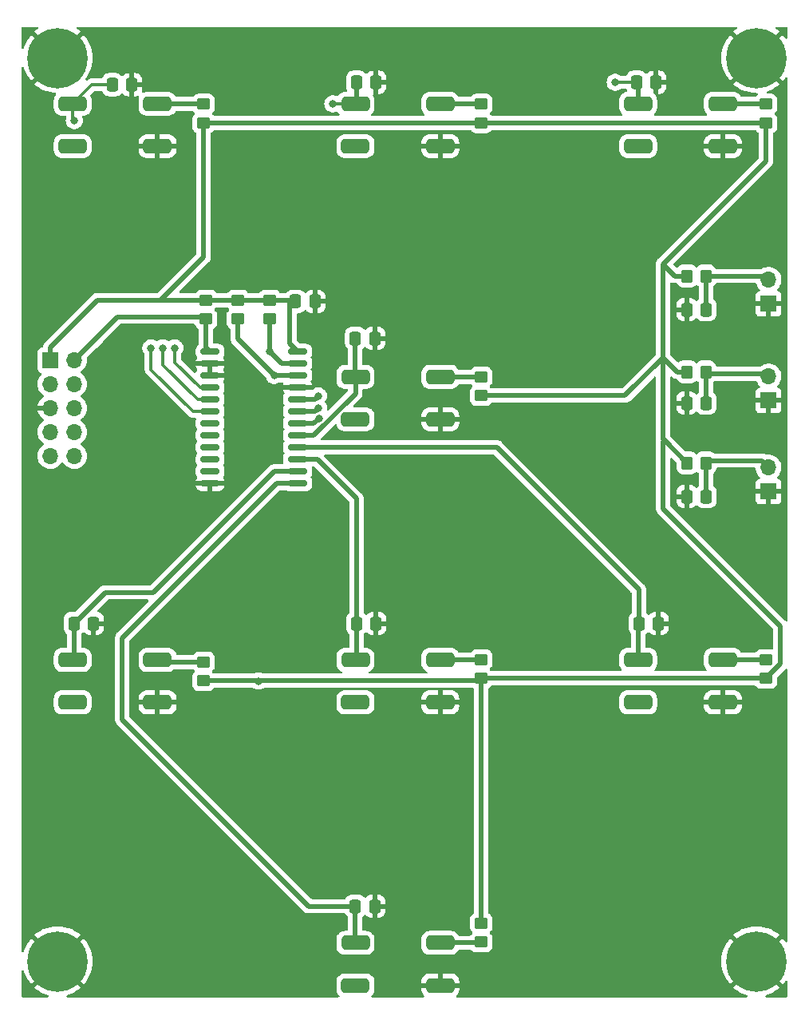
<source format=gbr>
%TF.GenerationSoftware,KiCad,Pcbnew,(6.0.7)*%
%TF.CreationDate,2023-04-15T21:10:14+02:00*%
%TF.ProjectId,control board,636f6e74-726f-46c2-9062-6f6172642e6b,rev?*%
%TF.SameCoordinates,Original*%
%TF.FileFunction,Copper,L1,Top*%
%TF.FilePolarity,Positive*%
%FSLAX46Y46*%
G04 Gerber Fmt 4.6, Leading zero omitted, Abs format (unit mm)*
G04 Created by KiCad (PCBNEW (6.0.7)) date 2023-04-15 21:10:14*
%MOMM*%
%LPD*%
G01*
G04 APERTURE LIST*
G04 Aperture macros list*
%AMRoundRect*
0 Rectangle with rounded corners*
0 $1 Rounding radius*
0 $2 $3 $4 $5 $6 $7 $8 $9 X,Y pos of 4 corners*
0 Add a 4 corners polygon primitive as box body*
4,1,4,$2,$3,$4,$5,$6,$7,$8,$9,$2,$3,0*
0 Add four circle primitives for the rounded corners*
1,1,$1+$1,$2,$3*
1,1,$1+$1,$4,$5*
1,1,$1+$1,$6,$7*
1,1,$1+$1,$8,$9*
0 Add four rect primitives between the rounded corners*
20,1,$1+$1,$2,$3,$4,$5,0*
20,1,$1+$1,$4,$5,$6,$7,0*
20,1,$1+$1,$6,$7,$8,$9,0*
20,1,$1+$1,$8,$9,$2,$3,0*%
G04 Aperture macros list end*
%TA.AperFunction,SMDPad,CuDef*%
%ADD10RoundRect,0.250000X-0.450000X0.350000X-0.450000X-0.350000X0.450000X-0.350000X0.450000X0.350000X0*%
%TD*%
%TA.AperFunction,ComponentPad*%
%ADD11C,6.400000*%
%TD*%
%TA.AperFunction,SMDPad,CuDef*%
%ADD12RoundRect,0.250000X-0.337500X-0.475000X0.337500X-0.475000X0.337500X0.475000X-0.337500X0.475000X0*%
%TD*%
%TA.AperFunction,SMDPad,CuDef*%
%ADD13RoundRect,0.381000X-1.119000X-0.381000X1.119000X-0.381000X1.119000X0.381000X-1.119000X0.381000X0*%
%TD*%
%TA.AperFunction,SMDPad,CuDef*%
%ADD14RoundRect,0.250000X0.337500X0.475000X-0.337500X0.475000X-0.337500X-0.475000X0.337500X-0.475000X0*%
%TD*%
%TA.AperFunction,SMDPad,CuDef*%
%ADD15RoundRect,0.250000X0.350000X0.450000X-0.350000X0.450000X-0.350000X-0.450000X0.350000X-0.450000X0*%
%TD*%
%TA.AperFunction,SMDPad,CuDef*%
%ADD16RoundRect,0.250000X0.450000X-0.350000X0.450000X0.350000X-0.450000X0.350000X-0.450000X-0.350000X0*%
%TD*%
%TA.AperFunction,SMDPad,CuDef*%
%ADD17RoundRect,0.150000X-0.875000X-0.150000X0.875000X-0.150000X0.875000X0.150000X-0.875000X0.150000X0*%
%TD*%
%TA.AperFunction,ComponentPad*%
%ADD18R,1.700000X1.700000*%
%TD*%
%TA.AperFunction,ComponentPad*%
%ADD19O,1.700000X1.700000*%
%TD*%
%TA.AperFunction,ViaPad*%
%ADD20C,0.800000*%
%TD*%
%TA.AperFunction,Conductor*%
%ADD21C,0.500000*%
%TD*%
%TA.AperFunction,Conductor*%
%ADD22C,0.300000*%
%TD*%
G04 APERTURE END LIST*
D10*
%TO.P,R10,1*%
%TO.N,Net-(R10-Pad1)*%
X148844000Y-107712000D03*
%TO.P,R10,2*%
%TO.N,+3.3V*%
X148844000Y-109712000D03*
%TD*%
D11*
%TO.P,,1*%
%TO.N,GND*%
X103886000Y-139700000D03*
%TD*%
D12*
%TO.P,C8,1*%
%TO.N,LEFT*%
X105642500Y-103886000D03*
%TO.P,C8,2*%
%TO.N,GND*%
X107717500Y-103886000D03*
%TD*%
D10*
%TO.P,R2,1*%
%TO.N,Net-(R2-Pad1)*%
X148844000Y-48822000D03*
%TO.P,R2,2*%
%TO.N,+3.3V*%
X148844000Y-50822000D03*
%TD*%
D13*
%TO.P,SW3,1,1*%
%TO.N,unconnected-(SW3-Pad1)*%
X165500000Y-53304000D03*
%TO.P,SW3,2,2*%
%TO.N,GND*%
X174500000Y-53304000D03*
%TO.P,SW3,3,K*%
%TO.N,BACK*%
X165501835Y-48804000D03*
%TO.P,SW3,4,A*%
%TO.N,Net-(R3-Pad1)*%
X174500000Y-48804000D03*
%TD*%
D14*
%TO.P,C4,1*%
%TO.N,BTN1*%
X172725500Y-70612000D03*
%TO.P,C4,2*%
%TO.N,GND*%
X170650500Y-70612000D03*
%TD*%
D13*
%TO.P,SW5,1,1*%
%TO.N,unconnected-(SW5-Pad1)*%
X105500000Y-112250000D03*
%TO.P,SW5,2,2*%
%TO.N,GND*%
X114500000Y-112250000D03*
%TO.P,SW5,3,K*%
%TO.N,LEFT*%
X105501835Y-107750000D03*
%TO.P,SW5,4,A*%
%TO.N,Net-(R9-Pad1)*%
X114500000Y-107750000D03*
%TD*%
D10*
%TO.P,R9,1*%
%TO.N,Net-(R9-Pad1)*%
X119380000Y-107966000D03*
%TO.P,R9,2*%
%TO.N,+3.3V*%
X119380000Y-109966000D03*
%TD*%
D12*
%TO.P,C6,1*%
%TO.N,+3.3V*%
X129146357Y-69755400D03*
%TO.P,C6,2*%
%TO.N,GND*%
X131221357Y-69755400D03*
%TD*%
D13*
%TO.P,SW6,1,1*%
%TO.N,unconnected-(SW6-Pad1)*%
X135500000Y-112250000D03*
%TO.P,SW6,2,2*%
%TO.N,GND*%
X144500000Y-112250000D03*
%TO.P,SW6,3,K*%
%TO.N,OK*%
X135501835Y-107750000D03*
%TO.P,SW6,4,A*%
%TO.N,Net-(R10-Pad1)*%
X144500000Y-107750000D03*
%TD*%
%TO.P,SW4,1,1*%
%TO.N,unconnected-(SW4-Pad1)*%
X135500000Y-82250000D03*
%TO.P,SW4,2,2*%
%TO.N,GND*%
X144500000Y-82250000D03*
%TO.P,SW4,3,K*%
%TO.N,UP*%
X135501835Y-77750000D03*
%TO.P,SW4,4,A*%
%TO.N,Net-(R7-Pad1)*%
X144500000Y-77750000D03*
%TD*%
%TO.P,SW1,1,1*%
%TO.N,unconnected-(SW1-Pad1)*%
X105500000Y-53304000D03*
%TO.P,SW1,2,2*%
%TO.N,GND*%
X114500000Y-53304000D03*
%TO.P,SW1,3,K*%
%TO.N,MENU*%
X105501835Y-48804000D03*
%TO.P,SW1,4,A*%
%TO.N,Net-(R1-Pad1)*%
X114500000Y-48804000D03*
%TD*%
D10*
%TO.P,R11,1*%
%TO.N,Net-(R11-Pad1)*%
X179070000Y-107712000D03*
%TO.P,R11,2*%
%TO.N,+3.3V*%
X179070000Y-109712000D03*
%TD*%
D13*
%TO.P,SW7,1,1*%
%TO.N,unconnected-(SW7-Pad1)*%
X165500000Y-112250000D03*
%TO.P,SW7,2,2*%
%TO.N,GND*%
X174500000Y-112250000D03*
%TO.P,SW7,3,K*%
%TO.N,RIGHT*%
X165501835Y-107750000D03*
%TO.P,SW7,4,A*%
%TO.N,Net-(R11-Pad1)*%
X174500000Y-107750000D03*
%TD*%
D12*
%TO.P,C2,1*%
%TO.N,HOME*%
X135614500Y-46520000D03*
%TO.P,C2,2*%
%TO.N,GND*%
X137689500Y-46520000D03*
%TD*%
D10*
%TO.P,R1,1*%
%TO.N,Net-(R1-Pad1)*%
X119380000Y-48822000D03*
%TO.P,R1,2*%
%TO.N,+3.3V*%
X119380000Y-50822000D03*
%TD*%
D12*
%TO.P,C1,1*%
%TO.N,MENU*%
X109706500Y-46774000D03*
%TO.P,C1,2*%
%TO.N,GND*%
X111781500Y-46774000D03*
%TD*%
%TO.P,C5,1*%
%TO.N,UP*%
X135487500Y-73660000D03*
%TO.P,C5,2*%
%TO.N,GND*%
X137562500Y-73660000D03*
%TD*%
D15*
%TO.P,R8,1*%
%TO.N,BTN1*%
X172688000Y-67056000D03*
%TO.P,R8,2*%
%TO.N,+3.3V*%
X170688000Y-67056000D03*
%TD*%
D12*
%TO.P,C10,1*%
%TO.N,RIGHT*%
X165586500Y-103886000D03*
%TO.P,C10,2*%
%TO.N,GND*%
X167661500Y-103886000D03*
%TD*%
D13*
%TO.P,SW2,1,1*%
%TO.N,unconnected-(SW2-Pad1)*%
X135500000Y-53304000D03*
%TO.P,SW2,2,2*%
%TO.N,GND*%
X144500000Y-53304000D03*
%TO.P,SW2,3,K*%
%TO.N,HOME*%
X135501835Y-48804000D03*
%TO.P,SW2,4,A*%
%TO.N,Net-(R2-Pad1)*%
X144500000Y-48804000D03*
%TD*%
D11*
%TO.P,,1*%
%TO.N,GND*%
X178054000Y-139700000D03*
%TD*%
%TO.P,,1*%
%TO.N,GND*%
X178054000Y-43942000D03*
%TD*%
D16*
%TO.P,R13,1*%
%TO.N,Net-(R13-Pad1)*%
X148844000Y-137652000D03*
%TO.P,R13,2*%
%TO.N,+3.3V*%
X148844000Y-135652000D03*
%TD*%
D10*
%TO.P,R7,1*%
%TO.N,Net-(R7-Pad1)*%
X148844000Y-77740000D03*
%TO.P,R7,2*%
%TO.N,+3.3V*%
X148844000Y-79740000D03*
%TD*%
D12*
%TO.P,C3,1*%
%TO.N,BACK*%
X165332500Y-46520000D03*
%TO.P,C3,2*%
%TO.N,GND*%
X167407500Y-46520000D03*
%TD*%
D10*
%TO.P,R3,1*%
%TO.N,Net-(R3-Pad1)*%
X179070000Y-48822000D03*
%TO.P,R3,2*%
%TO.N,+3.3V*%
X179070000Y-50822000D03*
%TD*%
D15*
%TO.P,R14,1*%
%TO.N,BTN3*%
X172688000Y-86868000D03*
%TO.P,R14,2*%
%TO.N,+3.3V*%
X170688000Y-86868000D03*
%TD*%
D16*
%TO.P,R6,1*%
%TO.N,INT*%
X119634000Y-71612000D03*
%TO.P,R6,2*%
%TO.N,+3.3V*%
X119634000Y-69612000D03*
%TD*%
D11*
%TO.P,,1*%
%TO.N,GND*%
X103886000Y-43942000D03*
%TD*%
D13*
%TO.P,SW8,1,1*%
%TO.N,unconnected-(SW8-Pad1)*%
X135500000Y-142250000D03*
%TO.P,SW8,2,2*%
%TO.N,GND*%
X144500000Y-142250000D03*
%TO.P,SW8,3,K*%
%TO.N,DOWN*%
X135501835Y-137750000D03*
%TO.P,SW8,4,A*%
%TO.N,Net-(R13-Pad1)*%
X144500000Y-137750000D03*
%TD*%
D15*
%TO.P,R12,1*%
%TO.N,BTN2*%
X172688000Y-77216000D03*
%TO.P,R12,2*%
%TO.N,+3.3V*%
X170688000Y-77216000D03*
%TD*%
D14*
%TO.P,C11,1*%
%TO.N,BTN3*%
X172741500Y-90424000D03*
%TO.P,C11,2*%
%TO.N,GND*%
X170666500Y-90424000D03*
%TD*%
%TO.P,C7,1*%
%TO.N,BTN2*%
X172725500Y-80518000D03*
%TO.P,C7,2*%
%TO.N,GND*%
X170650500Y-80518000D03*
%TD*%
D12*
%TO.P,C12,1*%
%TO.N,DOWN*%
X135487500Y-133858000D03*
%TO.P,C12,2*%
%TO.N,GND*%
X137562500Y-133858000D03*
%TD*%
%TO.P,C9,1*%
%TO.N,OK*%
X135614500Y-103886000D03*
%TO.P,C9,2*%
%TO.N,GND*%
X137689500Y-103886000D03*
%TD*%
D16*
%TO.P,R4,1*%
%TO.N,SCL*%
X123010666Y-71612000D03*
%TO.P,R4,2*%
%TO.N,+3.3V*%
X123010666Y-69612000D03*
%TD*%
%TO.P,R5,1*%
%TO.N,SDA*%
X126387332Y-71612000D03*
%TO.P,R5,2*%
%TO.N,+3.3V*%
X126387332Y-69612000D03*
%TD*%
D17*
%TO.P,U1,1,~{INT}*%
%TO.N,INT*%
X120064000Y-75057000D03*
%TO.P,U1,2,A1*%
%TO.N,GND*%
X120064000Y-76327000D03*
%TO.P,U1,3,A2*%
X120064000Y-77597000D03*
%TO.P,U1,4,IO0_0*%
%TO.N,HOME*%
X120064000Y-78867000D03*
%TO.P,U1,5,IO0_1*%
%TO.N,BACK*%
X120064000Y-80137000D03*
%TO.P,U1,6,IO0_2*%
%TO.N,MENU*%
X120064000Y-81407000D03*
%TO.P,U1,7,IO0_3*%
%TO.N,unconnected-(U1-Pad7)*%
X120064000Y-82677000D03*
%TO.P,U1,8,IO0_4*%
%TO.N,unconnected-(U1-Pad8)*%
X120064000Y-83947000D03*
%TO.P,U1,9,IO0_5*%
%TO.N,unconnected-(U1-Pad9)*%
X120064000Y-85217000D03*
%TO.P,U1,10,IO0_6*%
%TO.N,unconnected-(U1-Pad10)*%
X120064000Y-86487000D03*
%TO.P,U1,11,IO0_7*%
%TO.N,unconnected-(U1-Pad11)*%
X120064000Y-87757000D03*
%TO.P,U1,12,VSS*%
%TO.N,GND*%
X120064000Y-89027000D03*
%TO.P,U1,13,IO1_0*%
%TO.N,DOWN*%
X129364000Y-89027000D03*
%TO.P,U1,14,IO1_1*%
%TO.N,LEFT*%
X129364000Y-87757000D03*
%TO.P,U1,15,IO1_2*%
%TO.N,OK*%
X129364000Y-86487000D03*
%TO.P,U1,16,IO1_3*%
%TO.N,RIGHT*%
X129364000Y-85217000D03*
%TO.P,U1,17,IO1_4*%
%TO.N,UP*%
X129364000Y-83947000D03*
%TO.P,U1,18,IO1_5*%
%TO.N,BTN3*%
X129364000Y-82677000D03*
%TO.P,U1,19,IO1_6*%
%TO.N,BTN2*%
X129364000Y-81407000D03*
%TO.P,U1,20,IO1_7*%
%TO.N,BTN1*%
X129364000Y-80137000D03*
%TO.P,U1,21,A0*%
%TO.N,GND*%
X129364000Y-78867000D03*
%TO.P,U1,22,SCL*%
%TO.N,SCL*%
X129364000Y-77597000D03*
%TO.P,U1,23,SDA*%
%TO.N,SDA*%
X129364000Y-76327000D03*
%TO.P,U1,24,VDD*%
%TO.N,+3.3V*%
X129364000Y-75057000D03*
%TD*%
D18*
%TO.P,J1,1,Pin_1*%
%TO.N,GND*%
X179349000Y-70000000D03*
D19*
%TO.P,J1,2,Pin_2*%
%TO.N,BTN1*%
X179349000Y-67460000D03*
%TD*%
D18*
%TO.P,J4,1,Pin_1*%
%TO.N,GND*%
X179349000Y-89896000D03*
D19*
%TO.P,J4,2,Pin_2*%
%TO.N,BTN3*%
X179349000Y-87356000D03*
%TD*%
D18*
%TO.P,J3,1,Pin_1*%
%TO.N,+3.3V*%
X103104000Y-75976000D03*
D19*
%TO.P,J3,2,Pin_2*%
%TO.N,INT*%
X105644000Y-75976000D03*
%TO.P,J3,3,Pin_3*%
%TO.N,SDA*%
X103104000Y-78516000D03*
%TO.P,J3,4,Pin_4*%
%TO.N,SCL*%
X105644000Y-78516000D03*
%TO.P,J3,5,Pin_5*%
%TO.N,GND*%
X103104000Y-81056000D03*
%TO.P,J3,6,Pin_6*%
%TO.N,unconnected-(J3-Pad6)*%
X105644000Y-81056000D03*
%TO.P,J3,7,Pin_7*%
%TO.N,unconnected-(J3-Pad7)*%
X103104000Y-83596000D03*
%TO.P,J3,8,Pin_8*%
%TO.N,unconnected-(J3-Pad8)*%
X105644000Y-83596000D03*
%TO.P,J3,9,Pin_9*%
%TO.N,unconnected-(J3-Pad9)*%
X103104000Y-86136000D03*
%TO.P,J3,10,Pin_10*%
%TO.N,unconnected-(J3-Pad10)*%
X105644000Y-86136000D03*
%TD*%
D18*
%TO.P,J2,1,Pin_1*%
%TO.N,GND*%
X179349000Y-80244000D03*
D19*
%TO.P,J2,2,Pin_2*%
%TO.N,BTN2*%
X179349000Y-77704000D03*
%TD*%
D20*
%TO.N,GND*%
X174297007Y-62780492D03*
X156507388Y-103160106D03*
X110668526Y-120667351D03*
X171473258Y-97512607D03*
X127000000Y-79248000D03*
X109728000Y-90678000D03*
X113962900Y-55344620D03*
X141436934Y-79398779D03*
X148590000Y-42418000D03*
X178816000Y-62484000D03*
X177026632Y-94971233D03*
X165072760Y-84523361D03*
X139941392Y-121137975D03*
X104902000Y-99314000D03*
X160528000Y-59182000D03*
X104648000Y-65786000D03*
X149259765Y-56003494D03*
X115280650Y-42920123D03*
X166624000Y-80264000D03*
X158750000Y-118618000D03*
X132588000Y-62230000D03*
X103891528Y-56474119D03*
X146050000Y-63246000D03*
X125730000Y-63754000D03*
X117856000Y-73406000D03*
X110197901Y-74922614D03*
X159237012Y-72569490D03*
X125728522Y-100242232D03*
X172212000Y-43180000D03*
X146050000Y-71628000D03*
%TO.N,MENU*%
X105664000Y-50584000D03*
X113792000Y-74676000D03*
%TO.N,HOME*%
X133096000Y-48806000D03*
X116332000Y-74676000D03*
%TO.N,BACK*%
X163068000Y-46520000D03*
X115062000Y-74676000D03*
%TO.N,BTN1*%
X131572000Y-79756000D03*
%TO.N,BTN2*%
X131572000Y-81026000D03*
%TO.N,BTN3*%
X131628065Y-82135441D03*
%TO.N,+3.3V*%
X125222000Y-109982000D03*
%TO.N,SDA*%
X126387332Y-75079332D03*
%TO.N,SCL*%
X126873000Y-77597000D03*
%TD*%
D21*
%TO.N,LEFT*%
X105642500Y-107609335D02*
X105501835Y-107750000D01*
X105642500Y-103886000D02*
X108944500Y-100584000D01*
X126873000Y-87757000D02*
X129364000Y-87757000D01*
X105642500Y-103886000D02*
X105642500Y-107609335D01*
X108944500Y-100584000D02*
X114046000Y-100584000D01*
X114046000Y-100584000D02*
X126873000Y-87757000D01*
D22*
%TO.N,MENU*%
X113792000Y-74676000D02*
X113792000Y-76962000D01*
X113792000Y-76962000D02*
X118237000Y-81407000D01*
X107531835Y-46774000D02*
X105501835Y-48804000D01*
X118237000Y-81407000D02*
X120064000Y-81407000D01*
X109706500Y-46774000D02*
X107531835Y-46774000D01*
X105501835Y-50421835D02*
X105664000Y-50584000D01*
X105501835Y-48804000D02*
X105501835Y-50421835D01*
D21*
%TO.N,OK*%
X135614500Y-107637335D02*
X135501835Y-107750000D01*
X135614500Y-90656500D02*
X131445000Y-86487000D01*
X135614500Y-103886000D02*
X135614500Y-107637335D01*
X135614500Y-103886000D02*
X135614500Y-90656500D01*
X131445000Y-86487000D02*
X129364000Y-86487000D01*
%TO.N,DOWN*%
X135487500Y-133858000D02*
X135487500Y-137735665D01*
X110744000Y-105410000D02*
X110744000Y-114046000D01*
X130556000Y-133858000D02*
X135487500Y-133858000D01*
X110744000Y-114046000D02*
X130556000Y-133858000D01*
X135487500Y-137735665D02*
X135501835Y-137750000D01*
X129364000Y-89027000D02*
X127127000Y-89027000D01*
X127127000Y-89027000D02*
X110744000Y-105410000D01*
D22*
%TO.N,HOME*%
X120064000Y-78867000D02*
X118999000Y-78867000D01*
X116332000Y-76200000D02*
X116332000Y-74676000D01*
D21*
X135614500Y-46520000D02*
X135614500Y-48691335D01*
D22*
X133096000Y-48806000D02*
X135499835Y-48806000D01*
X118999000Y-78867000D02*
X116332000Y-76200000D01*
D21*
%TO.N,UP*%
X135487500Y-73660000D02*
X135487500Y-77735665D01*
X129364000Y-83947000D02*
X131064000Y-83947000D01*
X131064000Y-83947000D02*
X135501835Y-79509165D01*
X135487500Y-77735665D02*
X135501835Y-77750000D01*
X135501835Y-79509165D02*
X135501835Y-77750000D01*
%TO.N,RIGHT*%
X129364000Y-85217000D02*
X150495000Y-85217000D01*
X165501835Y-103970665D02*
X165586500Y-103886000D01*
X165586500Y-100308500D02*
X165586500Y-103886000D01*
X150495000Y-85217000D02*
X165586500Y-100308500D01*
X165501835Y-107750000D02*
X165501835Y-103970665D01*
D22*
%TO.N,BACK*%
X118745000Y-80137000D02*
X115062000Y-76454000D01*
X120064000Y-80137000D02*
X118745000Y-80137000D01*
D21*
X165501835Y-48804000D02*
X165501835Y-46689335D01*
D22*
X163068000Y-46520000D02*
X165332500Y-46520000D01*
X115062000Y-76454000D02*
X115062000Y-74676000D01*
D21*
X165501835Y-46689335D02*
X165332500Y-46520000D01*
%TO.N,BTN1*%
X131191000Y-80137000D02*
X131572000Y-79756000D01*
X129364000Y-80137000D02*
X131191000Y-80137000D01*
X172725500Y-67093500D02*
X172688000Y-67056000D01*
X172688000Y-67056000D02*
X178945000Y-67056000D01*
X178945000Y-67056000D02*
X179349000Y-67460000D01*
X172725500Y-70612000D02*
X172725500Y-67093500D01*
%TO.N,BTN2*%
X129364000Y-81407000D02*
X131191000Y-81407000D01*
X172725500Y-77253500D02*
X172688000Y-77216000D01*
X172688000Y-77216000D02*
X172932000Y-77460000D01*
X172932000Y-77460000D02*
X179105000Y-77460000D01*
X131191000Y-81407000D02*
X131572000Y-81026000D01*
X172725500Y-80518000D02*
X172725500Y-77253500D01*
X179105000Y-77460000D02*
X179349000Y-77704000D01*
%TO.N,BTN3*%
X172741500Y-86921500D02*
X172688000Y-86868000D01*
X131086506Y-82677000D02*
X129364000Y-82677000D01*
X178607000Y-86614000D02*
X172942000Y-86614000D01*
X172942000Y-86614000D02*
X172688000Y-86868000D01*
X179349000Y-87356000D02*
X178607000Y-86614000D01*
X172741500Y-90424000D02*
X172741500Y-86921500D01*
X131628065Y-82135441D02*
X131086506Y-82677000D01*
%TO.N,Net-(R1-Pad1)*%
X114500000Y-48804000D02*
X119362000Y-48804000D01*
X119362000Y-48804000D02*
X119380000Y-48822000D01*
%TO.N,+3.3V*%
X128618600Y-69755400D02*
X128524000Y-69850000D01*
X148844000Y-50822000D02*
X179070000Y-50822000D01*
X126387332Y-69612000D02*
X129002957Y-69612000D01*
X128524000Y-74217000D02*
X129364000Y-75057000D01*
X128524000Y-69850000D02*
X128524000Y-74217000D01*
X169672000Y-77216000D02*
X170688000Y-77216000D01*
X148844000Y-109712000D02*
X179070000Y-109712000D01*
X168148000Y-84328000D02*
X168275000Y-84455000D01*
X129146357Y-69755400D02*
X128618600Y-69755400D01*
X148844000Y-135652000D02*
X148844000Y-109712000D01*
X108118000Y-69612000D02*
X114824000Y-69612000D01*
X148844000Y-79740000D02*
X164100000Y-79740000D01*
X179070000Y-54864000D02*
X179070000Y-50822000D01*
X168148000Y-84582000D02*
X168148000Y-91694000D01*
X114824000Y-69612000D02*
X119634000Y-69612000D01*
X168148000Y-65786000D02*
X168148000Y-75692000D01*
X168275000Y-84455000D02*
X170688000Y-86868000D01*
X129002957Y-69612000D02*
X129146357Y-69755400D01*
X103104000Y-74626000D02*
X108118000Y-69612000D01*
X168148000Y-65786000D02*
X169418000Y-67056000D01*
X119380000Y-109966000D02*
X148590000Y-109966000D01*
X123010666Y-69612000D02*
X126387332Y-69612000D01*
X168275000Y-84455000D02*
X168148000Y-84582000D01*
X114824000Y-69612000D02*
X119380000Y-65056000D01*
X119380000Y-65056000D02*
X119380000Y-50822000D01*
X168148000Y-75692000D02*
X169672000Y-77216000D01*
X119634000Y-69612000D02*
X123010666Y-69612000D01*
X168148000Y-75692000D02*
X168148000Y-84328000D01*
X169418000Y-67056000D02*
X170688000Y-67056000D01*
X168148000Y-65786000D02*
X179070000Y-54864000D01*
X103104000Y-75976000D02*
X103104000Y-74626000D01*
X164100000Y-79740000D02*
X168148000Y-75692000D01*
X148590000Y-109966000D02*
X148844000Y-109712000D01*
X180594000Y-108188000D02*
X179070000Y-109712000D01*
X180594000Y-104140000D02*
X180594000Y-108188000D01*
X168148000Y-91694000D02*
X180594000Y-104140000D01*
X119380000Y-50822000D02*
X148844000Y-50822000D01*
%TO.N,Net-(R2-Pad1)*%
X148826000Y-48804000D02*
X148844000Y-48822000D01*
X144500000Y-48804000D02*
X148826000Y-48804000D01*
%TO.N,Net-(R3-Pad1)*%
X179052000Y-48804000D02*
X179070000Y-48822000D01*
X174500000Y-48804000D02*
X179052000Y-48804000D01*
%TO.N,Net-(R7-Pad1)*%
X148834000Y-77750000D02*
X148844000Y-77740000D01*
X144500000Y-77750000D02*
X148834000Y-77750000D01*
%TO.N,INT*%
X110236000Y-71374000D02*
X119396000Y-71374000D01*
X119634000Y-71612000D02*
X119634000Y-74627000D01*
X119396000Y-71374000D02*
X119634000Y-71612000D01*
X119634000Y-74627000D02*
X120064000Y-75057000D01*
X105644000Y-75976000D02*
X108204000Y-73416000D01*
X108204000Y-73416000D02*
X108204000Y-73406000D01*
X108204000Y-73406000D02*
X110236000Y-71374000D01*
%TO.N,SDA*%
X127635000Y-76327000D02*
X129364000Y-76327000D01*
X126387332Y-71612000D02*
X126387332Y-75079332D01*
X126387332Y-75079332D02*
X127635000Y-76327000D01*
%TO.N,SCL*%
X123010666Y-73734666D02*
X126873000Y-77597000D01*
X126873000Y-77597000D02*
X129364000Y-77597000D01*
X123010666Y-71612000D02*
X123010666Y-73734666D01*
%TO.N,Net-(R9-Pad1)*%
X119380000Y-107966000D02*
X114716000Y-107966000D01*
X114716000Y-107966000D02*
X114500000Y-107750000D01*
%TO.N,Net-(R10-Pad1)*%
X148844000Y-107712000D02*
X144538000Y-107712000D01*
X144538000Y-107712000D02*
X144500000Y-107750000D01*
%TO.N,Net-(R11-Pad1)*%
X179032000Y-107750000D02*
X179070000Y-107712000D01*
X174500000Y-107750000D02*
X179032000Y-107750000D01*
%TO.N,Net-(R13-Pad1)*%
X148746000Y-137750000D02*
X148844000Y-137652000D01*
X144500000Y-137750000D02*
X148746000Y-137750000D01*
X148778000Y-137750000D02*
X148844000Y-137684000D01*
%TD*%
%TA.AperFunction,Conductor*%
%TO.N,GND*%
G36*
X101804437Y-40660502D02*
G01*
X101850930Y-40714158D01*
X101861034Y-40784432D01*
X101831540Y-40849012D01*
X101804940Y-40872173D01*
X101706265Y-40936253D01*
X101700939Y-40940123D01*
X101462165Y-41133478D01*
X101453700Y-41145733D01*
X101460034Y-41156824D01*
X103873188Y-43569978D01*
X103887132Y-43577592D01*
X103888965Y-43577461D01*
X103895580Y-43573210D01*
X106311100Y-41157690D01*
X106318241Y-41144614D01*
X106310784Y-41134247D01*
X106071065Y-40940126D01*
X106065728Y-40936249D01*
X105967059Y-40872172D01*
X105920822Y-40818296D01*
X105911053Y-40747975D01*
X105940853Y-40683535D01*
X106000762Y-40645436D01*
X106035684Y-40640500D01*
X175904316Y-40640500D01*
X175972437Y-40660502D01*
X176018930Y-40714158D01*
X176029034Y-40784432D01*
X175999540Y-40849012D01*
X175972940Y-40872173D01*
X175874265Y-40936253D01*
X175868939Y-40940123D01*
X175630165Y-41133478D01*
X175621700Y-41145733D01*
X175628034Y-41156824D01*
X178041188Y-43569978D01*
X178055132Y-43577592D01*
X178056965Y-43577461D01*
X178063580Y-43573210D01*
X180479100Y-41157690D01*
X180486241Y-41144614D01*
X180478784Y-41134247D01*
X180239065Y-40940126D01*
X180233728Y-40936249D01*
X180135059Y-40872172D01*
X180088822Y-40818296D01*
X180079053Y-40747975D01*
X180108853Y-40683535D01*
X180168762Y-40645436D01*
X180203684Y-40640500D01*
X181229500Y-40640500D01*
X181297621Y-40660502D01*
X181344114Y-40714158D01*
X181355500Y-40766500D01*
X181355500Y-41792316D01*
X181335498Y-41860437D01*
X181281842Y-41906930D01*
X181211568Y-41917034D01*
X181146988Y-41887540D01*
X181123827Y-41860940D01*
X181059747Y-41762265D01*
X181055877Y-41756939D01*
X180862522Y-41518165D01*
X180850267Y-41509700D01*
X180839176Y-41516034D01*
X178426022Y-43929188D01*
X178418408Y-43943132D01*
X178418539Y-43944965D01*
X178422790Y-43951580D01*
X180838310Y-46367100D01*
X180851386Y-46374241D01*
X180861753Y-46366784D01*
X181055877Y-46127061D01*
X181059747Y-46121735D01*
X181123827Y-46023060D01*
X181177704Y-45976823D01*
X181248025Y-45967053D01*
X181312465Y-45996853D01*
X181350564Y-46056761D01*
X181355500Y-46091684D01*
X181355500Y-103523616D01*
X181335498Y-103591737D01*
X181281842Y-103638230D01*
X181211568Y-103648334D01*
X181142846Y-103615088D01*
X181123616Y-103596871D01*
X181121175Y-103594494D01*
X168943405Y-91416724D01*
X168909379Y-91354412D01*
X168906500Y-91327629D01*
X168906500Y-90946095D01*
X169571001Y-90946095D01*
X169571338Y-90952614D01*
X169581257Y-91048206D01*
X169584149Y-91061600D01*
X169635588Y-91215784D01*
X169641761Y-91228962D01*
X169727063Y-91366807D01*
X169736099Y-91378208D01*
X169850829Y-91492739D01*
X169862240Y-91501751D01*
X170000243Y-91586816D01*
X170013424Y-91592963D01*
X170167710Y-91644138D01*
X170181086Y-91647005D01*
X170275438Y-91656672D01*
X170281854Y-91657000D01*
X170394385Y-91657000D01*
X170409624Y-91652525D01*
X170410829Y-91651135D01*
X170412500Y-91643452D01*
X170412500Y-90696115D01*
X170408025Y-90680876D01*
X170406635Y-90679671D01*
X170398952Y-90678000D01*
X169589116Y-90678000D01*
X169573877Y-90682475D01*
X169572672Y-90683865D01*
X169571001Y-90691548D01*
X169571001Y-90946095D01*
X168906500Y-90946095D01*
X168906500Y-90151885D01*
X169571000Y-90151885D01*
X169575475Y-90167124D01*
X169576865Y-90168329D01*
X169584548Y-90170000D01*
X170394385Y-90170000D01*
X170409624Y-90165525D01*
X170410829Y-90164135D01*
X170412500Y-90156452D01*
X170412500Y-89209116D01*
X170408025Y-89193877D01*
X170406635Y-89192672D01*
X170398952Y-89191001D01*
X170281905Y-89191001D01*
X170275386Y-89191338D01*
X170179794Y-89201257D01*
X170166400Y-89204149D01*
X170012216Y-89255588D01*
X169999038Y-89261761D01*
X169861193Y-89347063D01*
X169849792Y-89356099D01*
X169735261Y-89470829D01*
X169726249Y-89482240D01*
X169641184Y-89620243D01*
X169635037Y-89633424D01*
X169583862Y-89787710D01*
X169580995Y-89801086D01*
X169571328Y-89895438D01*
X169571000Y-89901855D01*
X169571000Y-90151885D01*
X168906500Y-90151885D01*
X168906500Y-86463371D01*
X168926502Y-86395250D01*
X168980158Y-86348757D01*
X169050432Y-86338653D01*
X169115012Y-86368147D01*
X169121595Y-86374276D01*
X169542595Y-86795276D01*
X169576621Y-86857588D01*
X169579500Y-86884371D01*
X169579500Y-87368400D01*
X169579837Y-87371646D01*
X169579837Y-87371650D01*
X169585123Y-87422590D01*
X169590474Y-87474166D01*
X169592655Y-87480702D01*
X169592655Y-87480704D01*
X169596173Y-87491248D01*
X169646450Y-87641946D01*
X169739522Y-87792348D01*
X169864697Y-87917305D01*
X169870927Y-87921145D01*
X169870928Y-87921146D01*
X170008090Y-88005694D01*
X170015262Y-88010115D01*
X170036044Y-88017008D01*
X170176611Y-88063632D01*
X170176613Y-88063632D01*
X170183139Y-88065797D01*
X170189975Y-88066497D01*
X170189978Y-88066498D01*
X170233031Y-88070909D01*
X170287600Y-88076500D01*
X171088400Y-88076500D01*
X171091646Y-88076163D01*
X171091650Y-88076163D01*
X171187308Y-88066238D01*
X171187312Y-88066237D01*
X171194166Y-88065526D01*
X171200702Y-88063345D01*
X171200704Y-88063345D01*
X171339592Y-88017008D01*
X171361946Y-88009550D01*
X171512348Y-87916478D01*
X171598784Y-87829891D01*
X171661066Y-87795812D01*
X171731886Y-87800815D01*
X171776975Y-87829736D01*
X171805099Y-87857811D01*
X171864697Y-87917305D01*
X171870927Y-87921145D01*
X171870928Y-87921146D01*
X171923116Y-87953315D01*
X171970609Y-88006087D01*
X171983000Y-88060575D01*
X171983000Y-89248410D01*
X171962998Y-89316531D01*
X171935482Y-89346914D01*
X171929652Y-89350522D01*
X171804695Y-89475697D01*
X171801898Y-89480235D01*
X171744647Y-89520824D01*
X171673724Y-89524054D01*
X171612313Y-89488428D01*
X171604938Y-89479932D01*
X171596902Y-89469793D01*
X171482171Y-89355261D01*
X171470760Y-89346249D01*
X171332757Y-89261184D01*
X171319576Y-89255037D01*
X171165290Y-89203862D01*
X171151914Y-89200995D01*
X171057562Y-89191328D01*
X171051145Y-89191000D01*
X170938615Y-89191000D01*
X170923376Y-89195475D01*
X170922171Y-89196865D01*
X170920500Y-89204548D01*
X170920500Y-91638884D01*
X170924975Y-91654123D01*
X170926365Y-91655328D01*
X170934048Y-91656999D01*
X171051095Y-91656999D01*
X171057614Y-91656662D01*
X171153206Y-91646743D01*
X171166600Y-91643851D01*
X171320784Y-91592412D01*
X171333962Y-91586239D01*
X171471807Y-91500937D01*
X171483208Y-91491901D01*
X171597738Y-91377172D01*
X171604794Y-91368238D01*
X171662712Y-91327177D01*
X171733635Y-91323947D01*
X171795046Y-91359574D01*
X171801846Y-91367407D01*
X171805522Y-91373348D01*
X171930697Y-91498305D01*
X171936927Y-91502145D01*
X171936928Y-91502146D01*
X172074288Y-91586816D01*
X172081262Y-91591115D01*
X172161005Y-91617564D01*
X172242611Y-91644632D01*
X172242613Y-91644632D01*
X172249139Y-91646797D01*
X172255975Y-91647497D01*
X172255978Y-91647498D01*
X172299031Y-91651909D01*
X172353600Y-91657500D01*
X173129400Y-91657500D01*
X173132646Y-91657163D01*
X173132650Y-91657163D01*
X173228308Y-91647238D01*
X173228312Y-91647237D01*
X173235166Y-91646526D01*
X173241702Y-91644345D01*
X173241704Y-91644345D01*
X173373806Y-91600272D01*
X173402946Y-91590550D01*
X173553348Y-91497478D01*
X173678305Y-91372303D01*
X173708112Y-91323947D01*
X173767275Y-91227968D01*
X173767276Y-91227966D01*
X173771115Y-91221738D01*
X173826797Y-91053861D01*
X173837500Y-90949400D01*
X173837500Y-90790669D01*
X177991001Y-90790669D01*
X177991371Y-90797490D01*
X177996895Y-90848352D01*
X178000521Y-90863604D01*
X178045676Y-90984054D01*
X178054214Y-90999649D01*
X178130715Y-91101724D01*
X178143276Y-91114285D01*
X178245351Y-91190786D01*
X178260946Y-91199324D01*
X178381394Y-91244478D01*
X178396649Y-91248105D01*
X178447514Y-91253631D01*
X178454328Y-91254000D01*
X179076885Y-91254000D01*
X179092124Y-91249525D01*
X179093329Y-91248135D01*
X179095000Y-91240452D01*
X179095000Y-91235884D01*
X179603000Y-91235884D01*
X179607475Y-91251123D01*
X179608865Y-91252328D01*
X179616548Y-91253999D01*
X180243669Y-91253999D01*
X180250490Y-91253629D01*
X180301352Y-91248105D01*
X180316604Y-91244479D01*
X180437054Y-91199324D01*
X180452649Y-91190786D01*
X180554724Y-91114285D01*
X180567285Y-91101724D01*
X180643786Y-90999649D01*
X180652324Y-90984054D01*
X180697478Y-90863606D01*
X180701105Y-90848351D01*
X180706631Y-90797486D01*
X180707000Y-90790672D01*
X180707000Y-90168115D01*
X180702525Y-90152876D01*
X180701135Y-90151671D01*
X180693452Y-90150000D01*
X179621115Y-90150000D01*
X179605876Y-90154475D01*
X179604671Y-90155865D01*
X179603000Y-90163548D01*
X179603000Y-91235884D01*
X179095000Y-91235884D01*
X179095000Y-90168115D01*
X179090525Y-90152876D01*
X179089135Y-90151671D01*
X179081452Y-90150000D01*
X178009116Y-90150000D01*
X177993877Y-90154475D01*
X177992672Y-90155865D01*
X177991001Y-90163548D01*
X177991001Y-90790669D01*
X173837500Y-90790669D01*
X173837500Y-89898600D01*
X173830728Y-89833328D01*
X173827238Y-89799692D01*
X173827237Y-89799688D01*
X173826526Y-89792834D01*
X173824295Y-89786145D01*
X173772868Y-89632002D01*
X173770550Y-89625054D01*
X173677478Y-89474652D01*
X173552303Y-89349695D01*
X173547507Y-89346739D01*
X173506845Y-89289386D01*
X173500000Y-89248422D01*
X173500000Y-87980974D01*
X173520002Y-87912853D01*
X173536827Y-87891956D01*
X173632134Y-87796483D01*
X173637305Y-87791303D01*
X173651407Y-87768425D01*
X173726275Y-87646968D01*
X173726276Y-87646966D01*
X173730115Y-87640738D01*
X173777541Y-87497753D01*
X173783631Y-87479392D01*
X173783631Y-87479390D01*
X173785797Y-87472861D01*
X173786035Y-87470540D01*
X173819038Y-87409670D01*
X173881249Y-87375460D01*
X173908398Y-87372500D01*
X177870179Y-87372500D01*
X177938300Y-87392502D01*
X177984793Y-87446158D01*
X177995969Y-87491246D01*
X177999110Y-87545715D01*
X178000247Y-87550761D01*
X178000248Y-87550767D01*
X178018959Y-87633791D01*
X178048222Y-87763639D01*
X178132266Y-87970616D01*
X178248987Y-88161088D01*
X178395250Y-88329938D01*
X178399225Y-88333238D01*
X178399231Y-88333244D01*
X178404425Y-88337556D01*
X178444059Y-88396460D01*
X178445555Y-88467441D01*
X178408439Y-88527962D01*
X178368168Y-88552480D01*
X178260946Y-88592676D01*
X178245351Y-88601214D01*
X178143276Y-88677715D01*
X178130715Y-88690276D01*
X178054214Y-88792351D01*
X178045676Y-88807946D01*
X178000522Y-88928394D01*
X177996895Y-88943649D01*
X177991369Y-88994514D01*
X177991000Y-89001328D01*
X177991000Y-89623885D01*
X177995475Y-89639124D01*
X177996865Y-89640329D01*
X178004548Y-89642000D01*
X180688884Y-89642000D01*
X180704123Y-89637525D01*
X180705328Y-89636135D01*
X180706999Y-89628452D01*
X180706999Y-89001331D01*
X180706629Y-88994510D01*
X180701105Y-88943648D01*
X180697479Y-88928396D01*
X180652324Y-88807946D01*
X180643786Y-88792351D01*
X180567285Y-88690276D01*
X180554724Y-88677715D01*
X180452649Y-88601214D01*
X180437054Y-88592676D01*
X180326813Y-88551348D01*
X180270049Y-88508706D01*
X180245349Y-88442145D01*
X180260557Y-88372796D01*
X180282104Y-88344115D01*
X180383430Y-88243144D01*
X180383440Y-88243132D01*
X180387096Y-88239489D01*
X180446594Y-88156689D01*
X180514435Y-88062277D01*
X180517453Y-88058077D01*
X180537751Y-88017008D01*
X180614136Y-87862453D01*
X180614137Y-87862451D01*
X180616430Y-87857811D01*
X180681370Y-87644069D01*
X180710529Y-87422590D01*
X180710918Y-87406661D01*
X180712074Y-87359365D01*
X180712074Y-87359361D01*
X180712156Y-87356000D01*
X180693852Y-87133361D01*
X180639431Y-86916702D01*
X180550354Y-86711840D01*
X180505466Y-86642453D01*
X180431822Y-86528617D01*
X180431820Y-86528614D01*
X180429014Y-86524277D01*
X180278670Y-86359051D01*
X180274619Y-86355852D01*
X180274615Y-86355848D01*
X180107414Y-86223800D01*
X180107410Y-86223798D01*
X180103359Y-86220598D01*
X180070738Y-86202590D01*
X180049008Y-86190595D01*
X179907789Y-86112638D01*
X179902920Y-86110914D01*
X179902916Y-86110912D01*
X179702087Y-86039795D01*
X179702083Y-86039794D01*
X179697212Y-86038069D01*
X179692119Y-86037162D01*
X179692116Y-86037161D01*
X179482373Y-85999800D01*
X179482367Y-85999799D01*
X179477284Y-85998894D01*
X179403452Y-85997992D01*
X179259081Y-85996228D01*
X179259079Y-85996228D01*
X179253911Y-85996165D01*
X179236077Y-85998894D01*
X179139060Y-86013739D01*
X179068698Y-86004271D01*
X179038426Y-85985217D01*
X179036292Y-85983404D01*
X179036287Y-85983401D01*
X179030715Y-85978667D01*
X179024200Y-85975340D01*
X179019163Y-85971981D01*
X179014025Y-85968808D01*
X179008284Y-85964266D01*
X178942125Y-85933345D01*
X178938225Y-85931439D01*
X178933889Y-85929225D01*
X178873192Y-85898231D01*
X178866084Y-85896492D01*
X178860441Y-85894393D01*
X178854678Y-85892476D01*
X178848050Y-85889378D01*
X178776583Y-85874513D01*
X178772299Y-85873543D01*
X178701390Y-85856192D01*
X178695788Y-85855844D01*
X178695785Y-85855844D01*
X178690236Y-85855500D01*
X178690238Y-85855464D01*
X178686245Y-85855225D01*
X178682053Y-85854851D01*
X178674885Y-85853360D01*
X178608675Y-85855151D01*
X178597479Y-85855454D01*
X178594072Y-85855500D01*
X173600293Y-85855500D01*
X173532172Y-85835498D01*
X173522200Y-85828381D01*
X173516483Y-85823866D01*
X173511303Y-85818695D01*
X173427403Y-85766978D01*
X173366968Y-85729725D01*
X173366966Y-85729724D01*
X173360738Y-85725885D01*
X173280995Y-85699436D01*
X173199389Y-85672368D01*
X173199387Y-85672368D01*
X173192861Y-85670203D01*
X173186025Y-85669503D01*
X173186022Y-85669502D01*
X173142969Y-85665091D01*
X173088400Y-85659500D01*
X172287600Y-85659500D01*
X172284354Y-85659837D01*
X172284350Y-85659837D01*
X172188692Y-85669762D01*
X172188688Y-85669763D01*
X172181834Y-85670474D01*
X172175298Y-85672655D01*
X172175296Y-85672655D01*
X172043194Y-85716728D01*
X172014054Y-85726450D01*
X171863652Y-85819522D01*
X171788912Y-85894393D01*
X171777216Y-85906109D01*
X171714934Y-85940188D01*
X171644114Y-85935185D01*
X171599025Y-85906264D01*
X171516483Y-85823866D01*
X171511303Y-85818695D01*
X171505072Y-85814854D01*
X171366968Y-85729725D01*
X171366966Y-85729724D01*
X171360738Y-85725885D01*
X171280995Y-85699436D01*
X171199389Y-85672368D01*
X171199387Y-85672368D01*
X171192861Y-85670203D01*
X171186025Y-85669503D01*
X171186022Y-85669502D01*
X171142969Y-85665091D01*
X171088400Y-85659500D01*
X170604371Y-85659500D01*
X170536250Y-85639498D01*
X170515276Y-85622595D01*
X168943405Y-84050724D01*
X168909379Y-83988412D01*
X168906500Y-83961629D01*
X168906500Y-81040095D01*
X169555001Y-81040095D01*
X169555338Y-81046614D01*
X169565257Y-81142206D01*
X169568149Y-81155600D01*
X169619588Y-81309784D01*
X169625761Y-81322962D01*
X169711063Y-81460807D01*
X169720099Y-81472208D01*
X169834829Y-81586739D01*
X169846240Y-81595751D01*
X169984243Y-81680816D01*
X169997424Y-81686963D01*
X170151710Y-81738138D01*
X170165086Y-81741005D01*
X170259438Y-81750672D01*
X170265854Y-81751000D01*
X170378385Y-81751000D01*
X170393624Y-81746525D01*
X170394829Y-81745135D01*
X170396500Y-81737452D01*
X170396500Y-80790115D01*
X170392025Y-80774876D01*
X170390635Y-80773671D01*
X170382952Y-80772000D01*
X169573116Y-80772000D01*
X169557877Y-80776475D01*
X169556672Y-80777865D01*
X169555001Y-80785548D01*
X169555001Y-81040095D01*
X168906500Y-81040095D01*
X168906500Y-80245885D01*
X169555000Y-80245885D01*
X169559475Y-80261124D01*
X169560865Y-80262329D01*
X169568548Y-80264000D01*
X170378385Y-80264000D01*
X170393624Y-80259525D01*
X170394829Y-80258135D01*
X170396500Y-80250452D01*
X170396500Y-79303116D01*
X170392025Y-79287877D01*
X170390635Y-79286672D01*
X170382952Y-79285001D01*
X170265905Y-79285001D01*
X170259386Y-79285338D01*
X170163794Y-79295257D01*
X170150400Y-79298149D01*
X169996216Y-79349588D01*
X169983038Y-79355761D01*
X169845193Y-79441063D01*
X169833792Y-79450099D01*
X169719261Y-79564829D01*
X169710249Y-79576240D01*
X169625184Y-79714243D01*
X169619037Y-79727424D01*
X169567862Y-79881710D01*
X169564995Y-79895086D01*
X169555328Y-79989438D01*
X169555000Y-79995855D01*
X169555000Y-80245885D01*
X168906500Y-80245885D01*
X168906500Y-77833342D01*
X168926502Y-77765221D01*
X168980158Y-77718728D01*
X169050432Y-77708624D01*
X169114079Y-77737317D01*
X169153768Y-77771035D01*
X169161284Y-77777965D01*
X169166979Y-77783660D01*
X169169861Y-77785940D01*
X169189251Y-77801281D01*
X169192655Y-77804072D01*
X169240149Y-77844421D01*
X169248285Y-77851333D01*
X169254801Y-77854661D01*
X169259838Y-77858020D01*
X169264977Y-77861194D01*
X169270716Y-77865734D01*
X169277349Y-77868834D01*
X169336837Y-77896636D01*
X169340791Y-77898569D01*
X169405808Y-77931769D01*
X169412924Y-77933510D01*
X169418554Y-77935604D01*
X169424321Y-77937523D01*
X169430950Y-77940621D01*
X169438110Y-77942110D01*
X169438112Y-77942111D01*
X169502396Y-77955482D01*
X169506685Y-77956453D01*
X169572157Y-77972474D01*
X169572160Y-77972475D01*
X169577610Y-77973808D01*
X169583214Y-77974156D01*
X169584676Y-77974378D01*
X169649014Y-78004397D01*
X169672871Y-78032642D01*
X169739522Y-78140348D01*
X169864697Y-78265305D01*
X169870927Y-78269145D01*
X169870928Y-78269146D01*
X170008090Y-78353694D01*
X170015262Y-78358115D01*
X170079926Y-78379563D01*
X170176611Y-78411632D01*
X170176613Y-78411632D01*
X170183139Y-78413797D01*
X170189975Y-78414497D01*
X170189978Y-78414498D01*
X170233031Y-78418909D01*
X170287600Y-78424500D01*
X171088400Y-78424500D01*
X171091646Y-78424163D01*
X171091650Y-78424163D01*
X171187308Y-78414238D01*
X171187312Y-78414237D01*
X171194166Y-78413526D01*
X171200702Y-78411345D01*
X171200704Y-78411345D01*
X171332806Y-78367272D01*
X171361946Y-78357550D01*
X171512348Y-78264478D01*
X171598784Y-78177891D01*
X171661066Y-78143812D01*
X171731886Y-78148815D01*
X171776975Y-78177736D01*
X171805099Y-78205811D01*
X171864697Y-78265305D01*
X171870928Y-78269146D01*
X171870931Y-78269148D01*
X171907117Y-78291454D01*
X171954610Y-78344226D01*
X171967000Y-78398713D01*
X171967000Y-79342410D01*
X171946998Y-79410531D01*
X171919482Y-79440914D01*
X171913652Y-79444522D01*
X171788695Y-79569697D01*
X171785898Y-79574235D01*
X171728647Y-79614824D01*
X171657724Y-79618054D01*
X171596313Y-79582428D01*
X171588938Y-79573932D01*
X171580902Y-79563793D01*
X171466171Y-79449261D01*
X171454760Y-79440249D01*
X171316757Y-79355184D01*
X171303576Y-79349037D01*
X171149290Y-79297862D01*
X171135914Y-79294995D01*
X171041562Y-79285328D01*
X171035145Y-79285000D01*
X170922615Y-79285000D01*
X170907376Y-79289475D01*
X170906171Y-79290865D01*
X170904500Y-79298548D01*
X170904500Y-81732884D01*
X170908975Y-81748123D01*
X170910365Y-81749328D01*
X170918048Y-81750999D01*
X171035095Y-81750999D01*
X171041614Y-81750662D01*
X171137206Y-81740743D01*
X171150600Y-81737851D01*
X171304784Y-81686412D01*
X171317962Y-81680239D01*
X171455807Y-81594937D01*
X171467208Y-81585901D01*
X171581738Y-81471172D01*
X171588794Y-81462238D01*
X171646712Y-81421177D01*
X171717635Y-81417947D01*
X171779046Y-81453574D01*
X171785846Y-81461407D01*
X171789522Y-81467348D01*
X171914697Y-81592305D01*
X171920927Y-81596145D01*
X171920928Y-81596146D01*
X172058288Y-81680816D01*
X172065262Y-81685115D01*
X172119621Y-81703145D01*
X172226611Y-81738632D01*
X172226613Y-81738632D01*
X172233139Y-81740797D01*
X172239975Y-81741497D01*
X172239978Y-81741498D01*
X172283031Y-81745909D01*
X172337600Y-81751500D01*
X173113400Y-81751500D01*
X173116646Y-81751163D01*
X173116650Y-81751163D01*
X173212308Y-81741238D01*
X173212312Y-81741237D01*
X173219166Y-81740526D01*
X173225702Y-81738345D01*
X173225704Y-81738345D01*
X173357806Y-81694272D01*
X173386946Y-81684550D01*
X173537348Y-81591478D01*
X173662305Y-81466303D01*
X173670151Y-81453574D01*
X173751275Y-81321968D01*
X173751276Y-81321966D01*
X173755115Y-81315738D01*
X173803043Y-81171240D01*
X173808632Y-81154389D01*
X173808632Y-81154387D01*
X173810797Y-81147861D01*
X173811739Y-81138672D01*
X173811739Y-81138669D01*
X177991001Y-81138669D01*
X177991371Y-81145490D01*
X177996895Y-81196352D01*
X178000521Y-81211604D01*
X178045676Y-81332054D01*
X178054214Y-81347649D01*
X178130715Y-81449724D01*
X178143276Y-81462285D01*
X178245351Y-81538786D01*
X178260946Y-81547324D01*
X178381394Y-81592478D01*
X178396649Y-81596105D01*
X178447514Y-81601631D01*
X178454328Y-81602000D01*
X179076885Y-81602000D01*
X179092124Y-81597525D01*
X179093329Y-81596135D01*
X179095000Y-81588452D01*
X179095000Y-81583884D01*
X179603000Y-81583884D01*
X179607475Y-81599123D01*
X179608865Y-81600328D01*
X179616548Y-81601999D01*
X180243669Y-81601999D01*
X180250490Y-81601629D01*
X180301352Y-81596105D01*
X180316604Y-81592479D01*
X180437054Y-81547324D01*
X180452649Y-81538786D01*
X180554724Y-81462285D01*
X180567285Y-81449724D01*
X180643786Y-81347649D01*
X180652324Y-81332054D01*
X180697478Y-81211606D01*
X180701105Y-81196351D01*
X180706631Y-81145486D01*
X180707000Y-81138672D01*
X180707000Y-80516115D01*
X180702525Y-80500876D01*
X180701135Y-80499671D01*
X180693452Y-80498000D01*
X179621115Y-80498000D01*
X179605876Y-80502475D01*
X179604671Y-80503865D01*
X179603000Y-80511548D01*
X179603000Y-81583884D01*
X179095000Y-81583884D01*
X179095000Y-80516115D01*
X179090525Y-80500876D01*
X179089135Y-80499671D01*
X179081452Y-80498000D01*
X178009116Y-80498000D01*
X177993877Y-80502475D01*
X177992672Y-80503865D01*
X177991001Y-80511548D01*
X177991001Y-81138669D01*
X173811739Y-81138669D01*
X173820209Y-81056000D01*
X173821500Y-81043400D01*
X173821500Y-79992600D01*
X173817309Y-79952206D01*
X173811238Y-79893692D01*
X173811237Y-79893688D01*
X173810526Y-79886834D01*
X173807497Y-79877753D01*
X173762556Y-79743052D01*
X173754550Y-79719054D01*
X173661478Y-79568652D01*
X173536303Y-79443695D01*
X173531507Y-79440739D01*
X173490845Y-79383386D01*
X173484000Y-79342422D01*
X173484000Y-78345002D01*
X173504002Y-78276881D01*
X173520816Y-78255995D01*
X173521318Y-78255493D01*
X173583595Y-78221406D01*
X173610501Y-78218500D01*
X178006785Y-78218500D01*
X178074906Y-78238502D01*
X178123528Y-78297097D01*
X178132266Y-78318616D01*
X178174857Y-78388118D01*
X178245948Y-78504128D01*
X178248987Y-78509088D01*
X178395250Y-78677938D01*
X178399225Y-78681238D01*
X178399231Y-78681244D01*
X178404425Y-78685556D01*
X178444059Y-78744460D01*
X178445555Y-78815441D01*
X178408439Y-78875962D01*
X178368168Y-78900480D01*
X178260946Y-78940676D01*
X178245351Y-78949214D01*
X178143276Y-79025715D01*
X178130715Y-79038276D01*
X178054214Y-79140351D01*
X178045676Y-79155946D01*
X178000522Y-79276394D01*
X177996895Y-79291649D01*
X177991369Y-79342514D01*
X177991000Y-79349328D01*
X177991000Y-79971885D01*
X177995475Y-79987124D01*
X177996865Y-79988329D01*
X178004548Y-79990000D01*
X180688884Y-79990000D01*
X180704123Y-79985525D01*
X180705328Y-79984135D01*
X180706999Y-79976452D01*
X180706999Y-79349331D01*
X180706629Y-79342510D01*
X180701105Y-79291648D01*
X180697479Y-79276396D01*
X180652324Y-79155946D01*
X180643786Y-79140351D01*
X180567285Y-79038276D01*
X180554724Y-79025715D01*
X180452649Y-78949214D01*
X180437054Y-78940676D01*
X180326813Y-78899348D01*
X180270049Y-78856706D01*
X180245349Y-78790145D01*
X180260557Y-78720796D01*
X180282104Y-78692115D01*
X180383430Y-78591144D01*
X180383440Y-78591132D01*
X180387096Y-78587489D01*
X180393024Y-78579240D01*
X180514435Y-78410277D01*
X180517453Y-78406077D01*
X180521093Y-78398713D01*
X180614136Y-78210453D01*
X180614137Y-78210451D01*
X180616430Y-78205811D01*
X180675740Y-78010601D01*
X180679865Y-77997023D01*
X180679865Y-77997021D01*
X180681370Y-77992069D01*
X180710529Y-77770590D01*
X180712156Y-77704000D01*
X180693852Y-77481361D01*
X180639431Y-77264702D01*
X180550354Y-77059840D01*
X180492473Y-76970369D01*
X180431822Y-76876617D01*
X180431820Y-76876614D01*
X180429014Y-76872277D01*
X180278670Y-76707051D01*
X180274619Y-76703852D01*
X180274615Y-76703848D01*
X180107414Y-76571800D01*
X180107410Y-76571798D01*
X180103359Y-76568598D01*
X180057898Y-76543502D01*
X180037601Y-76532298D01*
X179907789Y-76460638D01*
X179902920Y-76458914D01*
X179902916Y-76458912D01*
X179702087Y-76387795D01*
X179702083Y-76387794D01*
X179697212Y-76386069D01*
X179692119Y-76385162D01*
X179692116Y-76385161D01*
X179482373Y-76347800D01*
X179482367Y-76347799D01*
X179477284Y-76346894D01*
X179403452Y-76345992D01*
X179259081Y-76344228D01*
X179259079Y-76344228D01*
X179253911Y-76344165D01*
X179033091Y-76377955D01*
X178820756Y-76447357D01*
X178790443Y-76463137D01*
X178631346Y-76545958D01*
X178622607Y-76550507D01*
X178618474Y-76553610D01*
X178618471Y-76553612D01*
X178455119Y-76676260D01*
X178388634Y-76701166D01*
X178379466Y-76701500D01*
X173906247Y-76701500D01*
X173838126Y-76681498D01*
X173791633Y-76627842D01*
X173785642Y-76609795D01*
X173785526Y-76609834D01*
X173742043Y-76479500D01*
X173729550Y-76442054D01*
X173636478Y-76291652D01*
X173511303Y-76166695D01*
X173505072Y-76162854D01*
X173366968Y-76077725D01*
X173366966Y-76077724D01*
X173360738Y-76073885D01*
X173280995Y-76047436D01*
X173199389Y-76020368D01*
X173199387Y-76020368D01*
X173192861Y-76018203D01*
X173186025Y-76017503D01*
X173186022Y-76017502D01*
X173142969Y-76013091D01*
X173088400Y-76007500D01*
X172287600Y-76007500D01*
X172284354Y-76007837D01*
X172284350Y-76007837D01*
X172188692Y-76017762D01*
X172188688Y-76017763D01*
X172181834Y-76018474D01*
X172175298Y-76020655D01*
X172175296Y-76020655D01*
X172070539Y-76055605D01*
X172014054Y-76074450D01*
X171863652Y-76167522D01*
X171858479Y-76172704D01*
X171777216Y-76254109D01*
X171714934Y-76288188D01*
X171644114Y-76283185D01*
X171599025Y-76254264D01*
X171516483Y-76171866D01*
X171511303Y-76166695D01*
X171505072Y-76162854D01*
X171366968Y-76077725D01*
X171366966Y-76077724D01*
X171360738Y-76073885D01*
X171280995Y-76047436D01*
X171199389Y-76020368D01*
X171199387Y-76020368D01*
X171192861Y-76018203D01*
X171186025Y-76017503D01*
X171186022Y-76017502D01*
X171142969Y-76013091D01*
X171088400Y-76007500D01*
X170287600Y-76007500D01*
X170284354Y-76007837D01*
X170284350Y-76007837D01*
X170188692Y-76017762D01*
X170188688Y-76017763D01*
X170181834Y-76018474D01*
X170175298Y-76020655D01*
X170175296Y-76020655D01*
X170070539Y-76055605D01*
X170014054Y-76074450D01*
X169951810Y-76112968D01*
X169869876Y-76163670D01*
X169869873Y-76163672D01*
X169863652Y-76167522D01*
X169858700Y-76172482D01*
X169793006Y-76199069D01*
X169723243Y-76185896D01*
X169691462Y-76162781D01*
X168943405Y-75414724D01*
X168909379Y-75352412D01*
X168906500Y-75325629D01*
X168906500Y-71134095D01*
X169555001Y-71134095D01*
X169555338Y-71140614D01*
X169565257Y-71236206D01*
X169568149Y-71249600D01*
X169619588Y-71403784D01*
X169625761Y-71416962D01*
X169711063Y-71554807D01*
X169720099Y-71566208D01*
X169834829Y-71680739D01*
X169846240Y-71689751D01*
X169984243Y-71774816D01*
X169997424Y-71780963D01*
X170151710Y-71832138D01*
X170165086Y-71835005D01*
X170259438Y-71844672D01*
X170265854Y-71845000D01*
X170378385Y-71845000D01*
X170393624Y-71840525D01*
X170394829Y-71839135D01*
X170396500Y-71831452D01*
X170396500Y-70884115D01*
X170392025Y-70868876D01*
X170390635Y-70867671D01*
X170382952Y-70866000D01*
X169573116Y-70866000D01*
X169557877Y-70870475D01*
X169556672Y-70871865D01*
X169555001Y-70879548D01*
X169555001Y-71134095D01*
X168906500Y-71134095D01*
X168906500Y-70339885D01*
X169555000Y-70339885D01*
X169559475Y-70355124D01*
X169560865Y-70356329D01*
X169568548Y-70358000D01*
X170378385Y-70358000D01*
X170393624Y-70353525D01*
X170394829Y-70352135D01*
X170396500Y-70344452D01*
X170396500Y-69397116D01*
X170392025Y-69381877D01*
X170390635Y-69380672D01*
X170382952Y-69379001D01*
X170265905Y-69379001D01*
X170259386Y-69379338D01*
X170163794Y-69389257D01*
X170150400Y-69392149D01*
X169996216Y-69443588D01*
X169983038Y-69449761D01*
X169845193Y-69535063D01*
X169833792Y-69544099D01*
X169719261Y-69658829D01*
X169710249Y-69670240D01*
X169625184Y-69808243D01*
X169619037Y-69821424D01*
X169567862Y-69975710D01*
X169564995Y-69989086D01*
X169555328Y-70083438D01*
X169555000Y-70089855D01*
X169555000Y-70339885D01*
X168906500Y-70339885D01*
X168906500Y-67852323D01*
X168926502Y-67784202D01*
X168980158Y-67737709D01*
X169050432Y-67727605D01*
X169089802Y-67740107D01*
X169145286Y-67768439D01*
X169145288Y-67768440D01*
X169151808Y-67771769D01*
X169158915Y-67773508D01*
X169164559Y-67775607D01*
X169170322Y-67777524D01*
X169176950Y-67780622D01*
X169184112Y-67782112D01*
X169184113Y-67782112D01*
X169248412Y-67795486D01*
X169252696Y-67796456D01*
X169323610Y-67813808D01*
X169329212Y-67814156D01*
X169329215Y-67814156D01*
X169334764Y-67814500D01*
X169334762Y-67814536D01*
X169338755Y-67814775D01*
X169342947Y-67815149D01*
X169350115Y-67816640D01*
X169427520Y-67814546D01*
X169430928Y-67814500D01*
X169566689Y-67814500D01*
X169634810Y-67834502D01*
X169673833Y-67874196D01*
X169739522Y-67980348D01*
X169864697Y-68105305D01*
X169870927Y-68109145D01*
X169870928Y-68109146D01*
X170008090Y-68193694D01*
X170015262Y-68198115D01*
X170095005Y-68224564D01*
X170176611Y-68251632D01*
X170176613Y-68251632D01*
X170183139Y-68253797D01*
X170189975Y-68254497D01*
X170189978Y-68254498D01*
X170233031Y-68258909D01*
X170287600Y-68264500D01*
X171088400Y-68264500D01*
X171091646Y-68264163D01*
X171091650Y-68264163D01*
X171187308Y-68254238D01*
X171187312Y-68254237D01*
X171194166Y-68253526D01*
X171200702Y-68251345D01*
X171200704Y-68251345D01*
X171332806Y-68207272D01*
X171361946Y-68197550D01*
X171512348Y-68104478D01*
X171598784Y-68017891D01*
X171661066Y-67983812D01*
X171731886Y-67988815D01*
X171776976Y-68017736D01*
X171864697Y-68105305D01*
X171870928Y-68109146D01*
X171870931Y-68109148D01*
X171907117Y-68131454D01*
X171954610Y-68184226D01*
X171967000Y-68238713D01*
X171967000Y-69436410D01*
X171946998Y-69504531D01*
X171919482Y-69534914D01*
X171913652Y-69538522D01*
X171788695Y-69663697D01*
X171785898Y-69668235D01*
X171728647Y-69708824D01*
X171657724Y-69712054D01*
X171596313Y-69676428D01*
X171588938Y-69667932D01*
X171580902Y-69657793D01*
X171466171Y-69543261D01*
X171454760Y-69534249D01*
X171316757Y-69449184D01*
X171303576Y-69443037D01*
X171149290Y-69391862D01*
X171135914Y-69388995D01*
X171041562Y-69379328D01*
X171035145Y-69379000D01*
X170922615Y-69379000D01*
X170907376Y-69383475D01*
X170906171Y-69384865D01*
X170904500Y-69392548D01*
X170904500Y-71826884D01*
X170908975Y-71842123D01*
X170910365Y-71843328D01*
X170918048Y-71844999D01*
X171035095Y-71844999D01*
X171041614Y-71844662D01*
X171137206Y-71834743D01*
X171150600Y-71831851D01*
X171304784Y-71780412D01*
X171317962Y-71774239D01*
X171455807Y-71688937D01*
X171467208Y-71679901D01*
X171581738Y-71565172D01*
X171588794Y-71556238D01*
X171646712Y-71515177D01*
X171717635Y-71511947D01*
X171779046Y-71547574D01*
X171785846Y-71555407D01*
X171789522Y-71561348D01*
X171914697Y-71686305D01*
X171920927Y-71690145D01*
X171920928Y-71690146D01*
X172058288Y-71774816D01*
X172065262Y-71779115D01*
X172145005Y-71805564D01*
X172226611Y-71832632D01*
X172226613Y-71832632D01*
X172233139Y-71834797D01*
X172239975Y-71835497D01*
X172239978Y-71835498D01*
X172283031Y-71839909D01*
X172337600Y-71845500D01*
X173113400Y-71845500D01*
X173116646Y-71845163D01*
X173116650Y-71845163D01*
X173212308Y-71835238D01*
X173212312Y-71835237D01*
X173219166Y-71834526D01*
X173225702Y-71832345D01*
X173225704Y-71832345D01*
X173357806Y-71788272D01*
X173386946Y-71778550D01*
X173537348Y-71685478D01*
X173662305Y-71560303D01*
X173755115Y-71409738D01*
X173810797Y-71241861D01*
X173821500Y-71137400D01*
X173821500Y-70894669D01*
X177991001Y-70894669D01*
X177991371Y-70901490D01*
X177996895Y-70952352D01*
X178000521Y-70967604D01*
X178045676Y-71088054D01*
X178054214Y-71103649D01*
X178130715Y-71205724D01*
X178143276Y-71218285D01*
X178245351Y-71294786D01*
X178260946Y-71303324D01*
X178381394Y-71348478D01*
X178396649Y-71352105D01*
X178447514Y-71357631D01*
X178454328Y-71358000D01*
X179076885Y-71358000D01*
X179092124Y-71353525D01*
X179093329Y-71352135D01*
X179095000Y-71344452D01*
X179095000Y-71339884D01*
X179603000Y-71339884D01*
X179607475Y-71355123D01*
X179608865Y-71356328D01*
X179616548Y-71357999D01*
X180243669Y-71357999D01*
X180250490Y-71357629D01*
X180301352Y-71352105D01*
X180316604Y-71348479D01*
X180437054Y-71303324D01*
X180452649Y-71294786D01*
X180554724Y-71218285D01*
X180567285Y-71205724D01*
X180643786Y-71103649D01*
X180652324Y-71088054D01*
X180697478Y-70967606D01*
X180701105Y-70952351D01*
X180706631Y-70901486D01*
X180707000Y-70894672D01*
X180707000Y-70272115D01*
X180702525Y-70256876D01*
X180701135Y-70255671D01*
X180693452Y-70254000D01*
X179621115Y-70254000D01*
X179605876Y-70258475D01*
X179604671Y-70259865D01*
X179603000Y-70267548D01*
X179603000Y-71339884D01*
X179095000Y-71339884D01*
X179095000Y-70272115D01*
X179090525Y-70256876D01*
X179089135Y-70255671D01*
X179081452Y-70254000D01*
X178009116Y-70254000D01*
X177993877Y-70258475D01*
X177992672Y-70259865D01*
X177991001Y-70267548D01*
X177991001Y-70894669D01*
X173821500Y-70894669D01*
X173821500Y-70086600D01*
X173821163Y-70083350D01*
X173811238Y-69987692D01*
X173811237Y-69987688D01*
X173810526Y-69980834D01*
X173754550Y-69813054D01*
X173661478Y-69662652D01*
X173536303Y-69537695D01*
X173531507Y-69534739D01*
X173490845Y-69477386D01*
X173484000Y-69436422D01*
X173484000Y-68185002D01*
X173504002Y-68116881D01*
X173520827Y-68095984D01*
X173537762Y-68079020D01*
X173637305Y-67979303D01*
X173701979Y-67874383D01*
X173754750Y-67826891D01*
X173809238Y-67814500D01*
X177941816Y-67814500D01*
X178009937Y-67834502D01*
X178058559Y-67893096D01*
X178109233Y-68017891D01*
X178132266Y-68074616D01*
X178248987Y-68265088D01*
X178395250Y-68433938D01*
X178399225Y-68437238D01*
X178399231Y-68437244D01*
X178404425Y-68441556D01*
X178444059Y-68500460D01*
X178445555Y-68571441D01*
X178408439Y-68631962D01*
X178368168Y-68656480D01*
X178260946Y-68696676D01*
X178245351Y-68705214D01*
X178143276Y-68781715D01*
X178130715Y-68794276D01*
X178054214Y-68896351D01*
X178045676Y-68911946D01*
X178000522Y-69032394D01*
X177996895Y-69047649D01*
X177991369Y-69098514D01*
X177991000Y-69105328D01*
X177991000Y-69727885D01*
X177995475Y-69743124D01*
X177996865Y-69744329D01*
X178004548Y-69746000D01*
X180688884Y-69746000D01*
X180704123Y-69741525D01*
X180705328Y-69740135D01*
X180706999Y-69732452D01*
X180706999Y-69105331D01*
X180706629Y-69098510D01*
X180701105Y-69047648D01*
X180697479Y-69032396D01*
X180652324Y-68911946D01*
X180643786Y-68896351D01*
X180567285Y-68794276D01*
X180554724Y-68781715D01*
X180452649Y-68705214D01*
X180437054Y-68696676D01*
X180326813Y-68655348D01*
X180270049Y-68612706D01*
X180245349Y-68546145D01*
X180260557Y-68476796D01*
X180282104Y-68448115D01*
X180383430Y-68347144D01*
X180383440Y-68347132D01*
X180387096Y-68343489D01*
X180446594Y-68260689D01*
X180514435Y-68166277D01*
X180517453Y-68162077D01*
X180537251Y-68122020D01*
X180614136Y-67966453D01*
X180614137Y-67966451D01*
X180616430Y-67961811D01*
X180657422Y-67826891D01*
X180679865Y-67753023D01*
X180679865Y-67753021D01*
X180681370Y-67748069D01*
X180710529Y-67526590D01*
X180712156Y-67460000D01*
X180693852Y-67237361D01*
X180639431Y-67020702D01*
X180550354Y-66815840D01*
X180429014Y-66628277D01*
X180278670Y-66463051D01*
X180274619Y-66459852D01*
X180274615Y-66459848D01*
X180107414Y-66327800D01*
X180107410Y-66327798D01*
X180103359Y-66324598D01*
X179907789Y-66216638D01*
X179902920Y-66214914D01*
X179902916Y-66214912D01*
X179702087Y-66143795D01*
X179702083Y-66143794D01*
X179697212Y-66142069D01*
X179692119Y-66141162D01*
X179692116Y-66141161D01*
X179482373Y-66103800D01*
X179482367Y-66103799D01*
X179477284Y-66102894D01*
X179403452Y-66101992D01*
X179259081Y-66100228D01*
X179259079Y-66100228D01*
X179253911Y-66100165D01*
X179033091Y-66133955D01*
X178820756Y-66203357D01*
X178816168Y-66205745D01*
X178816164Y-66205747D01*
X178667258Y-66283263D01*
X178609078Y-66297500D01*
X173809311Y-66297500D01*
X173741190Y-66277498D01*
X173702167Y-66237804D01*
X173636478Y-66131652D01*
X173511303Y-66006695D01*
X173505072Y-66002854D01*
X173366968Y-65917725D01*
X173366966Y-65917724D01*
X173360738Y-65913885D01*
X173200254Y-65860655D01*
X173199389Y-65860368D01*
X173199387Y-65860368D01*
X173192861Y-65858203D01*
X173186025Y-65857503D01*
X173186022Y-65857502D01*
X173142969Y-65853091D01*
X173088400Y-65847500D01*
X172287600Y-65847500D01*
X172284354Y-65847837D01*
X172284350Y-65847837D01*
X172188692Y-65857762D01*
X172188688Y-65857763D01*
X172181834Y-65858474D01*
X172175298Y-65860655D01*
X172175296Y-65860655D01*
X172043194Y-65904728D01*
X172014054Y-65914450D01*
X171863652Y-66007522D01*
X171858479Y-66012704D01*
X171777216Y-66094109D01*
X171714934Y-66128188D01*
X171644114Y-66123185D01*
X171599025Y-66094264D01*
X171516483Y-66011866D01*
X171511303Y-66006695D01*
X171505072Y-66002854D01*
X171366968Y-65917725D01*
X171366966Y-65917724D01*
X171360738Y-65913885D01*
X171200254Y-65860655D01*
X171199389Y-65860368D01*
X171199387Y-65860368D01*
X171192861Y-65858203D01*
X171186025Y-65857503D01*
X171186022Y-65857502D01*
X171142969Y-65853091D01*
X171088400Y-65847500D01*
X170287600Y-65847500D01*
X170284354Y-65847837D01*
X170284350Y-65847837D01*
X170188692Y-65857762D01*
X170188688Y-65857763D01*
X170181834Y-65858474D01*
X170175298Y-65860655D01*
X170175296Y-65860655D01*
X170043194Y-65904728D01*
X170014054Y-65914450D01*
X169863652Y-66007522D01*
X169748191Y-66123185D01*
X169742206Y-66129180D01*
X169679924Y-66163259D01*
X169609103Y-66158256D01*
X169563938Y-66129257D01*
X169309776Y-65875095D01*
X169275750Y-65812783D01*
X169280815Y-65741968D01*
X169309776Y-65696905D01*
X179558911Y-55447770D01*
X179573323Y-55435384D01*
X179584918Y-55426851D01*
X179584923Y-55426846D01*
X179590818Y-55422508D01*
X179595557Y-55416930D01*
X179595560Y-55416927D01*
X179625035Y-55382232D01*
X179631965Y-55374716D01*
X179637661Y-55369020D01*
X179639924Y-55366159D01*
X179639929Y-55366154D01*
X179655293Y-55346734D01*
X179658082Y-55343333D01*
X179700592Y-55293296D01*
X179700594Y-55293294D01*
X179705333Y-55287715D01*
X179708662Y-55281195D01*
X179712028Y-55276148D01*
X179715193Y-55271024D01*
X179719735Y-55265283D01*
X179750637Y-55199164D01*
X179752565Y-55195218D01*
X179782442Y-55136708D01*
X179782443Y-55136706D01*
X179785769Y-55130192D01*
X179787508Y-55123086D01*
X179789609Y-55117436D01*
X179791524Y-55111679D01*
X179794622Y-55105050D01*
X179809491Y-55033565D01*
X179810461Y-55029282D01*
X179826473Y-54963844D01*
X179827808Y-54958390D01*
X179828500Y-54947236D01*
X179828535Y-54947238D01*
X179828775Y-54943266D01*
X179829152Y-54939045D01*
X179830641Y-54931885D01*
X179828546Y-54854458D01*
X179828500Y-54851050D01*
X179828500Y-51943311D01*
X179848502Y-51875190D01*
X179888196Y-51836167D01*
X179994348Y-51770478D01*
X180119305Y-51645303D01*
X180212115Y-51494738D01*
X180267797Y-51326861D01*
X180278500Y-51222400D01*
X180278500Y-50421600D01*
X180267526Y-50315834D01*
X180211550Y-50148054D01*
X180118478Y-49997652D01*
X180031891Y-49911216D01*
X179997812Y-49848934D01*
X180002815Y-49778114D01*
X180031736Y-49733025D01*
X180114134Y-49650483D01*
X180119305Y-49645303D01*
X180159755Y-49579682D01*
X180208275Y-49500968D01*
X180208276Y-49500966D01*
X180212115Y-49494738D01*
X180267797Y-49326861D01*
X180278500Y-49222400D01*
X180278500Y-48421600D01*
X180267526Y-48315834D01*
X180258521Y-48288841D01*
X180213868Y-48155002D01*
X180211550Y-48148054D01*
X180118478Y-47997652D01*
X179993303Y-47872695D01*
X179958646Y-47851332D01*
X179848968Y-47783725D01*
X179848966Y-47783724D01*
X179842738Y-47779885D01*
X179720836Y-47739452D01*
X179681389Y-47726368D01*
X179681387Y-47726368D01*
X179674861Y-47724203D01*
X179668025Y-47723503D01*
X179668022Y-47723502D01*
X179624969Y-47719091D01*
X179570400Y-47713500D01*
X179255649Y-47713500D01*
X179187528Y-47693498D01*
X179141035Y-47639842D01*
X179130931Y-47569568D01*
X179160425Y-47504988D01*
X179210495Y-47469869D01*
X179561164Y-47335260D01*
X179567189Y-47332578D01*
X179907606Y-47159127D01*
X179913315Y-47155830D01*
X180233728Y-46947751D01*
X180239065Y-46943874D01*
X180477835Y-46750522D01*
X180486300Y-46738267D01*
X180479966Y-46727176D01*
X178066812Y-44314022D01*
X178052868Y-44306408D01*
X178051035Y-44306539D01*
X178044420Y-44310790D01*
X175628900Y-46726310D01*
X175621759Y-46739386D01*
X175629216Y-46749753D01*
X175868935Y-46943874D01*
X175874272Y-46947751D01*
X176194685Y-47155830D01*
X176200394Y-47159127D01*
X176540811Y-47332578D01*
X176546836Y-47335260D01*
X176903502Y-47472171D01*
X176909784Y-47474212D01*
X177278816Y-47573094D01*
X177285266Y-47574465D01*
X177662629Y-47634234D01*
X177669167Y-47634920D01*
X178050699Y-47654916D01*
X178060594Y-47654916D01*
X178060594Y-47656520D01*
X178123543Y-47671491D01*
X178172767Y-47722652D01*
X178186517Y-47792305D01*
X178160428Y-47858334D01*
X178145508Y-47873378D01*
X178145652Y-47873522D01*
X178020695Y-47998697D01*
X178020389Y-47999193D01*
X177964732Y-48038654D01*
X177923766Y-48045500D01*
X176502176Y-48045500D01*
X176434055Y-48025498D01*
X176389909Y-47976702D01*
X176372104Y-47941757D01*
X176372103Y-47941756D01*
X176369107Y-47935875D01*
X176251436Y-47790564D01*
X176246310Y-47786413D01*
X176111255Y-47677047D01*
X176111254Y-47677046D01*
X176106125Y-47672893D01*
X175939524Y-47588006D01*
X175933150Y-47586298D01*
X175764492Y-47541106D01*
X175764488Y-47541105D01*
X175758915Y-47539612D01*
X175747534Y-47538716D01*
X175683714Y-47533693D01*
X175683706Y-47533693D01*
X175681258Y-47533500D01*
X173318742Y-47533500D01*
X173316294Y-47533693D01*
X173316286Y-47533693D01*
X173252466Y-47538716D01*
X173241085Y-47539612D01*
X173235512Y-47541105D01*
X173235508Y-47541106D01*
X173066850Y-47586298D01*
X173060476Y-47588006D01*
X172893875Y-47672893D01*
X172888746Y-47677046D01*
X172888745Y-47677047D01*
X172753690Y-47786413D01*
X172748564Y-47790564D01*
X172744413Y-47795690D01*
X172660858Y-47898872D01*
X172630893Y-47935875D01*
X172546006Y-48102476D01*
X172497612Y-48283085D01*
X172491500Y-48360742D01*
X172491500Y-49247258D01*
X172497612Y-49324915D01*
X172499105Y-49330488D01*
X172499106Y-49330492D01*
X172502443Y-49342944D01*
X172546006Y-49505524D01*
X172630893Y-49672125D01*
X172635046Y-49677254D01*
X172635047Y-49677255D01*
X172730449Y-49795066D01*
X172748564Y-49817436D01*
X172753690Y-49821587D01*
X172775909Y-49839580D01*
X172816261Y-49897995D01*
X172818625Y-49968952D01*
X172782252Y-50029924D01*
X172718689Y-50061551D01*
X172696614Y-50063500D01*
X167305221Y-50063500D01*
X167237100Y-50043498D01*
X167190607Y-49989842D01*
X167180503Y-49919568D01*
X167209997Y-49854988D01*
X167225926Y-49839580D01*
X167248145Y-49821587D01*
X167253271Y-49817436D01*
X167271386Y-49795066D01*
X167366788Y-49677255D01*
X167366789Y-49677254D01*
X167370942Y-49672125D01*
X167455829Y-49505524D01*
X167499392Y-49342944D01*
X167502729Y-49330492D01*
X167502730Y-49330488D01*
X167504223Y-49324915D01*
X167510335Y-49247258D01*
X167510335Y-48360742D01*
X167504223Y-48283085D01*
X167455829Y-48102476D01*
X167370942Y-47935875D01*
X167340978Y-47898872D01*
X167257427Y-47795696D01*
X167257426Y-47795695D01*
X167253271Y-47790564D01*
X167200204Y-47747591D01*
X167191426Y-47734884D01*
X167661500Y-47734884D01*
X167665975Y-47750123D01*
X167667365Y-47751328D01*
X167675048Y-47752999D01*
X167792095Y-47752999D01*
X167798614Y-47752662D01*
X167894206Y-47742743D01*
X167907600Y-47739851D01*
X168061784Y-47688412D01*
X168074962Y-47682239D01*
X168212807Y-47596937D01*
X168224208Y-47587901D01*
X168338739Y-47473171D01*
X168347751Y-47461760D01*
X168432816Y-47323757D01*
X168438963Y-47310576D01*
X168490138Y-47156290D01*
X168493005Y-47142914D01*
X168502672Y-47048562D01*
X168503000Y-47042146D01*
X168503000Y-46792115D01*
X168498525Y-46776876D01*
X168497135Y-46775671D01*
X168489452Y-46774000D01*
X167679615Y-46774000D01*
X167664376Y-46778475D01*
X167663171Y-46779865D01*
X167661500Y-46787548D01*
X167661500Y-47734884D01*
X167191426Y-47734884D01*
X167159854Y-47689179D01*
X167153500Y-47649673D01*
X167153500Y-46247885D01*
X167661500Y-46247885D01*
X167665975Y-46263124D01*
X167667365Y-46264329D01*
X167675048Y-46266000D01*
X168484884Y-46266000D01*
X168500123Y-46261525D01*
X168501328Y-46260135D01*
X168502999Y-46252452D01*
X168502999Y-45997905D01*
X168502662Y-45991386D01*
X168492743Y-45895794D01*
X168489851Y-45882400D01*
X168438412Y-45728216D01*
X168432239Y-45715038D01*
X168346937Y-45577193D01*
X168337901Y-45565792D01*
X168223171Y-45451261D01*
X168211760Y-45442249D01*
X168073757Y-45357184D01*
X168060576Y-45351037D01*
X167906290Y-45299862D01*
X167892914Y-45296995D01*
X167798562Y-45287328D01*
X167792145Y-45287000D01*
X167679615Y-45287000D01*
X167664376Y-45291475D01*
X167663171Y-45292865D01*
X167661500Y-45300548D01*
X167661500Y-46247885D01*
X167153500Y-46247885D01*
X167153500Y-45305116D01*
X167149025Y-45289877D01*
X167147635Y-45288672D01*
X167139952Y-45287001D01*
X167022905Y-45287001D01*
X167016386Y-45287338D01*
X166920794Y-45297257D01*
X166907400Y-45300149D01*
X166753216Y-45351588D01*
X166740038Y-45357761D01*
X166602193Y-45443063D01*
X166590792Y-45452099D01*
X166476262Y-45566828D01*
X166469206Y-45575762D01*
X166411288Y-45616823D01*
X166340365Y-45620053D01*
X166278954Y-45584426D01*
X166272154Y-45576593D01*
X166268478Y-45570652D01*
X166143303Y-45445695D01*
X166137072Y-45441854D01*
X165998968Y-45356725D01*
X165998966Y-45356724D01*
X165992738Y-45352885D01*
X165912995Y-45326436D01*
X165831389Y-45299368D01*
X165831387Y-45299368D01*
X165824861Y-45297203D01*
X165818025Y-45296503D01*
X165818022Y-45296502D01*
X165774969Y-45292091D01*
X165720400Y-45286500D01*
X164944600Y-45286500D01*
X164941354Y-45286837D01*
X164941350Y-45286837D01*
X164845692Y-45296762D01*
X164845688Y-45296763D01*
X164838834Y-45297474D01*
X164832298Y-45299655D01*
X164832296Y-45299655D01*
X164815928Y-45305116D01*
X164671054Y-45353450D01*
X164520652Y-45446522D01*
X164395695Y-45571697D01*
X164391855Y-45577927D01*
X164391854Y-45577928D01*
X164313092Y-45705704D01*
X164302885Y-45722262D01*
X164300581Y-45729209D01*
X164285337Y-45775168D01*
X164244906Y-45833527D01*
X164179342Y-45860764D01*
X164165744Y-45861500D01*
X163748224Y-45861500D01*
X163680103Y-45841498D01*
X163674163Y-45837436D01*
X163673909Y-45837251D01*
X163524752Y-45728882D01*
X163518724Y-45726198D01*
X163518722Y-45726197D01*
X163356319Y-45653891D01*
X163356318Y-45653891D01*
X163350288Y-45651206D01*
X163256887Y-45631353D01*
X163169944Y-45612872D01*
X163169939Y-45612872D01*
X163163487Y-45611500D01*
X162972513Y-45611500D01*
X162966061Y-45612872D01*
X162966056Y-45612872D01*
X162879113Y-45631353D01*
X162785712Y-45651206D01*
X162779682Y-45653891D01*
X162779681Y-45653891D01*
X162617278Y-45726197D01*
X162617276Y-45726198D01*
X162611248Y-45728882D01*
X162456747Y-45841134D01*
X162452326Y-45846044D01*
X162452325Y-45846045D01*
X162418501Y-45883611D01*
X162328960Y-45983056D01*
X162320438Y-45997817D01*
X162240427Y-46136400D01*
X162233473Y-46148444D01*
X162174458Y-46330072D01*
X162173768Y-46336633D01*
X162173768Y-46336635D01*
X162156400Y-46501885D01*
X162154496Y-46520000D01*
X162174458Y-46709928D01*
X162233473Y-46891556D01*
X162236776Y-46897278D01*
X162236777Y-46897279D01*
X162244683Y-46910972D01*
X162328960Y-47056944D01*
X162333378Y-47061851D01*
X162333379Y-47061852D01*
X162420966Y-47159127D01*
X162456747Y-47198866D01*
X162530097Y-47252158D01*
X162599472Y-47302562D01*
X162611248Y-47311118D01*
X162617276Y-47313802D01*
X162617278Y-47313803D01*
X162779681Y-47386109D01*
X162785712Y-47388794D01*
X162879112Y-47408647D01*
X162966056Y-47427128D01*
X162966061Y-47427128D01*
X162972513Y-47428500D01*
X163163487Y-47428500D01*
X163169939Y-47427128D01*
X163169944Y-47427128D01*
X163256887Y-47408647D01*
X163350288Y-47388794D01*
X163356319Y-47386109D01*
X163518722Y-47313803D01*
X163518724Y-47313802D01*
X163524752Y-47311118D01*
X163536529Y-47302562D01*
X163622126Y-47240371D01*
X163674163Y-47202564D01*
X163741031Y-47178706D01*
X163748224Y-47178500D01*
X164165803Y-47178500D01*
X164233924Y-47198502D01*
X164280417Y-47252158D01*
X164285326Y-47264623D01*
X164300658Y-47310576D01*
X164303450Y-47318946D01*
X164323063Y-47350640D01*
X164341900Y-47419089D01*
X164320739Y-47486859D01*
X164266299Y-47532430D01*
X164242874Y-47539440D01*
X164242920Y-47539612D01*
X164095284Y-47579171D01*
X164062311Y-47588006D01*
X163895710Y-47672893D01*
X163890581Y-47677046D01*
X163890580Y-47677047D01*
X163755525Y-47786413D01*
X163750399Y-47790564D01*
X163746248Y-47795690D01*
X163662693Y-47898872D01*
X163632728Y-47935875D01*
X163547841Y-48102476D01*
X163499447Y-48283085D01*
X163493335Y-48360742D01*
X163493335Y-49247258D01*
X163499447Y-49324915D01*
X163500940Y-49330488D01*
X163500941Y-49330492D01*
X163504278Y-49342944D01*
X163547841Y-49505524D01*
X163632728Y-49672125D01*
X163636881Y-49677254D01*
X163636882Y-49677255D01*
X163732284Y-49795066D01*
X163750399Y-49817436D01*
X163755525Y-49821587D01*
X163777744Y-49839580D01*
X163818096Y-49897995D01*
X163820460Y-49968952D01*
X163784087Y-50029924D01*
X163720524Y-50061551D01*
X163698449Y-50063500D01*
X150003428Y-50063500D01*
X149935307Y-50043498D01*
X149901505Y-50009112D01*
X149900875Y-50009612D01*
X149896332Y-50003880D01*
X149892478Y-49997652D01*
X149805891Y-49911216D01*
X149771812Y-49848934D01*
X149776815Y-49778114D01*
X149805736Y-49733025D01*
X149888134Y-49650483D01*
X149893305Y-49645303D01*
X149933755Y-49579682D01*
X149982275Y-49500968D01*
X149982276Y-49500966D01*
X149986115Y-49494738D01*
X150041797Y-49326861D01*
X150052500Y-49222400D01*
X150052500Y-48421600D01*
X150041526Y-48315834D01*
X150032521Y-48288841D01*
X149987868Y-48155002D01*
X149985550Y-48148054D01*
X149892478Y-47997652D01*
X149767303Y-47872695D01*
X149732646Y-47851332D01*
X149622968Y-47783725D01*
X149622966Y-47783724D01*
X149616738Y-47779885D01*
X149494836Y-47739452D01*
X149455389Y-47726368D01*
X149455387Y-47726368D01*
X149448861Y-47724203D01*
X149442025Y-47723503D01*
X149442022Y-47723502D01*
X149398969Y-47719091D01*
X149344400Y-47713500D01*
X148343600Y-47713500D01*
X148340354Y-47713837D01*
X148340350Y-47713837D01*
X148244692Y-47723762D01*
X148244688Y-47723763D01*
X148237834Y-47724474D01*
X148231298Y-47726655D01*
X148231296Y-47726655D01*
X148152871Y-47752820D01*
X148070054Y-47780450D01*
X147919652Y-47873522D01*
X147794695Y-47998697D01*
X147794389Y-47999193D01*
X147738732Y-48038654D01*
X147697766Y-48045500D01*
X146502176Y-48045500D01*
X146434055Y-48025498D01*
X146389909Y-47976702D01*
X146372104Y-47941757D01*
X146372103Y-47941756D01*
X146369107Y-47935875D01*
X146251436Y-47790564D01*
X146246310Y-47786413D01*
X146111255Y-47677047D01*
X146111254Y-47677046D01*
X146106125Y-47672893D01*
X145939524Y-47588006D01*
X145933150Y-47586298D01*
X145764492Y-47541106D01*
X145764488Y-47541105D01*
X145758915Y-47539612D01*
X145747534Y-47538716D01*
X145683714Y-47533693D01*
X145683706Y-47533693D01*
X145681258Y-47533500D01*
X143318742Y-47533500D01*
X143316294Y-47533693D01*
X143316286Y-47533693D01*
X143252466Y-47538716D01*
X143241085Y-47539612D01*
X143235512Y-47541105D01*
X143235508Y-47541106D01*
X143066850Y-47586298D01*
X143060476Y-47588006D01*
X142893875Y-47672893D01*
X142888746Y-47677046D01*
X142888745Y-47677047D01*
X142753690Y-47786413D01*
X142748564Y-47790564D01*
X142744413Y-47795690D01*
X142660858Y-47898872D01*
X142630893Y-47935875D01*
X142546006Y-48102476D01*
X142497612Y-48283085D01*
X142491500Y-48360742D01*
X142491500Y-49247258D01*
X142497612Y-49324915D01*
X142499105Y-49330488D01*
X142499106Y-49330492D01*
X142502443Y-49342944D01*
X142546006Y-49505524D01*
X142630893Y-49672125D01*
X142635046Y-49677254D01*
X142635047Y-49677255D01*
X142730449Y-49795066D01*
X142748564Y-49817436D01*
X142753690Y-49821587D01*
X142775909Y-49839580D01*
X142816261Y-49897995D01*
X142818625Y-49968952D01*
X142782252Y-50029924D01*
X142718689Y-50061551D01*
X142696614Y-50063500D01*
X137305221Y-50063500D01*
X137237100Y-50043498D01*
X137190607Y-49989842D01*
X137180503Y-49919568D01*
X137209997Y-49854988D01*
X137225926Y-49839580D01*
X137248145Y-49821587D01*
X137253271Y-49817436D01*
X137271386Y-49795066D01*
X137366788Y-49677255D01*
X137366789Y-49677254D01*
X137370942Y-49672125D01*
X137455829Y-49505524D01*
X137499392Y-49342944D01*
X137502729Y-49330492D01*
X137502730Y-49330488D01*
X137504223Y-49324915D01*
X137510335Y-49247258D01*
X137510335Y-48360742D01*
X137504223Y-48283085D01*
X137455829Y-48102476D01*
X137432920Y-48057515D01*
X137373940Y-47941758D01*
X137373938Y-47941755D01*
X137370942Y-47935875D01*
X137369601Y-47934219D01*
X137349748Y-47867784D01*
X137369425Y-47799569D01*
X137422858Y-47752820D01*
X137431821Y-47749453D01*
X137433829Y-47747135D01*
X137435500Y-47739452D01*
X137435500Y-47734884D01*
X137943500Y-47734884D01*
X137947975Y-47750123D01*
X137949365Y-47751328D01*
X137957048Y-47752999D01*
X138074095Y-47752999D01*
X138080614Y-47752662D01*
X138176206Y-47742743D01*
X138189600Y-47739851D01*
X138343784Y-47688412D01*
X138356962Y-47682239D01*
X138494807Y-47596937D01*
X138506208Y-47587901D01*
X138620739Y-47473171D01*
X138629751Y-47461760D01*
X138714816Y-47323757D01*
X138720963Y-47310576D01*
X138772138Y-47156290D01*
X138775005Y-47142914D01*
X138784672Y-47048562D01*
X138785000Y-47042146D01*
X138785000Y-46792115D01*
X138780525Y-46776876D01*
X138779135Y-46775671D01*
X138771452Y-46774000D01*
X137961615Y-46774000D01*
X137946376Y-46778475D01*
X137945171Y-46779865D01*
X137943500Y-46787548D01*
X137943500Y-47734884D01*
X137435500Y-47734884D01*
X137435500Y-46247885D01*
X137943500Y-46247885D01*
X137947975Y-46263124D01*
X137949365Y-46264329D01*
X137957048Y-46266000D01*
X138766884Y-46266000D01*
X138782123Y-46261525D01*
X138783328Y-46260135D01*
X138784999Y-46252452D01*
X138784999Y-45997905D01*
X138784662Y-45991386D01*
X138774743Y-45895794D01*
X138771851Y-45882400D01*
X138720412Y-45728216D01*
X138714239Y-45715038D01*
X138628937Y-45577193D01*
X138619901Y-45565792D01*
X138505171Y-45451261D01*
X138493760Y-45442249D01*
X138355757Y-45357184D01*
X138342576Y-45351037D01*
X138188290Y-45299862D01*
X138174914Y-45296995D01*
X138080562Y-45287328D01*
X138074145Y-45287000D01*
X137961615Y-45287000D01*
X137946376Y-45291475D01*
X137945171Y-45292865D01*
X137943500Y-45300548D01*
X137943500Y-46247885D01*
X137435500Y-46247885D01*
X137435500Y-45305116D01*
X137431025Y-45289877D01*
X137429635Y-45288672D01*
X137421952Y-45287001D01*
X137304905Y-45287001D01*
X137298386Y-45287338D01*
X137202794Y-45297257D01*
X137189400Y-45300149D01*
X137035216Y-45351588D01*
X137022038Y-45357761D01*
X136884193Y-45443063D01*
X136872792Y-45452099D01*
X136758262Y-45566828D01*
X136751206Y-45575762D01*
X136693288Y-45616823D01*
X136622365Y-45620053D01*
X136560954Y-45584426D01*
X136554154Y-45576593D01*
X136550478Y-45570652D01*
X136425303Y-45445695D01*
X136419072Y-45441854D01*
X136280968Y-45356725D01*
X136280966Y-45356724D01*
X136274738Y-45352885D01*
X136194995Y-45326436D01*
X136113389Y-45299368D01*
X136113387Y-45299368D01*
X136106861Y-45297203D01*
X136100025Y-45296503D01*
X136100022Y-45296502D01*
X136056969Y-45292091D01*
X136002400Y-45286500D01*
X135226600Y-45286500D01*
X135223354Y-45286837D01*
X135223350Y-45286837D01*
X135127692Y-45296762D01*
X135127688Y-45296763D01*
X135120834Y-45297474D01*
X135114298Y-45299655D01*
X135114296Y-45299655D01*
X135097928Y-45305116D01*
X134953054Y-45353450D01*
X134802652Y-45446522D01*
X134677695Y-45571697D01*
X134673855Y-45577927D01*
X134673854Y-45577928D01*
X134595092Y-45705704D01*
X134584885Y-45722262D01*
X134529203Y-45890139D01*
X134518500Y-45994600D01*
X134518500Y-47045400D01*
X134518837Y-47048646D01*
X134518837Y-47048650D01*
X134528618Y-47142914D01*
X134529474Y-47151166D01*
X134531655Y-47157702D01*
X134531655Y-47157704D01*
X134563168Y-47252158D01*
X134585450Y-47318946D01*
X134598766Y-47340464D01*
X134599220Y-47341198D01*
X134618057Y-47409650D01*
X134596895Y-47477420D01*
X134542454Y-47522990D01*
X134492075Y-47533500D01*
X134320577Y-47533500D01*
X134318129Y-47533693D01*
X134318121Y-47533693D01*
X134254301Y-47538716D01*
X134242920Y-47539612D01*
X134237347Y-47541105D01*
X134237343Y-47541106D01*
X134068685Y-47586298D01*
X134062311Y-47588006D01*
X133895710Y-47672893D01*
X133890581Y-47677046D01*
X133890580Y-47677047D01*
X133755525Y-47786413D01*
X133750399Y-47790564D01*
X133746248Y-47795690D01*
X133662693Y-47898872D01*
X133632728Y-47935875D01*
X133632513Y-47936297D01*
X133580362Y-47981052D01*
X133510040Y-47990820D01*
X133477318Y-47981297D01*
X133384319Y-47939891D01*
X133384318Y-47939891D01*
X133378288Y-47937206D01*
X133284888Y-47917353D01*
X133197944Y-47898872D01*
X133197939Y-47898872D01*
X133191487Y-47897500D01*
X133000513Y-47897500D01*
X132994061Y-47898872D01*
X132994056Y-47898872D01*
X132907112Y-47917353D01*
X132813712Y-47937206D01*
X132807682Y-47939891D01*
X132807681Y-47939891D01*
X132645278Y-48012197D01*
X132645276Y-48012198D01*
X132639248Y-48014882D01*
X132484747Y-48127134D01*
X132480326Y-48132044D01*
X132480325Y-48132045D01*
X132459655Y-48155002D01*
X132356960Y-48269056D01*
X132329953Y-48315834D01*
X132268889Y-48421600D01*
X132261473Y-48434444D01*
X132202458Y-48616072D01*
X132182496Y-48806000D01*
X132202458Y-48995928D01*
X132261473Y-49177556D01*
X132356960Y-49342944D01*
X132484747Y-49484866D01*
X132583843Y-49556864D01*
X132615250Y-49579682D01*
X132639248Y-49597118D01*
X132645276Y-49599802D01*
X132645278Y-49599803D01*
X132794506Y-49666243D01*
X132813712Y-49674794D01*
X132907113Y-49694647D01*
X132994056Y-49713128D01*
X132994061Y-49713128D01*
X133000513Y-49714500D01*
X133191487Y-49714500D01*
X133197939Y-49713128D01*
X133197944Y-49713128D01*
X133284887Y-49694647D01*
X133378288Y-49674794D01*
X133479333Y-49629806D01*
X133549700Y-49620372D01*
X133613997Y-49650478D01*
X133632691Y-49672155D01*
X133632728Y-49672125D01*
X133636879Y-49677252D01*
X133636881Y-49677254D01*
X133732284Y-49795066D01*
X133750399Y-49817436D01*
X133755525Y-49821587D01*
X133777744Y-49839580D01*
X133818096Y-49897995D01*
X133820460Y-49968952D01*
X133784087Y-50029924D01*
X133720524Y-50061551D01*
X133698449Y-50063500D01*
X120539428Y-50063500D01*
X120471307Y-50043498D01*
X120437505Y-50009112D01*
X120436875Y-50009612D01*
X120432332Y-50003880D01*
X120428478Y-49997652D01*
X120341891Y-49911216D01*
X120307812Y-49848934D01*
X120312815Y-49778114D01*
X120341736Y-49733025D01*
X120424134Y-49650483D01*
X120429305Y-49645303D01*
X120469755Y-49579682D01*
X120518275Y-49500968D01*
X120518276Y-49500966D01*
X120522115Y-49494738D01*
X120577797Y-49326861D01*
X120588500Y-49222400D01*
X120588500Y-48421600D01*
X120577526Y-48315834D01*
X120568521Y-48288841D01*
X120523868Y-48155002D01*
X120521550Y-48148054D01*
X120428478Y-47997652D01*
X120303303Y-47872695D01*
X120268646Y-47851332D01*
X120158968Y-47783725D01*
X120158966Y-47783724D01*
X120152738Y-47779885D01*
X120030836Y-47739452D01*
X119991389Y-47726368D01*
X119991387Y-47726368D01*
X119984861Y-47724203D01*
X119978025Y-47723503D01*
X119978022Y-47723502D01*
X119934969Y-47719091D01*
X119880400Y-47713500D01*
X118879600Y-47713500D01*
X118876354Y-47713837D01*
X118876350Y-47713837D01*
X118780692Y-47723762D01*
X118780688Y-47723763D01*
X118773834Y-47724474D01*
X118767298Y-47726655D01*
X118767296Y-47726655D01*
X118688871Y-47752820D01*
X118606054Y-47780450D01*
X118455652Y-47873522D01*
X118330695Y-47998697D01*
X118330389Y-47999193D01*
X118274732Y-48038654D01*
X118233766Y-48045500D01*
X116502176Y-48045500D01*
X116434055Y-48025498D01*
X116389909Y-47976702D01*
X116372104Y-47941757D01*
X116372103Y-47941756D01*
X116369107Y-47935875D01*
X116251436Y-47790564D01*
X116246310Y-47786413D01*
X116111255Y-47677047D01*
X116111254Y-47677046D01*
X116106125Y-47672893D01*
X115939524Y-47588006D01*
X115933150Y-47586298D01*
X115764492Y-47541106D01*
X115764488Y-47541105D01*
X115758915Y-47539612D01*
X115747534Y-47538716D01*
X115683714Y-47533693D01*
X115683706Y-47533693D01*
X115681258Y-47533500D01*
X113318742Y-47533500D01*
X113316294Y-47533693D01*
X113316286Y-47533693D01*
X113252466Y-47538716D01*
X113241085Y-47539612D01*
X113235512Y-47541105D01*
X113235508Y-47541106D01*
X113066850Y-47586298D01*
X113060476Y-47588006D01*
X113054596Y-47591002D01*
X113026667Y-47605232D01*
X112956890Y-47618335D01*
X112891106Y-47591634D01*
X112850201Y-47533606D01*
X112847161Y-47462674D01*
X112849873Y-47453296D01*
X112864138Y-47410290D01*
X112867005Y-47396914D01*
X112876672Y-47302562D01*
X112877000Y-47296146D01*
X112877000Y-47046115D01*
X112872525Y-47030876D01*
X112871135Y-47029671D01*
X112863452Y-47028000D01*
X112053615Y-47028000D01*
X112038376Y-47032475D01*
X112037171Y-47033865D01*
X112035500Y-47041548D01*
X112035500Y-47988884D01*
X112039975Y-48004123D01*
X112041365Y-48005328D01*
X112049048Y-48006999D01*
X112166095Y-48006999D01*
X112172614Y-48006662D01*
X112268206Y-47996743D01*
X112281600Y-47993851D01*
X112381714Y-47960451D01*
X112452664Y-47957867D01*
X112513748Y-47994051D01*
X112545572Y-48057515D01*
X112543297Y-48112586D01*
X112497612Y-48283085D01*
X112491500Y-48360742D01*
X112491500Y-49247258D01*
X112497612Y-49324915D01*
X112499105Y-49330488D01*
X112499106Y-49330492D01*
X112502443Y-49342944D01*
X112546006Y-49505524D01*
X112630893Y-49672125D01*
X112635046Y-49677254D01*
X112635047Y-49677255D01*
X112730449Y-49795066D01*
X112748564Y-49817436D01*
X112753690Y-49821587D01*
X112864075Y-49910975D01*
X112893875Y-49935107D01*
X113060476Y-50019994D01*
X113066849Y-50021702D01*
X113066850Y-50021702D01*
X113235508Y-50066894D01*
X113235512Y-50066895D01*
X113241085Y-50068388D01*
X113246841Y-50068841D01*
X113316286Y-50074307D01*
X113316294Y-50074307D01*
X113318742Y-50074500D01*
X115681258Y-50074500D01*
X115683706Y-50074307D01*
X115683714Y-50074307D01*
X115753159Y-50068841D01*
X115758915Y-50068388D01*
X115764488Y-50066895D01*
X115764492Y-50066894D01*
X115933150Y-50021702D01*
X115933151Y-50021702D01*
X115939524Y-50019994D01*
X116106125Y-49935107D01*
X116135926Y-49910975D01*
X116246310Y-49821587D01*
X116251436Y-49817436D01*
X116369107Y-49672125D01*
X116389909Y-49631298D01*
X116438656Y-49579682D01*
X116502176Y-49562500D01*
X118209433Y-49562500D01*
X118277554Y-49582502D01*
X118316575Y-49622194D01*
X118331522Y-49646348D01*
X118336704Y-49651521D01*
X118418109Y-49732784D01*
X118452188Y-49795066D01*
X118447185Y-49865886D01*
X118418264Y-49910975D01*
X118409686Y-49919568D01*
X118330695Y-49998697D01*
X118326855Y-50004927D01*
X118326854Y-50004928D01*
X118271640Y-50094502D01*
X118237885Y-50149262D01*
X118182203Y-50317139D01*
X118171500Y-50421600D01*
X118171500Y-51222400D01*
X118171837Y-51225646D01*
X118171837Y-51225650D01*
X118176102Y-51266749D01*
X118182474Y-51328166D01*
X118184655Y-51334702D01*
X118184655Y-51334704D01*
X118224053Y-51452794D01*
X118238450Y-51495946D01*
X118331522Y-51646348D01*
X118456697Y-51771305D01*
X118462927Y-51775145D01*
X118462928Y-51775146D01*
X118561616Y-51835978D01*
X118609109Y-51888750D01*
X118621500Y-51943238D01*
X118621500Y-64689629D01*
X118601498Y-64757750D01*
X118584595Y-64778724D01*
X114546724Y-68816595D01*
X114484412Y-68850621D01*
X114457629Y-68853500D01*
X108185070Y-68853500D01*
X108166120Y-68852067D01*
X108151885Y-68849901D01*
X108151881Y-68849901D01*
X108144651Y-68848801D01*
X108137359Y-68849394D01*
X108137356Y-68849394D01*
X108091982Y-68853085D01*
X108081767Y-68853500D01*
X108073707Y-68853500D01*
X108070073Y-68853924D01*
X108070067Y-68853924D01*
X108057042Y-68855443D01*
X108045480Y-68856791D01*
X108041132Y-68857221D01*
X107968364Y-68863140D01*
X107961403Y-68865395D01*
X107955463Y-68866582D01*
X107949588Y-68867971D01*
X107942319Y-68868818D01*
X107873670Y-68893736D01*
X107869542Y-68895153D01*
X107807064Y-68915393D01*
X107807062Y-68915394D01*
X107800101Y-68917649D01*
X107793846Y-68921445D01*
X107788372Y-68923951D01*
X107782942Y-68926670D01*
X107776063Y-68929167D01*
X107769943Y-68933180D01*
X107769942Y-68933180D01*
X107715024Y-68969186D01*
X107711320Y-68971523D01*
X107648893Y-69009405D01*
X107640516Y-69016803D01*
X107640492Y-69016776D01*
X107637500Y-69019429D01*
X107634267Y-69022132D01*
X107628148Y-69026144D01*
X107607777Y-69047648D01*
X107574872Y-69082383D01*
X107572494Y-69084825D01*
X102615089Y-74042230D01*
X102600677Y-74054616D01*
X102589082Y-74063149D01*
X102589077Y-74063154D01*
X102583182Y-74067492D01*
X102578443Y-74073070D01*
X102578440Y-74073073D01*
X102548965Y-74107768D01*
X102542035Y-74115284D01*
X102536340Y-74120979D01*
X102534060Y-74123861D01*
X102518719Y-74143251D01*
X102515928Y-74146655D01*
X102480251Y-74188650D01*
X102468667Y-74202285D01*
X102465339Y-74208801D01*
X102461972Y-74213850D01*
X102458805Y-74218979D01*
X102454266Y-74224716D01*
X102423345Y-74290875D01*
X102421442Y-74294769D01*
X102388231Y-74359808D01*
X102386492Y-74366916D01*
X102384393Y-74372559D01*
X102382476Y-74378322D01*
X102379378Y-74384950D01*
X102377888Y-74392112D01*
X102377888Y-74392113D01*
X102364514Y-74456412D01*
X102363543Y-74460700D01*
X102348679Y-74521447D01*
X102313060Y-74582862D01*
X102249892Y-74615270D01*
X102226290Y-74617500D01*
X102205866Y-74617500D01*
X102143684Y-74624255D01*
X102007295Y-74675385D01*
X101890739Y-74762739D01*
X101803385Y-74879295D01*
X101752255Y-75015684D01*
X101745500Y-75077866D01*
X101745500Y-76874134D01*
X101752255Y-76936316D01*
X101803385Y-77072705D01*
X101890739Y-77189261D01*
X102007295Y-77276615D01*
X102015704Y-77279767D01*
X102015705Y-77279768D01*
X102124451Y-77320535D01*
X102181216Y-77363176D01*
X102205916Y-77429738D01*
X102190709Y-77499087D01*
X102171316Y-77525568D01*
X102044629Y-77658138D01*
X102041720Y-77662403D01*
X102041714Y-77662411D01*
X102011049Y-77707365D01*
X101918743Y-77842680D01*
X101872589Y-77942111D01*
X101847100Y-77997023D01*
X101824688Y-78045305D01*
X101764989Y-78260570D01*
X101764440Y-78265707D01*
X101764072Y-78269148D01*
X101741251Y-78482695D01*
X101741548Y-78487848D01*
X101741548Y-78487851D01*
X101749355Y-78623254D01*
X101754110Y-78705715D01*
X101755247Y-78710761D01*
X101755248Y-78710767D01*
X101771727Y-78783886D01*
X101803222Y-78923639D01*
X101847176Y-79031886D01*
X101884975Y-79124973D01*
X101887266Y-79130616D01*
X101926711Y-79194984D01*
X102001291Y-79316688D01*
X102003987Y-79321088D01*
X102150250Y-79489938D01*
X102322126Y-79632632D01*
X102393713Y-79674464D01*
X102395955Y-79675774D01*
X102444679Y-79727412D01*
X102457750Y-79797195D01*
X102431019Y-79862967D01*
X102390562Y-79896327D01*
X102382457Y-79900546D01*
X102373738Y-79906036D01*
X102203433Y-80033905D01*
X102195726Y-80040748D01*
X102048590Y-80194717D01*
X102042104Y-80202727D01*
X101922098Y-80378649D01*
X101917000Y-80387623D01*
X101827338Y-80580783D01*
X101823775Y-80590470D01*
X101768389Y-80790183D01*
X101769912Y-80798607D01*
X101782292Y-80802000D01*
X103232000Y-80802000D01*
X103300121Y-80822002D01*
X103346614Y-80875658D01*
X103358000Y-80928000D01*
X103358000Y-81184000D01*
X103337998Y-81252121D01*
X103284342Y-81298614D01*
X103232000Y-81310000D01*
X101787225Y-81310000D01*
X101773694Y-81313973D01*
X101772257Y-81323966D01*
X101802565Y-81458446D01*
X101805645Y-81468275D01*
X101885770Y-81665603D01*
X101890413Y-81674794D01*
X102001694Y-81856388D01*
X102007777Y-81864699D01*
X102147213Y-82025667D01*
X102154580Y-82032883D01*
X102318434Y-82168916D01*
X102326881Y-82174831D01*
X102395969Y-82215203D01*
X102444693Y-82266842D01*
X102457764Y-82336625D01*
X102431033Y-82402396D01*
X102390584Y-82435752D01*
X102377607Y-82442507D01*
X102373474Y-82445610D01*
X102373471Y-82445612D01*
X102203100Y-82573530D01*
X102198965Y-82576635D01*
X102044629Y-82738138D01*
X102041720Y-82742403D01*
X102041714Y-82742411D01*
X102007181Y-82793035D01*
X101918743Y-82922680D01*
X101903003Y-82956590D01*
X101830751Y-83112244D01*
X101824688Y-83125305D01*
X101764989Y-83340570D01*
X101741251Y-83562695D01*
X101741548Y-83567848D01*
X101741548Y-83567851D01*
X101750785Y-83728042D01*
X101754110Y-83785715D01*
X101755247Y-83790761D01*
X101755248Y-83790767D01*
X101775119Y-83878939D01*
X101803222Y-84003639D01*
X101887266Y-84210616D01*
X101929711Y-84279880D01*
X102001291Y-84396688D01*
X102003987Y-84401088D01*
X102150250Y-84569938D01*
X102322126Y-84712632D01*
X102337037Y-84721345D01*
X102395445Y-84755476D01*
X102444169Y-84807114D01*
X102457240Y-84876897D01*
X102430509Y-84942669D01*
X102390055Y-84976027D01*
X102377607Y-84982507D01*
X102373474Y-84985610D01*
X102373471Y-84985612D01*
X102350355Y-85002968D01*
X102198965Y-85116635D01*
X102044629Y-85278138D01*
X101918743Y-85462680D01*
X101903003Y-85496590D01*
X101827383Y-85659500D01*
X101824688Y-85665305D01*
X101764989Y-85880570D01*
X101741251Y-86102695D01*
X101741548Y-86107848D01*
X101741548Y-86107851D01*
X101750785Y-86268042D01*
X101754110Y-86325715D01*
X101755247Y-86330761D01*
X101755248Y-86330767D01*
X101775119Y-86418939D01*
X101803222Y-86543639D01*
X101841461Y-86637811D01*
X101873450Y-86716590D01*
X101887266Y-86750616D01*
X101937249Y-86832181D01*
X102001291Y-86936688D01*
X102003987Y-86941088D01*
X102150250Y-87109938D01*
X102322126Y-87252632D01*
X102515000Y-87365338D01*
X102519825Y-87367180D01*
X102519826Y-87367181D01*
X102531529Y-87371650D01*
X102723692Y-87445030D01*
X102728760Y-87446061D01*
X102728763Y-87446062D01*
X102833191Y-87467308D01*
X102942597Y-87489567D01*
X102947772Y-87489757D01*
X102947774Y-87489757D01*
X103160673Y-87497564D01*
X103160677Y-87497564D01*
X103165837Y-87497753D01*
X103170957Y-87497097D01*
X103170959Y-87497097D01*
X103382288Y-87470025D01*
X103382289Y-87470025D01*
X103387416Y-87469368D01*
X103392366Y-87467883D01*
X103596429Y-87406661D01*
X103596434Y-87406659D01*
X103601384Y-87405174D01*
X103801994Y-87306896D01*
X103983860Y-87177173D01*
X104142096Y-87019489D01*
X104154502Y-87002225D01*
X104272453Y-86838077D01*
X104273776Y-86839028D01*
X104320645Y-86795857D01*
X104390580Y-86783625D01*
X104456026Y-86811144D01*
X104483875Y-86842994D01*
X104543987Y-86941088D01*
X104690250Y-87109938D01*
X104862126Y-87252632D01*
X105055000Y-87365338D01*
X105059825Y-87367180D01*
X105059826Y-87367181D01*
X105071529Y-87371650D01*
X105263692Y-87445030D01*
X105268760Y-87446061D01*
X105268763Y-87446062D01*
X105373191Y-87467308D01*
X105482597Y-87489567D01*
X105487772Y-87489757D01*
X105487774Y-87489757D01*
X105700673Y-87497564D01*
X105700677Y-87497564D01*
X105705837Y-87497753D01*
X105710957Y-87497097D01*
X105710959Y-87497097D01*
X105922288Y-87470025D01*
X105922289Y-87470025D01*
X105927416Y-87469368D01*
X105932366Y-87467883D01*
X106136429Y-87406661D01*
X106136434Y-87406659D01*
X106141384Y-87405174D01*
X106341994Y-87306896D01*
X106523860Y-87177173D01*
X106682096Y-87019489D01*
X106694502Y-87002225D01*
X106809435Y-86842277D01*
X106812453Y-86838077D01*
X106833320Y-86795857D01*
X106909136Y-86642453D01*
X106909137Y-86642451D01*
X106911430Y-86637811D01*
X106976370Y-86424069D01*
X107005529Y-86202590D01*
X107007156Y-86136000D01*
X106988852Y-85913361D01*
X106934431Y-85696702D01*
X106845354Y-85491840D01*
X106724014Y-85304277D01*
X106573670Y-85139051D01*
X106569619Y-85135852D01*
X106569615Y-85135848D01*
X106402414Y-85003800D01*
X106402410Y-85003798D01*
X106398359Y-85000598D01*
X106357053Y-84977796D01*
X106307084Y-84927364D01*
X106292312Y-84857921D01*
X106317428Y-84791516D01*
X106344780Y-84764909D01*
X106396400Y-84728089D01*
X106523860Y-84637173D01*
X106682096Y-84479489D01*
X106697770Y-84457677D01*
X106809435Y-84302277D01*
X106812453Y-84298077D01*
X106821447Y-84279880D01*
X106909136Y-84102453D01*
X106909137Y-84102451D01*
X106911430Y-84097811D01*
X106976370Y-83884069D01*
X107005529Y-83662590D01*
X107007156Y-83596000D01*
X106988852Y-83373361D01*
X106934431Y-83156702D01*
X106845354Y-82951840D01*
X106805906Y-82890862D01*
X106726822Y-82768617D01*
X106726820Y-82768614D01*
X106724014Y-82764277D01*
X106573670Y-82599051D01*
X106569619Y-82595852D01*
X106569615Y-82595848D01*
X106402414Y-82463800D01*
X106402410Y-82463798D01*
X106398359Y-82460598D01*
X106357053Y-82437796D01*
X106307084Y-82387364D01*
X106292312Y-82317921D01*
X106317428Y-82251516D01*
X106344780Y-82224909D01*
X106388603Y-82193650D01*
X106523860Y-82097173D01*
X106554088Y-82067051D01*
X106637915Y-81983516D01*
X106682096Y-81939489D01*
X106704521Y-81908282D01*
X106809435Y-81762277D01*
X106812453Y-81758077D01*
X106818163Y-81746525D01*
X106909136Y-81562453D01*
X106909137Y-81562451D01*
X106911430Y-81557811D01*
X106976370Y-81344069D01*
X107005529Y-81122590D01*
X107007156Y-81056000D01*
X106988852Y-80833361D01*
X106934431Y-80616702D01*
X106845354Y-80411840D01*
X106800557Y-80342595D01*
X106726822Y-80228617D01*
X106726820Y-80228614D01*
X106724014Y-80224277D01*
X106573670Y-80059051D01*
X106569619Y-80055852D01*
X106569615Y-80055848D01*
X106402414Y-79923800D01*
X106402410Y-79923798D01*
X106398359Y-79920598D01*
X106357053Y-79897796D01*
X106307084Y-79847364D01*
X106292312Y-79777921D01*
X106317428Y-79711516D01*
X106344780Y-79684909D01*
X106388603Y-79653650D01*
X106523860Y-79557173D01*
X106682096Y-79399489D01*
X106723037Y-79342514D01*
X106809435Y-79222277D01*
X106812453Y-79218077D01*
X106833320Y-79175857D01*
X106909136Y-79022453D01*
X106909137Y-79022451D01*
X106911430Y-79017811D01*
X106976370Y-78804069D01*
X107005529Y-78582590D01*
X107006000Y-78563303D01*
X107007074Y-78519365D01*
X107007074Y-78519361D01*
X107007156Y-78516000D01*
X106988852Y-78293361D01*
X106934431Y-78076702D01*
X106845354Y-77871840D01*
X106784624Y-77777965D01*
X106726822Y-77688617D01*
X106726820Y-77688614D01*
X106724014Y-77684277D01*
X106573670Y-77519051D01*
X106569619Y-77515852D01*
X106569615Y-77515848D01*
X106402414Y-77383800D01*
X106402410Y-77383798D01*
X106398359Y-77380598D01*
X106357053Y-77357796D01*
X106307084Y-77307364D01*
X106292312Y-77237921D01*
X106317428Y-77171516D01*
X106344780Y-77144909D01*
X106413425Y-77095945D01*
X106523860Y-77017173D01*
X106533722Y-77007346D01*
X106605209Y-76936107D01*
X106682096Y-76859489D01*
X106812453Y-76678077D01*
X106830530Y-76641502D01*
X106909136Y-76482453D01*
X106909137Y-76482451D01*
X106911430Y-76477811D01*
X106949199Y-76353500D01*
X106974865Y-76269023D01*
X106974865Y-76269021D01*
X106976370Y-76264069D01*
X107005529Y-76042590D01*
X107006378Y-76007837D01*
X107007074Y-75979365D01*
X107007074Y-75979361D01*
X107007156Y-75976000D01*
X106989870Y-75765747D01*
X107004223Y-75696219D01*
X107026351Y-75666330D01*
X108016681Y-74676000D01*
X112878496Y-74676000D01*
X112879186Y-74682565D01*
X112894221Y-74825612D01*
X112898458Y-74865928D01*
X112957473Y-75047556D01*
X112960776Y-75053278D01*
X112960777Y-75053279D01*
X112975819Y-75079332D01*
X113052960Y-75212944D01*
X113057378Y-75217851D01*
X113057379Y-75217852D01*
X113101136Y-75266449D01*
X113131854Y-75330456D01*
X113133500Y-75350759D01*
X113133500Y-76879944D01*
X113132941Y-76891800D01*
X113131212Y-76899537D01*
X113131718Y-76915652D01*
X113133438Y-76970369D01*
X113133500Y-76974327D01*
X113133500Y-77003432D01*
X113134056Y-77007832D01*
X113134988Y-77019664D01*
X113136438Y-77065831D01*
X113138650Y-77073444D01*
X113138650Y-77073445D01*
X113142419Y-77086416D01*
X113146430Y-77105782D01*
X113149118Y-77127064D01*
X113152034Y-77134429D01*
X113152035Y-77134433D01*
X113166126Y-77170021D01*
X113169965Y-77181231D01*
X113182855Y-77225600D01*
X113193775Y-77244065D01*
X113202466Y-77261805D01*
X113210365Y-77281756D01*
X113230313Y-77309212D01*
X113237516Y-77319126D01*
X113244033Y-77329048D01*
X113263507Y-77361977D01*
X113263510Y-77361981D01*
X113267547Y-77368807D01*
X113282711Y-77383971D01*
X113295551Y-77399004D01*
X113308159Y-77416357D01*
X113343752Y-77445802D01*
X113352532Y-77453792D01*
X115533983Y-79635242D01*
X117713341Y-81814600D01*
X117721331Y-81823381D01*
X117721339Y-81823390D01*
X117725584Y-81830080D01*
X117777274Y-81878620D01*
X117780116Y-81881375D01*
X117800667Y-81901926D01*
X117803801Y-81904357D01*
X117804163Y-81904638D01*
X117813191Y-81912348D01*
X117846867Y-81943972D01*
X117853818Y-81947793D01*
X117853819Y-81947794D01*
X117865655Y-81954301D01*
X117882184Y-81965158D01*
X117892869Y-81973447D01*
X117892871Y-81973448D01*
X117899131Y-81978304D01*
X117941544Y-81996657D01*
X117952181Y-82001868D01*
X117992663Y-82024124D01*
X118000342Y-82026096D01*
X118000343Y-82026096D01*
X118013434Y-82029457D01*
X118032136Y-82035859D01*
X118051823Y-82044379D01*
X118059652Y-82045619D01*
X118097448Y-82051605D01*
X118109074Y-82054013D01*
X118146135Y-82063529D01*
X118146136Y-82063529D01*
X118153812Y-82065500D01*
X118175258Y-82065500D01*
X118194968Y-82067051D01*
X118216151Y-82070406D01*
X118262140Y-82066059D01*
X118273995Y-82065500D01*
X118475991Y-82065500D01*
X118544112Y-82085502D01*
X118590605Y-82139158D01*
X118600709Y-82209432D01*
X118586723Y-82249167D01*
X118587038Y-82249303D01*
X118585096Y-82253791D01*
X118584447Y-82255635D01*
X118579855Y-82263399D01*
X118533438Y-82423169D01*
X118532934Y-82429574D01*
X118532933Y-82429579D01*
X118530693Y-82458042D01*
X118530500Y-82460498D01*
X118530500Y-82893502D01*
X118530693Y-82895950D01*
X118530693Y-82895958D01*
X118532460Y-82918401D01*
X118533438Y-82930831D01*
X118579855Y-83090601D01*
X118664547Y-83233807D01*
X118667229Y-83236489D01*
X118692502Y-83300861D01*
X118678600Y-83370484D01*
X118668428Y-83386312D01*
X118664547Y-83390193D01*
X118579855Y-83533399D01*
X118533438Y-83693169D01*
X118530500Y-83730498D01*
X118530500Y-84163502D01*
X118533438Y-84200831D01*
X118579855Y-84360601D01*
X118664547Y-84503807D01*
X118667229Y-84506489D01*
X118692502Y-84570861D01*
X118678600Y-84640484D01*
X118668428Y-84656312D01*
X118664547Y-84660193D01*
X118579855Y-84803399D01*
X118533438Y-84963169D01*
X118532934Y-84969574D01*
X118532933Y-84969579D01*
X118530693Y-84998042D01*
X118530500Y-85000498D01*
X118530500Y-85433502D01*
X118530693Y-85435950D01*
X118530693Y-85435958D01*
X118532460Y-85458401D01*
X118533438Y-85470831D01*
X118579855Y-85630601D01*
X118664547Y-85773807D01*
X118667229Y-85776489D01*
X118692502Y-85840861D01*
X118678600Y-85910484D01*
X118668428Y-85926312D01*
X118664547Y-85930193D01*
X118579855Y-86073399D01*
X118577644Y-86081010D01*
X118577643Y-86081012D01*
X118568455Y-86112638D01*
X118533438Y-86233169D01*
X118530500Y-86270498D01*
X118530500Y-86703502D01*
X118533438Y-86740831D01*
X118579855Y-86900601D01*
X118664547Y-87043807D01*
X118667229Y-87046489D01*
X118692502Y-87110861D01*
X118678600Y-87180484D01*
X118668428Y-87196312D01*
X118664547Y-87200193D01*
X118579855Y-87343399D01*
X118577644Y-87351010D01*
X118577643Y-87351012D01*
X118565589Y-87392502D01*
X118533438Y-87503169D01*
X118530500Y-87540498D01*
X118530500Y-87973502D01*
X118533438Y-88010831D01*
X118579855Y-88170601D01*
X118664547Y-88313807D01*
X118667487Y-88316747D01*
X118692820Y-88381266D01*
X118678921Y-88450889D01*
X118666874Y-88469636D01*
X118660910Y-88477324D01*
X118584352Y-88606779D01*
X118578107Y-88621210D01*
X118539061Y-88755605D01*
X118539101Y-88769706D01*
X118546370Y-88773000D01*
X121575878Y-88773000D01*
X121589409Y-88769027D01*
X121590544Y-88761129D01*
X121549893Y-88621210D01*
X121543648Y-88606779D01*
X121467089Y-88477323D01*
X121461129Y-88469640D01*
X121435180Y-88403556D01*
X121449078Y-88333933D01*
X121459421Y-88317839D01*
X121463453Y-88313807D01*
X121548145Y-88170601D01*
X121594562Y-88010831D01*
X121597500Y-87973502D01*
X121597500Y-87540498D01*
X121594562Y-87503169D01*
X121562411Y-87392502D01*
X121550357Y-87351012D01*
X121550356Y-87351010D01*
X121548145Y-87343399D01*
X121463453Y-87200193D01*
X121460771Y-87197511D01*
X121435498Y-87133139D01*
X121449400Y-87063516D01*
X121459572Y-87047688D01*
X121463453Y-87043807D01*
X121548145Y-86900601D01*
X121594562Y-86740831D01*
X121597500Y-86703502D01*
X121597500Y-86270498D01*
X121594562Y-86233169D01*
X121559545Y-86112638D01*
X121550357Y-86081012D01*
X121550356Y-86081010D01*
X121548145Y-86073399D01*
X121463453Y-85930193D01*
X121460771Y-85927511D01*
X121435498Y-85863139D01*
X121449400Y-85793516D01*
X121459572Y-85777688D01*
X121463453Y-85773807D01*
X121548145Y-85630601D01*
X121594562Y-85470831D01*
X121595541Y-85458401D01*
X121597307Y-85435958D01*
X121597307Y-85435950D01*
X121597500Y-85433502D01*
X121597500Y-85000498D01*
X121597307Y-84998042D01*
X121595067Y-84969579D01*
X121595066Y-84969574D01*
X121594562Y-84963169D01*
X121548145Y-84803399D01*
X121463453Y-84660193D01*
X121460771Y-84657511D01*
X121435498Y-84593139D01*
X121449400Y-84523516D01*
X121459572Y-84507688D01*
X121463453Y-84503807D01*
X121548145Y-84360601D01*
X121594562Y-84200831D01*
X121597500Y-84163502D01*
X121597500Y-83730498D01*
X121594562Y-83693169D01*
X121548145Y-83533399D01*
X121463453Y-83390193D01*
X121460771Y-83387511D01*
X121435498Y-83323139D01*
X121449400Y-83253516D01*
X121459572Y-83237688D01*
X121463453Y-83233807D01*
X121548145Y-83090601D01*
X121594562Y-82930831D01*
X121595541Y-82918401D01*
X121597307Y-82895958D01*
X121597307Y-82895950D01*
X121597500Y-82893502D01*
X121597500Y-82460498D01*
X121597307Y-82458042D01*
X121595067Y-82429579D01*
X121595066Y-82429574D01*
X121594562Y-82423169D01*
X121548145Y-82263399D01*
X121463453Y-82120193D01*
X121460771Y-82117511D01*
X121435498Y-82053139D01*
X121449400Y-81983516D01*
X121459572Y-81967688D01*
X121463453Y-81963807D01*
X121548145Y-81820601D01*
X121552172Y-81806742D01*
X121568464Y-81750662D01*
X121594562Y-81660831D01*
X121597500Y-81623502D01*
X121597500Y-81190498D01*
X121596989Y-81184000D01*
X121595067Y-81159579D01*
X121595066Y-81159574D01*
X121594562Y-81153169D01*
X121563601Y-81046598D01*
X121550357Y-81001012D01*
X121550356Y-81001010D01*
X121548145Y-80993399D01*
X121463453Y-80850193D01*
X121460771Y-80847511D01*
X121435498Y-80783139D01*
X121449400Y-80713516D01*
X121459572Y-80697688D01*
X121463453Y-80693807D01*
X121548145Y-80550601D01*
X121559682Y-80510892D01*
X121568457Y-80480687D01*
X121594562Y-80390831D01*
X121597299Y-80356066D01*
X121597307Y-80355958D01*
X121597307Y-80355950D01*
X121597500Y-80353502D01*
X121597500Y-79920498D01*
X121596362Y-79906036D01*
X121595067Y-79889579D01*
X121595066Y-79889574D01*
X121594562Y-79883169D01*
X121559524Y-79762565D01*
X121550357Y-79731012D01*
X121550356Y-79731010D01*
X121548145Y-79723399D01*
X121463453Y-79580193D01*
X121460771Y-79577511D01*
X121435498Y-79513139D01*
X121449400Y-79443516D01*
X121459572Y-79427688D01*
X121463453Y-79423807D01*
X121548145Y-79280601D01*
X121550415Y-79272790D01*
X121574134Y-79191144D01*
X121594562Y-79120831D01*
X121596662Y-79094158D01*
X121597307Y-79085958D01*
X121597307Y-79085950D01*
X121597500Y-79083502D01*
X121597500Y-78650498D01*
X121594562Y-78613169D01*
X121550966Y-78463109D01*
X121550357Y-78461012D01*
X121550356Y-78461010D01*
X121548145Y-78453399D01*
X121489523Y-78354275D01*
X121467493Y-78317024D01*
X121467492Y-78317023D01*
X121463453Y-78310193D01*
X121460513Y-78307253D01*
X121435180Y-78242734D01*
X121449079Y-78173111D01*
X121461126Y-78154364D01*
X121467090Y-78146676D01*
X121543648Y-78017221D01*
X121549893Y-78002790D01*
X121588939Y-77868395D01*
X121588899Y-77854294D01*
X121581630Y-77851000D01*
X119936000Y-77851000D01*
X119867879Y-77830998D01*
X119821386Y-77777342D01*
X119810000Y-77725000D01*
X119810000Y-77324885D01*
X120318000Y-77324885D01*
X120322475Y-77340124D01*
X120323865Y-77341329D01*
X120331548Y-77343000D01*
X121575878Y-77343000D01*
X121589409Y-77339027D01*
X121590544Y-77331129D01*
X121549893Y-77191210D01*
X121543648Y-77176779D01*
X121467088Y-77047322D01*
X121460811Y-77039230D01*
X121434861Y-76973146D01*
X121448759Y-76903523D01*
X121460811Y-76884770D01*
X121467088Y-76876678D01*
X121543648Y-76747221D01*
X121549893Y-76732790D01*
X121588939Y-76598395D01*
X121588899Y-76584294D01*
X121581630Y-76581000D01*
X120336115Y-76581000D01*
X120320876Y-76585475D01*
X120319671Y-76586865D01*
X120318000Y-76594548D01*
X120318000Y-77324885D01*
X119810000Y-77324885D01*
X119810000Y-76599115D01*
X119805525Y-76583876D01*
X119804135Y-76582671D01*
X119796452Y-76581000D01*
X118552122Y-76581000D01*
X118538591Y-76584973D01*
X118537456Y-76592871D01*
X118578107Y-76732790D01*
X118584352Y-76747221D01*
X118660912Y-76876678D01*
X118667189Y-76884770D01*
X118693139Y-76950854D01*
X118679241Y-77020477D01*
X118667189Y-77039230D01*
X118660912Y-77047322D01*
X118584352Y-77176779D01*
X118578106Y-77191212D01*
X118564689Y-77237395D01*
X118526476Y-77297230D01*
X118461980Y-77326908D01*
X118391678Y-77317005D01*
X118354597Y-77291337D01*
X117027405Y-75964145D01*
X116993379Y-75901833D01*
X116990500Y-75875050D01*
X116990500Y-75350759D01*
X117010502Y-75282638D01*
X117022864Y-75266449D01*
X117066621Y-75217852D01*
X117066622Y-75217851D01*
X117071040Y-75212944D01*
X117148181Y-75079332D01*
X117163223Y-75053279D01*
X117163224Y-75053278D01*
X117166527Y-75047556D01*
X117225542Y-74865928D01*
X117229780Y-74825612D01*
X117244814Y-74682565D01*
X117245504Y-74676000D01*
X117243336Y-74655369D01*
X117226232Y-74492635D01*
X117226232Y-74492633D01*
X117225542Y-74486072D01*
X117166527Y-74304444D01*
X117158108Y-74289861D01*
X117112920Y-74211595D01*
X117071040Y-74139056D01*
X117057359Y-74123861D01*
X116947675Y-74002045D01*
X116947674Y-74002044D01*
X116943253Y-73997134D01*
X116842054Y-73923608D01*
X116794094Y-73888763D01*
X116794093Y-73888762D01*
X116788752Y-73884882D01*
X116782724Y-73882198D01*
X116782722Y-73882197D01*
X116620319Y-73809891D01*
X116620318Y-73809891D01*
X116614288Y-73807206D01*
X116498541Y-73782603D01*
X116433944Y-73768872D01*
X116433939Y-73768872D01*
X116427487Y-73767500D01*
X116236513Y-73767500D01*
X116230061Y-73768872D01*
X116230056Y-73768872D01*
X116165459Y-73782603D01*
X116049712Y-73807206D01*
X116043682Y-73809891D01*
X116043681Y-73809891D01*
X115881278Y-73882197D01*
X115881276Y-73882198D01*
X115875248Y-73884882D01*
X115869907Y-73888762D01*
X115869906Y-73888763D01*
X115850560Y-73902819D01*
X115771060Y-73960579D01*
X115704194Y-73984437D01*
X115635042Y-73968357D01*
X115622944Y-73960582D01*
X115543440Y-73902819D01*
X115524094Y-73888763D01*
X115524093Y-73888762D01*
X115518752Y-73884882D01*
X115512724Y-73882198D01*
X115512722Y-73882197D01*
X115350319Y-73809891D01*
X115350318Y-73809891D01*
X115344288Y-73807206D01*
X115228541Y-73782603D01*
X115163944Y-73768872D01*
X115163939Y-73768872D01*
X115157487Y-73767500D01*
X114966513Y-73767500D01*
X114960061Y-73768872D01*
X114960056Y-73768872D01*
X114895459Y-73782603D01*
X114779712Y-73807206D01*
X114773682Y-73809891D01*
X114773681Y-73809891D01*
X114611278Y-73882197D01*
X114611276Y-73882198D01*
X114605248Y-73884882D01*
X114599907Y-73888762D01*
X114599906Y-73888763D01*
X114580560Y-73902819D01*
X114501060Y-73960579D01*
X114434194Y-73984437D01*
X114365042Y-73968357D01*
X114352944Y-73960582D01*
X114273440Y-73902819D01*
X114254094Y-73888763D01*
X114254093Y-73888762D01*
X114248752Y-73884882D01*
X114242724Y-73882198D01*
X114242722Y-73882197D01*
X114080319Y-73809891D01*
X114080318Y-73809891D01*
X114074288Y-73807206D01*
X113958541Y-73782603D01*
X113893944Y-73768872D01*
X113893939Y-73768872D01*
X113887487Y-73767500D01*
X113696513Y-73767500D01*
X113690061Y-73768872D01*
X113690056Y-73768872D01*
X113625459Y-73782603D01*
X113509712Y-73807206D01*
X113503682Y-73809891D01*
X113503681Y-73809891D01*
X113341278Y-73882197D01*
X113341276Y-73882198D01*
X113335248Y-73884882D01*
X113329907Y-73888762D01*
X113329906Y-73888763D01*
X113281946Y-73923608D01*
X113180747Y-73997134D01*
X113176326Y-74002044D01*
X113176325Y-74002045D01*
X113066642Y-74123861D01*
X113052960Y-74139056D01*
X113011080Y-74211595D01*
X112965893Y-74289861D01*
X112957473Y-74304444D01*
X112898458Y-74486072D01*
X112897768Y-74492633D01*
X112897768Y-74492635D01*
X112880664Y-74655369D01*
X112878496Y-74676000D01*
X108016681Y-74676000D01*
X108692911Y-73999770D01*
X108707323Y-73987384D01*
X108718918Y-73978851D01*
X108718923Y-73978846D01*
X108724818Y-73974508D01*
X108729557Y-73968930D01*
X108729560Y-73968927D01*
X108759035Y-73934232D01*
X108765965Y-73926716D01*
X108771661Y-73921020D01*
X108789302Y-73898723D01*
X108792071Y-73895347D01*
X108815513Y-73867754D01*
X108822443Y-73860238D01*
X110513276Y-72169405D01*
X110575588Y-72135379D01*
X110602371Y-72132500D01*
X118350466Y-72132500D01*
X118418587Y-72152502D01*
X118465080Y-72206158D01*
X118469989Y-72218623D01*
X118492450Y-72285946D01*
X118585522Y-72436348D01*
X118710697Y-72561305D01*
X118716927Y-72565145D01*
X118716928Y-72565146D01*
X118815616Y-72625978D01*
X118863109Y-72678750D01*
X118875500Y-72733238D01*
X118875500Y-74255496D01*
X118855498Y-74323617D01*
X118813640Y-74363949D01*
X118789020Y-74378509D01*
X118789017Y-74378511D01*
X118782193Y-74382547D01*
X118664547Y-74500193D01*
X118660511Y-74507017D01*
X118660509Y-74507020D01*
X118603115Y-74604068D01*
X118579855Y-74643399D01*
X118577644Y-74651010D01*
X118577643Y-74651012D01*
X118568792Y-74681477D01*
X118533438Y-74803169D01*
X118532934Y-74809574D01*
X118532933Y-74809579D01*
X118531451Y-74828412D01*
X118530500Y-74840498D01*
X118530500Y-75273502D01*
X118530693Y-75275950D01*
X118530693Y-75275958D01*
X118532774Y-75302393D01*
X118533438Y-75310831D01*
X118579855Y-75470601D01*
X118664547Y-75613807D01*
X118667487Y-75616747D01*
X118692820Y-75681266D01*
X118678921Y-75750889D01*
X118666874Y-75769636D01*
X118660910Y-75777324D01*
X118584352Y-75906779D01*
X118578107Y-75921210D01*
X118539061Y-76055605D01*
X118539101Y-76069706D01*
X118546370Y-76073000D01*
X121575878Y-76073000D01*
X121589409Y-76069027D01*
X121590544Y-76061129D01*
X121549893Y-75921210D01*
X121543648Y-75906779D01*
X121467089Y-75777323D01*
X121461129Y-75769640D01*
X121435180Y-75703556D01*
X121449078Y-75633933D01*
X121459421Y-75617839D01*
X121463453Y-75613807D01*
X121548145Y-75470601D01*
X121594562Y-75310831D01*
X121595227Y-75302393D01*
X121597307Y-75275958D01*
X121597307Y-75275950D01*
X121597500Y-75273502D01*
X121597500Y-74840498D01*
X121596549Y-74828412D01*
X121595067Y-74809579D01*
X121595066Y-74809574D01*
X121594562Y-74803169D01*
X121559208Y-74681477D01*
X121550357Y-74651012D01*
X121550356Y-74651010D01*
X121548145Y-74643399D01*
X121524885Y-74604068D01*
X121467491Y-74507020D01*
X121467489Y-74507017D01*
X121463453Y-74500193D01*
X121345807Y-74382547D01*
X121338983Y-74378511D01*
X121338980Y-74378509D01*
X121209427Y-74301892D01*
X121209428Y-74301892D01*
X121202601Y-74297855D01*
X121194990Y-74295644D01*
X121194988Y-74295643D01*
X121133550Y-74277794D01*
X121042831Y-74251438D01*
X121036426Y-74250934D01*
X121036421Y-74250933D01*
X121007958Y-74248693D01*
X121007950Y-74248693D01*
X121005502Y-74248500D01*
X120518500Y-74248500D01*
X120450379Y-74228498D01*
X120403886Y-74174842D01*
X120392500Y-74122500D01*
X120392500Y-72733311D01*
X120412502Y-72665190D01*
X120452196Y-72626167D01*
X120558348Y-72560478D01*
X120683305Y-72435303D01*
X120687146Y-72429072D01*
X120772275Y-72290968D01*
X120772276Y-72290966D01*
X120776115Y-72284738D01*
X120814369Y-72169405D01*
X120829632Y-72123389D01*
X120829632Y-72123387D01*
X120831797Y-72116861D01*
X120842500Y-72012400D01*
X120842500Y-71211600D01*
X120842163Y-71208350D01*
X120832238Y-71112692D01*
X120832237Y-71112688D01*
X120831526Y-71105834D01*
X120792347Y-70988399D01*
X120777868Y-70945002D01*
X120775550Y-70938054D01*
X120682478Y-70787652D01*
X120595891Y-70701216D01*
X120561812Y-70638934D01*
X120566815Y-70568114D01*
X120595736Y-70523025D01*
X120678134Y-70440483D01*
X120683305Y-70435303D01*
X120687146Y-70429072D01*
X120691683Y-70423327D01*
X120693013Y-70424377D01*
X120739107Y-70382892D01*
X120793597Y-70370500D01*
X121851238Y-70370500D01*
X121919359Y-70390502D01*
X121953161Y-70424888D01*
X121953791Y-70424388D01*
X121958334Y-70430120D01*
X121962188Y-70436348D01*
X121967370Y-70441521D01*
X122048775Y-70522784D01*
X122082854Y-70585066D01*
X122077851Y-70655886D01*
X122048930Y-70700975D01*
X122046207Y-70703703D01*
X121961361Y-70788697D01*
X121957521Y-70794927D01*
X121957520Y-70794928D01*
X121878075Y-70923812D01*
X121868551Y-70939262D01*
X121812869Y-71107139D01*
X121802166Y-71211600D01*
X121802166Y-72012400D01*
X121813140Y-72118166D01*
X121815321Y-72124702D01*
X121815321Y-72124704D01*
X121846655Y-72218623D01*
X121869116Y-72285946D01*
X121962188Y-72436348D01*
X122087363Y-72561305D01*
X122093593Y-72565145D01*
X122093594Y-72565146D01*
X122192282Y-72625978D01*
X122239775Y-72678750D01*
X122252166Y-72733238D01*
X122252166Y-73667596D01*
X122250733Y-73686546D01*
X122247467Y-73708015D01*
X122248060Y-73715307D01*
X122248060Y-73715310D01*
X122251751Y-73760684D01*
X122252166Y-73770899D01*
X122252166Y-73778959D01*
X122252591Y-73782603D01*
X122255455Y-73807173D01*
X122255888Y-73811548D01*
X122259849Y-73860238D01*
X122261806Y-73884303D01*
X122264062Y-73891267D01*
X122265253Y-73897226D01*
X122266637Y-73903081D01*
X122267484Y-73910347D01*
X122292401Y-73978993D01*
X122293818Y-73983121D01*
X122316315Y-74052565D01*
X122320111Y-74058820D01*
X122322617Y-74064294D01*
X122325336Y-74069724D01*
X122327833Y-74076603D01*
X122331846Y-74082723D01*
X122331846Y-74082724D01*
X122367852Y-74137642D01*
X122370189Y-74141346D01*
X122408071Y-74203773D01*
X122411787Y-74207981D01*
X122411788Y-74207982D01*
X122415469Y-74212150D01*
X122415442Y-74212174D01*
X122418095Y-74215166D01*
X122420798Y-74218399D01*
X122424810Y-74224518D01*
X122444339Y-74243018D01*
X122481049Y-74277794D01*
X122483491Y-74280172D01*
X125952875Y-77749556D01*
X125983613Y-77799714D01*
X126038473Y-77968556D01*
X126041776Y-77974278D01*
X126041777Y-77974279D01*
X126052048Y-77992069D01*
X126133960Y-78133944D01*
X126138378Y-78138851D01*
X126138379Y-78138852D01*
X126243855Y-78255995D01*
X126261747Y-78275866D01*
X126320587Y-78318616D01*
X126410904Y-78384235D01*
X126416248Y-78388118D01*
X126422276Y-78390802D01*
X126422278Y-78390803D01*
X126579971Y-78461012D01*
X126590712Y-78465794D01*
X126670225Y-78482695D01*
X126771056Y-78504128D01*
X126771061Y-78504128D01*
X126777513Y-78505500D01*
X126968487Y-78505500D01*
X126974939Y-78504128D01*
X126974944Y-78504128D01*
X127075775Y-78482695D01*
X127155288Y-78465794D01*
X127166029Y-78461012D01*
X127323722Y-78390803D01*
X127323724Y-78390802D01*
X127329752Y-78388118D01*
X127335091Y-78384239D01*
X127335098Y-78384235D01*
X127341528Y-78379563D01*
X127415587Y-78355500D01*
X127741002Y-78355500D01*
X127809123Y-78375502D01*
X127855616Y-78429158D01*
X127865720Y-78499432D01*
X127861999Y-78516654D01*
X127839061Y-78595605D01*
X127839101Y-78609706D01*
X127846370Y-78613000D01*
X130875878Y-78613000D01*
X130889409Y-78609027D01*
X130890544Y-78601129D01*
X130849893Y-78461210D01*
X130843648Y-78446779D01*
X130767089Y-78317323D01*
X130761129Y-78309640D01*
X130735180Y-78243556D01*
X130749078Y-78173933D01*
X130759421Y-78157839D01*
X130763453Y-78153807D01*
X130848145Y-78010601D01*
X130850415Y-78002790D01*
X130870122Y-77934954D01*
X130894562Y-77850831D01*
X130895541Y-77838401D01*
X130897307Y-77815958D01*
X130897307Y-77815950D01*
X130897500Y-77813502D01*
X130897500Y-77380498D01*
X130897307Y-77378042D01*
X130895067Y-77349579D01*
X130895066Y-77349574D01*
X130894562Y-77343169D01*
X130854519Y-77205338D01*
X130850357Y-77191012D01*
X130850356Y-77191010D01*
X130848145Y-77183399D01*
X130763453Y-77040193D01*
X130760771Y-77037511D01*
X130735498Y-76973139D01*
X130749400Y-76903516D01*
X130759572Y-76887688D01*
X130763453Y-76883807D01*
X130848145Y-76740601D01*
X130850415Y-76732790D01*
X130875015Y-76648113D01*
X130894562Y-76580831D01*
X130895722Y-76566101D01*
X130897307Y-76545958D01*
X130897307Y-76545950D01*
X130897500Y-76543502D01*
X130897500Y-76110498D01*
X130894562Y-76073169D01*
X130852166Y-75927240D01*
X130850357Y-75921012D01*
X130850356Y-75921010D01*
X130848145Y-75913399D01*
X130763453Y-75770193D01*
X130760771Y-75767511D01*
X130735498Y-75703139D01*
X130749400Y-75633516D01*
X130759572Y-75617688D01*
X130763453Y-75613807D01*
X130848145Y-75470601D01*
X130894562Y-75310831D01*
X130895227Y-75302393D01*
X130897307Y-75275958D01*
X130897307Y-75275950D01*
X130897500Y-75273502D01*
X130897500Y-74840498D01*
X130896549Y-74828412D01*
X130895067Y-74809579D01*
X130895066Y-74809574D01*
X130894562Y-74803169D01*
X130859208Y-74681477D01*
X130850357Y-74651012D01*
X130850356Y-74651010D01*
X130848145Y-74643399D01*
X130824885Y-74604068D01*
X130767491Y-74507020D01*
X130767489Y-74507017D01*
X130763453Y-74500193D01*
X130645807Y-74382547D01*
X130638983Y-74378511D01*
X130638980Y-74378509D01*
X130509427Y-74301892D01*
X130509428Y-74301892D01*
X130502601Y-74297855D01*
X130494990Y-74295644D01*
X130494988Y-74295643D01*
X130433550Y-74277794D01*
X130342831Y-74251438D01*
X130336426Y-74250934D01*
X130336421Y-74250933D01*
X130307958Y-74248693D01*
X130307950Y-74248693D01*
X130305502Y-74248500D01*
X129680371Y-74248500D01*
X129612250Y-74228498D01*
X129591276Y-74211595D01*
X129319405Y-73939724D01*
X129285379Y-73877412D01*
X129282500Y-73850629D01*
X129282500Y-71114900D01*
X129302502Y-71046779D01*
X129356158Y-71000286D01*
X129408500Y-70988900D01*
X129534257Y-70988900D01*
X129537503Y-70988563D01*
X129537507Y-70988563D01*
X129633165Y-70978638D01*
X129633169Y-70978637D01*
X129640023Y-70977926D01*
X129646559Y-70975745D01*
X129646561Y-70975745D01*
X129800855Y-70924268D01*
X129807803Y-70921950D01*
X129958205Y-70828878D01*
X130083162Y-70703703D01*
X130085959Y-70699165D01*
X130143210Y-70658576D01*
X130214133Y-70655346D01*
X130275544Y-70690972D01*
X130282919Y-70699468D01*
X130290955Y-70709607D01*
X130405686Y-70824139D01*
X130417097Y-70833151D01*
X130555100Y-70918216D01*
X130568281Y-70924363D01*
X130722567Y-70975538D01*
X130735943Y-70978405D01*
X130830295Y-70988072D01*
X130836711Y-70988400D01*
X130949242Y-70988400D01*
X130964481Y-70983925D01*
X130965686Y-70982535D01*
X130967357Y-70974852D01*
X130967357Y-70970284D01*
X131475357Y-70970284D01*
X131479832Y-70985523D01*
X131481222Y-70986728D01*
X131488905Y-70988399D01*
X131605952Y-70988399D01*
X131612471Y-70988062D01*
X131708063Y-70978143D01*
X131721457Y-70975251D01*
X131875641Y-70923812D01*
X131888819Y-70917639D01*
X132026664Y-70832337D01*
X132038065Y-70823301D01*
X132152596Y-70708571D01*
X132161608Y-70697160D01*
X132246673Y-70559157D01*
X132252820Y-70545976D01*
X132303995Y-70391690D01*
X132306862Y-70378314D01*
X132316529Y-70283962D01*
X132316857Y-70277546D01*
X132316857Y-70027515D01*
X132312382Y-70012276D01*
X132310992Y-70011071D01*
X132303309Y-70009400D01*
X131493472Y-70009400D01*
X131478233Y-70013875D01*
X131477028Y-70015265D01*
X131475357Y-70022948D01*
X131475357Y-70970284D01*
X130967357Y-70970284D01*
X130967357Y-69483285D01*
X131475357Y-69483285D01*
X131479832Y-69498524D01*
X131481222Y-69499729D01*
X131488905Y-69501400D01*
X132298741Y-69501400D01*
X132313980Y-69496925D01*
X132315185Y-69495535D01*
X132316856Y-69487852D01*
X132316856Y-69233305D01*
X132316519Y-69226786D01*
X132306600Y-69131194D01*
X132303708Y-69117800D01*
X132252269Y-68963616D01*
X132246096Y-68950438D01*
X132160794Y-68812593D01*
X132151758Y-68801192D01*
X132037028Y-68686661D01*
X132025617Y-68677649D01*
X131887614Y-68592584D01*
X131874433Y-68586437D01*
X131720147Y-68535262D01*
X131706771Y-68532395D01*
X131612419Y-68522728D01*
X131606002Y-68522400D01*
X131493472Y-68522400D01*
X131478233Y-68526875D01*
X131477028Y-68528265D01*
X131475357Y-68535948D01*
X131475357Y-69483285D01*
X130967357Y-69483285D01*
X130967357Y-68540516D01*
X130962882Y-68525277D01*
X130961492Y-68524072D01*
X130953809Y-68522401D01*
X130836762Y-68522401D01*
X130830243Y-68522738D01*
X130734651Y-68532657D01*
X130721257Y-68535549D01*
X130567073Y-68586988D01*
X130553895Y-68593161D01*
X130416050Y-68678463D01*
X130404649Y-68687499D01*
X130290119Y-68802228D01*
X130283063Y-68811162D01*
X130225145Y-68852223D01*
X130154222Y-68855453D01*
X130092811Y-68819826D01*
X130086011Y-68811993D01*
X130082335Y-68806052D01*
X129957160Y-68681095D01*
X129935699Y-68667866D01*
X129812825Y-68592125D01*
X129812823Y-68592124D01*
X129806595Y-68588285D01*
X129726852Y-68561836D01*
X129645246Y-68534768D01*
X129645244Y-68534768D01*
X129638718Y-68532603D01*
X129631882Y-68531903D01*
X129631879Y-68531902D01*
X129588826Y-68527491D01*
X129534257Y-68521900D01*
X128758457Y-68521900D01*
X128755211Y-68522237D01*
X128755207Y-68522237D01*
X128659549Y-68532162D01*
X128659545Y-68532163D01*
X128652691Y-68532874D01*
X128646155Y-68535055D01*
X128646153Y-68535055D01*
X128521533Y-68576632D01*
X128484911Y-68588850D01*
X128334509Y-68681922D01*
X128209552Y-68807097D01*
X128209440Y-68807279D01*
X128153906Y-68846654D01*
X128112939Y-68853500D01*
X127546760Y-68853500D01*
X127478639Y-68833498D01*
X127444837Y-68799112D01*
X127444207Y-68799612D01*
X127439664Y-68793880D01*
X127435810Y-68787652D01*
X127310635Y-68662695D01*
X127304404Y-68658854D01*
X127166300Y-68573725D01*
X127166298Y-68573724D01*
X127160070Y-68569885D01*
X127048485Y-68532874D01*
X126998721Y-68516368D01*
X126998719Y-68516368D01*
X126992193Y-68514203D01*
X126985357Y-68513503D01*
X126985354Y-68513502D01*
X126942301Y-68509091D01*
X126887732Y-68503500D01*
X125886932Y-68503500D01*
X125883686Y-68503837D01*
X125883682Y-68503837D01*
X125788024Y-68513762D01*
X125788020Y-68513763D01*
X125781166Y-68514474D01*
X125774630Y-68516655D01*
X125774628Y-68516655D01*
X125642526Y-68560728D01*
X125613386Y-68570450D01*
X125462984Y-68663522D01*
X125338027Y-68788697D01*
X125334186Y-68794928D01*
X125329649Y-68800673D01*
X125328319Y-68799623D01*
X125282225Y-68841108D01*
X125227735Y-68853500D01*
X124170094Y-68853500D01*
X124101973Y-68833498D01*
X124068171Y-68799112D01*
X124067541Y-68799612D01*
X124062998Y-68793880D01*
X124059144Y-68787652D01*
X123933969Y-68662695D01*
X123927738Y-68658854D01*
X123789634Y-68573725D01*
X123789632Y-68573724D01*
X123783404Y-68569885D01*
X123671819Y-68532874D01*
X123622055Y-68516368D01*
X123622053Y-68516368D01*
X123615527Y-68514203D01*
X123608691Y-68513503D01*
X123608688Y-68513502D01*
X123565635Y-68509091D01*
X123511066Y-68503500D01*
X122510266Y-68503500D01*
X122507020Y-68503837D01*
X122507016Y-68503837D01*
X122411358Y-68513762D01*
X122411354Y-68513763D01*
X122404500Y-68514474D01*
X122397964Y-68516655D01*
X122397962Y-68516655D01*
X122265860Y-68560728D01*
X122236720Y-68570450D01*
X122086318Y-68663522D01*
X121961361Y-68788697D01*
X121957520Y-68794928D01*
X121952983Y-68800673D01*
X121951653Y-68799623D01*
X121905559Y-68841108D01*
X121851069Y-68853500D01*
X120793428Y-68853500D01*
X120725307Y-68833498D01*
X120691505Y-68799112D01*
X120690875Y-68799612D01*
X120686332Y-68793880D01*
X120682478Y-68787652D01*
X120557303Y-68662695D01*
X120551072Y-68658854D01*
X120412968Y-68573725D01*
X120412966Y-68573724D01*
X120406738Y-68569885D01*
X120295153Y-68532874D01*
X120245389Y-68516368D01*
X120245387Y-68516368D01*
X120238861Y-68514203D01*
X120232025Y-68513503D01*
X120232022Y-68513502D01*
X120188969Y-68509091D01*
X120134400Y-68503500D01*
X119133600Y-68503500D01*
X119130354Y-68503837D01*
X119130350Y-68503837D01*
X119034692Y-68513762D01*
X119034688Y-68513763D01*
X119027834Y-68514474D01*
X119021298Y-68516655D01*
X119021296Y-68516655D01*
X118889194Y-68560728D01*
X118860054Y-68570450D01*
X118709652Y-68663522D01*
X118584695Y-68788697D01*
X118580854Y-68794928D01*
X118576317Y-68800673D01*
X118574987Y-68799623D01*
X118528893Y-68841108D01*
X118474403Y-68853500D01*
X116959371Y-68853500D01*
X116891250Y-68833498D01*
X116844757Y-68779842D01*
X116834653Y-68709568D01*
X116864147Y-68644988D01*
X116870276Y-68638405D01*
X119868911Y-65639770D01*
X119883323Y-65627384D01*
X119894918Y-65618851D01*
X119894923Y-65618846D01*
X119900818Y-65614508D01*
X119905557Y-65608930D01*
X119905560Y-65608927D01*
X119935035Y-65574232D01*
X119941965Y-65566716D01*
X119947660Y-65561021D01*
X119965281Y-65538749D01*
X119968072Y-65535345D01*
X120010591Y-65485297D01*
X120010592Y-65485295D01*
X120015333Y-65479715D01*
X120018661Y-65473199D01*
X120022028Y-65468150D01*
X120025195Y-65463021D01*
X120029734Y-65457284D01*
X120060655Y-65391125D01*
X120062561Y-65387225D01*
X120075296Y-65362285D01*
X120095769Y-65322192D01*
X120097508Y-65315084D01*
X120099607Y-65309441D01*
X120101524Y-65303678D01*
X120104622Y-65297050D01*
X120119487Y-65225583D01*
X120120457Y-65221299D01*
X120136473Y-65155845D01*
X120137808Y-65150390D01*
X120138500Y-65139236D01*
X120138536Y-65139238D01*
X120138775Y-65135245D01*
X120139149Y-65131053D01*
X120140640Y-65123885D01*
X120138546Y-65046479D01*
X120138500Y-65043072D01*
X120138500Y-53747258D01*
X133491500Y-53747258D01*
X133497612Y-53824915D01*
X133546006Y-54005524D01*
X133630893Y-54172125D01*
X133748564Y-54317436D01*
X133893875Y-54435107D01*
X134060476Y-54519994D01*
X134066849Y-54521702D01*
X134066850Y-54521702D01*
X134235508Y-54566894D01*
X134235512Y-54566895D01*
X134241085Y-54568388D01*
X134246841Y-54568841D01*
X134316286Y-54574307D01*
X134316294Y-54574307D01*
X134318742Y-54574500D01*
X136681258Y-54574500D01*
X136683706Y-54574307D01*
X136683714Y-54574307D01*
X136753159Y-54568841D01*
X136758915Y-54568388D01*
X136764488Y-54566895D01*
X136764492Y-54566894D01*
X136933150Y-54521702D01*
X136933151Y-54521702D01*
X136939524Y-54519994D01*
X137106125Y-54435107D01*
X137251436Y-54317436D01*
X137369107Y-54172125D01*
X137453994Y-54005524D01*
X137502388Y-53824915D01*
X137508500Y-53747258D01*
X137508500Y-53744755D01*
X142492000Y-53744755D01*
X142492193Y-53749681D01*
X142497655Y-53819081D01*
X142499602Y-53830413D01*
X142544767Y-53998970D01*
X142549471Y-54011223D01*
X142628318Y-54165968D01*
X142635470Y-54176982D01*
X142744768Y-54311955D01*
X142754045Y-54321232D01*
X142889018Y-54430530D01*
X142900032Y-54437682D01*
X143054777Y-54516529D01*
X143067030Y-54521233D01*
X143235587Y-54566398D01*
X143246919Y-54568345D01*
X143316319Y-54573807D01*
X143321245Y-54574000D01*
X144227885Y-54574000D01*
X144243124Y-54569525D01*
X144244329Y-54568135D01*
X144246000Y-54560452D01*
X144246000Y-54555885D01*
X144754000Y-54555885D01*
X144758475Y-54571124D01*
X144759865Y-54572329D01*
X144767548Y-54574000D01*
X145678755Y-54574000D01*
X145683681Y-54573807D01*
X145753081Y-54568345D01*
X145764413Y-54566398D01*
X145932970Y-54521233D01*
X145945223Y-54516529D01*
X146099968Y-54437682D01*
X146110982Y-54430530D01*
X146245955Y-54321232D01*
X146255232Y-54311955D01*
X146364530Y-54176982D01*
X146371682Y-54165968D01*
X146450529Y-54011223D01*
X146455233Y-53998970D01*
X146500398Y-53830413D01*
X146502345Y-53819081D01*
X146507807Y-53749681D01*
X146507902Y-53747258D01*
X163491500Y-53747258D01*
X163497612Y-53824915D01*
X163546006Y-54005524D01*
X163630893Y-54172125D01*
X163748564Y-54317436D01*
X163893875Y-54435107D01*
X164060476Y-54519994D01*
X164066849Y-54521702D01*
X164066850Y-54521702D01*
X164235508Y-54566894D01*
X164235512Y-54566895D01*
X164241085Y-54568388D01*
X164246841Y-54568841D01*
X164316286Y-54574307D01*
X164316294Y-54574307D01*
X164318742Y-54574500D01*
X166681258Y-54574500D01*
X166683706Y-54574307D01*
X166683714Y-54574307D01*
X166753159Y-54568841D01*
X166758915Y-54568388D01*
X166764488Y-54566895D01*
X166764492Y-54566894D01*
X166933150Y-54521702D01*
X166933151Y-54521702D01*
X166939524Y-54519994D01*
X167106125Y-54435107D01*
X167251436Y-54317436D01*
X167369107Y-54172125D01*
X167453994Y-54005524D01*
X167502388Y-53824915D01*
X167508500Y-53747258D01*
X167508500Y-53744755D01*
X172492000Y-53744755D01*
X172492193Y-53749681D01*
X172497655Y-53819081D01*
X172499602Y-53830413D01*
X172544767Y-53998970D01*
X172549471Y-54011223D01*
X172628318Y-54165968D01*
X172635470Y-54176982D01*
X172744768Y-54311955D01*
X172754045Y-54321232D01*
X172889018Y-54430530D01*
X172900032Y-54437682D01*
X173054777Y-54516529D01*
X173067030Y-54521233D01*
X173235587Y-54566398D01*
X173246919Y-54568345D01*
X173316319Y-54573807D01*
X173321245Y-54574000D01*
X174227885Y-54574000D01*
X174243124Y-54569525D01*
X174244329Y-54568135D01*
X174246000Y-54560452D01*
X174246000Y-54555885D01*
X174754000Y-54555885D01*
X174758475Y-54571124D01*
X174759865Y-54572329D01*
X174767548Y-54574000D01*
X175678755Y-54574000D01*
X175683681Y-54573807D01*
X175753081Y-54568345D01*
X175764413Y-54566398D01*
X175932970Y-54521233D01*
X175945223Y-54516529D01*
X176099968Y-54437682D01*
X176110982Y-54430530D01*
X176245955Y-54321232D01*
X176255232Y-54311955D01*
X176364530Y-54176982D01*
X176371682Y-54165968D01*
X176450529Y-54011223D01*
X176455233Y-53998970D01*
X176500398Y-53830413D01*
X176502345Y-53819081D01*
X176507807Y-53749681D01*
X176508000Y-53744755D01*
X176508000Y-53576115D01*
X176503525Y-53560876D01*
X176502135Y-53559671D01*
X176494452Y-53558000D01*
X174772115Y-53558000D01*
X174756876Y-53562475D01*
X174755671Y-53563865D01*
X174754000Y-53571548D01*
X174754000Y-54555885D01*
X174246000Y-54555885D01*
X174246000Y-53576115D01*
X174241525Y-53560876D01*
X174240135Y-53559671D01*
X174232452Y-53558000D01*
X172510115Y-53558000D01*
X172494876Y-53562475D01*
X172493671Y-53563865D01*
X172492000Y-53571548D01*
X172492000Y-53744755D01*
X167508500Y-53744755D01*
X167508500Y-53031885D01*
X172492000Y-53031885D01*
X172496475Y-53047124D01*
X172497865Y-53048329D01*
X172505548Y-53050000D01*
X174227885Y-53050000D01*
X174243124Y-53045525D01*
X174244329Y-53044135D01*
X174246000Y-53036452D01*
X174246000Y-53031885D01*
X174754000Y-53031885D01*
X174758475Y-53047124D01*
X174759865Y-53048329D01*
X174767548Y-53050000D01*
X176489885Y-53050000D01*
X176505124Y-53045525D01*
X176506329Y-53044135D01*
X176508000Y-53036452D01*
X176508000Y-52863246D01*
X176507807Y-52858319D01*
X176502345Y-52788919D01*
X176500398Y-52777587D01*
X176455233Y-52609030D01*
X176450529Y-52596777D01*
X176371682Y-52442032D01*
X176364530Y-52431018D01*
X176255232Y-52296045D01*
X176245955Y-52286768D01*
X176110982Y-52177470D01*
X176099968Y-52170318D01*
X175945223Y-52091471D01*
X175932970Y-52086767D01*
X175764413Y-52041602D01*
X175753081Y-52039655D01*
X175683681Y-52034193D01*
X175678754Y-52034000D01*
X174772115Y-52034000D01*
X174756876Y-52038475D01*
X174755671Y-52039865D01*
X174754000Y-52047548D01*
X174754000Y-53031885D01*
X174246000Y-53031885D01*
X174246000Y-52052115D01*
X174241525Y-52036876D01*
X174240135Y-52035671D01*
X174232452Y-52034000D01*
X173321246Y-52034000D01*
X173316319Y-52034193D01*
X173246919Y-52039655D01*
X173235587Y-52041602D01*
X173067030Y-52086767D01*
X173054777Y-52091471D01*
X172900032Y-52170318D01*
X172889018Y-52177470D01*
X172754045Y-52286768D01*
X172744768Y-52296045D01*
X172635470Y-52431018D01*
X172628318Y-52442032D01*
X172549471Y-52596777D01*
X172544767Y-52609030D01*
X172499602Y-52777587D01*
X172497655Y-52788919D01*
X172492193Y-52858319D01*
X172492000Y-52863246D01*
X172492000Y-53031885D01*
X167508500Y-53031885D01*
X167508500Y-52860742D01*
X167502388Y-52783085D01*
X167453994Y-52602476D01*
X167369107Y-52435875D01*
X167251436Y-52290564D01*
X167106125Y-52172893D01*
X166939524Y-52088006D01*
X166933150Y-52086298D01*
X166764492Y-52041106D01*
X166764488Y-52041105D01*
X166758915Y-52039612D01*
X166744469Y-52038475D01*
X166683714Y-52033693D01*
X166683706Y-52033693D01*
X166681258Y-52033500D01*
X164318742Y-52033500D01*
X164316294Y-52033693D01*
X164316286Y-52033693D01*
X164255531Y-52038475D01*
X164241085Y-52039612D01*
X164235512Y-52041105D01*
X164235508Y-52041106D01*
X164066850Y-52086298D01*
X164060476Y-52088006D01*
X163893875Y-52172893D01*
X163748564Y-52290564D01*
X163630893Y-52435875D01*
X163546006Y-52602476D01*
X163497612Y-52783085D01*
X163491500Y-52860742D01*
X163491500Y-53747258D01*
X146507902Y-53747258D01*
X146508000Y-53744755D01*
X146508000Y-53576115D01*
X146503525Y-53560876D01*
X146502135Y-53559671D01*
X146494452Y-53558000D01*
X144772115Y-53558000D01*
X144756876Y-53562475D01*
X144755671Y-53563865D01*
X144754000Y-53571548D01*
X144754000Y-54555885D01*
X144246000Y-54555885D01*
X144246000Y-53576115D01*
X144241525Y-53560876D01*
X144240135Y-53559671D01*
X144232452Y-53558000D01*
X142510115Y-53558000D01*
X142494876Y-53562475D01*
X142493671Y-53563865D01*
X142492000Y-53571548D01*
X142492000Y-53744755D01*
X137508500Y-53744755D01*
X137508500Y-53031885D01*
X142492000Y-53031885D01*
X142496475Y-53047124D01*
X142497865Y-53048329D01*
X142505548Y-53050000D01*
X144227885Y-53050000D01*
X144243124Y-53045525D01*
X144244329Y-53044135D01*
X144246000Y-53036452D01*
X144246000Y-53031885D01*
X144754000Y-53031885D01*
X144758475Y-53047124D01*
X144759865Y-53048329D01*
X144767548Y-53050000D01*
X146489885Y-53050000D01*
X146505124Y-53045525D01*
X146506329Y-53044135D01*
X146508000Y-53036452D01*
X146508000Y-52863246D01*
X146507807Y-52858319D01*
X146502345Y-52788919D01*
X146500398Y-52777587D01*
X146455233Y-52609030D01*
X146450529Y-52596777D01*
X146371682Y-52442032D01*
X146364530Y-52431018D01*
X146255232Y-52296045D01*
X146245955Y-52286768D01*
X146110982Y-52177470D01*
X146099968Y-52170318D01*
X145945223Y-52091471D01*
X145932970Y-52086767D01*
X145764413Y-52041602D01*
X145753081Y-52039655D01*
X145683681Y-52034193D01*
X145678754Y-52034000D01*
X144772115Y-52034000D01*
X144756876Y-52038475D01*
X144755671Y-52039865D01*
X144754000Y-52047548D01*
X144754000Y-53031885D01*
X144246000Y-53031885D01*
X144246000Y-52052115D01*
X144241525Y-52036876D01*
X144240135Y-52035671D01*
X144232452Y-52034000D01*
X143321246Y-52034000D01*
X143316319Y-52034193D01*
X143246919Y-52039655D01*
X143235587Y-52041602D01*
X143067030Y-52086767D01*
X143054777Y-52091471D01*
X142900032Y-52170318D01*
X142889018Y-52177470D01*
X142754045Y-52286768D01*
X142744768Y-52296045D01*
X142635470Y-52431018D01*
X142628318Y-52442032D01*
X142549471Y-52596777D01*
X142544767Y-52609030D01*
X142499602Y-52777587D01*
X142497655Y-52788919D01*
X142492193Y-52858319D01*
X142492000Y-52863246D01*
X142492000Y-53031885D01*
X137508500Y-53031885D01*
X137508500Y-52860742D01*
X137502388Y-52783085D01*
X137453994Y-52602476D01*
X137369107Y-52435875D01*
X137251436Y-52290564D01*
X137106125Y-52172893D01*
X136939524Y-52088006D01*
X136933150Y-52086298D01*
X136764492Y-52041106D01*
X136764488Y-52041105D01*
X136758915Y-52039612D01*
X136744469Y-52038475D01*
X136683714Y-52033693D01*
X136683706Y-52033693D01*
X136681258Y-52033500D01*
X134318742Y-52033500D01*
X134316294Y-52033693D01*
X134316286Y-52033693D01*
X134255531Y-52038475D01*
X134241085Y-52039612D01*
X134235512Y-52041105D01*
X134235508Y-52041106D01*
X134066850Y-52086298D01*
X134060476Y-52088006D01*
X133893875Y-52172893D01*
X133748564Y-52290564D01*
X133630893Y-52435875D01*
X133546006Y-52602476D01*
X133497612Y-52783085D01*
X133491500Y-52860742D01*
X133491500Y-53747258D01*
X120138500Y-53747258D01*
X120138500Y-51943311D01*
X120158502Y-51875190D01*
X120198196Y-51836167D01*
X120304348Y-51770478D01*
X120429305Y-51645303D01*
X120433146Y-51639072D01*
X120437683Y-51633327D01*
X120439013Y-51634377D01*
X120485107Y-51592892D01*
X120539597Y-51580500D01*
X147684572Y-51580500D01*
X147752693Y-51600502D01*
X147786495Y-51634888D01*
X147787125Y-51634388D01*
X147791668Y-51640120D01*
X147795522Y-51646348D01*
X147920697Y-51771305D01*
X147926927Y-51775145D01*
X147926928Y-51775146D01*
X148064090Y-51859694D01*
X148071262Y-51864115D01*
X148145535Y-51888750D01*
X148232611Y-51917632D01*
X148232613Y-51917632D01*
X148239139Y-51919797D01*
X148245975Y-51920497D01*
X148245978Y-51920498D01*
X148289031Y-51924909D01*
X148343600Y-51930500D01*
X149344400Y-51930500D01*
X149347646Y-51930163D01*
X149347650Y-51930163D01*
X149443308Y-51920238D01*
X149443312Y-51920237D01*
X149450166Y-51919526D01*
X149456702Y-51917345D01*
X149456704Y-51917345D01*
X149602501Y-51868703D01*
X149617946Y-51863550D01*
X149768348Y-51770478D01*
X149893305Y-51645303D01*
X149897146Y-51639072D01*
X149901683Y-51633327D01*
X149903013Y-51634377D01*
X149949107Y-51592892D01*
X150003597Y-51580500D01*
X177910572Y-51580500D01*
X177978693Y-51600502D01*
X178012495Y-51634888D01*
X178013125Y-51634388D01*
X178017668Y-51640120D01*
X178021522Y-51646348D01*
X178146697Y-51771305D01*
X178152927Y-51775145D01*
X178152928Y-51775146D01*
X178251616Y-51835978D01*
X178299109Y-51888750D01*
X178311500Y-51943238D01*
X178311500Y-54497629D01*
X178291498Y-54565750D01*
X178274595Y-54586724D01*
X167659089Y-65202230D01*
X167644677Y-65214616D01*
X167633082Y-65223149D01*
X167633077Y-65223154D01*
X167627182Y-65227492D01*
X167622443Y-65233071D01*
X167622439Y-65233074D01*
X167610977Y-65246566D01*
X167598362Y-65259426D01*
X167579596Y-65276000D01*
X167575372Y-65281977D01*
X167551292Y-65316050D01*
X167544430Y-65324898D01*
X167512667Y-65362285D01*
X167509337Y-65368806D01*
X167505975Y-65373847D01*
X167502808Y-65378975D01*
X167498266Y-65384716D01*
X167494246Y-65393318D01*
X167482999Y-65412682D01*
X167477516Y-65420440D01*
X167474779Y-65427230D01*
X167474779Y-65427231D01*
X167459181Y-65465933D01*
X167454537Y-65476123D01*
X167432231Y-65519808D01*
X167430492Y-65526915D01*
X167428402Y-65532535D01*
X167426480Y-65538314D01*
X167423378Y-65544950D01*
X167421886Y-65552122D01*
X167421886Y-65552123D01*
X167421445Y-65554244D01*
X167414954Y-65575676D01*
X167411402Y-65584489D01*
X167406175Y-65618851D01*
X167404026Y-65632977D01*
X167401848Y-65643976D01*
X167390192Y-65691610D01*
X167389500Y-65702764D01*
X167389464Y-65702762D01*
X167389225Y-65706756D01*
X167388851Y-65710947D01*
X167387360Y-65718115D01*
X167387558Y-65725429D01*
X167387617Y-65727594D01*
X167386229Y-65749962D01*
X167384801Y-65759349D01*
X167385394Y-65766641D01*
X167385394Y-65766644D01*
X167389085Y-65812018D01*
X167389500Y-65822233D01*
X167389500Y-75325629D01*
X167369498Y-75393750D01*
X167352595Y-75414724D01*
X163822724Y-78944595D01*
X163760412Y-78978621D01*
X163733629Y-78981500D01*
X150003428Y-78981500D01*
X149935307Y-78961498D01*
X149901505Y-78927112D01*
X149900875Y-78927612D01*
X149896332Y-78921880D01*
X149892478Y-78915652D01*
X149805891Y-78829216D01*
X149771812Y-78766934D01*
X149776815Y-78696114D01*
X149805736Y-78651025D01*
X149888134Y-78568483D01*
X149893305Y-78563303D01*
X149927086Y-78508500D01*
X149982275Y-78418968D01*
X149982276Y-78418966D01*
X149986115Y-78412738D01*
X150017862Y-78317024D01*
X150039632Y-78251389D01*
X150039632Y-78251387D01*
X150041797Y-78244861D01*
X150045323Y-78210453D01*
X150048659Y-78177891D01*
X150052500Y-78140400D01*
X150052500Y-77339600D01*
X150050875Y-77323934D01*
X150042238Y-77240692D01*
X150042237Y-77240688D01*
X150041526Y-77233834D01*
X150036242Y-77217994D01*
X149994417Y-77092632D01*
X149985550Y-77066054D01*
X149892478Y-76915652D01*
X149854291Y-76877531D01*
X149772483Y-76795866D01*
X149767303Y-76790695D01*
X149697110Y-76747427D01*
X149622968Y-76701725D01*
X149622966Y-76701724D01*
X149616738Y-76697885D01*
X149536995Y-76671436D01*
X149455389Y-76644368D01*
X149455387Y-76644368D01*
X149448861Y-76642203D01*
X149442025Y-76641503D01*
X149442022Y-76641502D01*
X149398969Y-76637091D01*
X149344400Y-76631500D01*
X148343600Y-76631500D01*
X148340354Y-76631837D01*
X148340350Y-76631837D01*
X148244692Y-76641762D01*
X148244688Y-76641763D01*
X148237834Y-76642474D01*
X148231298Y-76644655D01*
X148231296Y-76644655D01*
X148145024Y-76673438D01*
X148070054Y-76698450D01*
X147919652Y-76791522D01*
X147794695Y-76916697D01*
X147785499Y-76931616D01*
X147732728Y-76979109D01*
X147678239Y-76991500D01*
X146502176Y-76991500D01*
X146434055Y-76971498D01*
X146389909Y-76922702D01*
X146382143Y-76907459D01*
X146369107Y-76881875D01*
X146251436Y-76736564D01*
X146201507Y-76696132D01*
X146111255Y-76623047D01*
X146111254Y-76623046D01*
X146106125Y-76618893D01*
X145939524Y-76534006D01*
X145933150Y-76532298D01*
X145764492Y-76487106D01*
X145764488Y-76487105D01*
X145758915Y-76485612D01*
X145747534Y-76484716D01*
X145683714Y-76479693D01*
X145683706Y-76479693D01*
X145681258Y-76479500D01*
X143318742Y-76479500D01*
X143316294Y-76479693D01*
X143316286Y-76479693D01*
X143252466Y-76484716D01*
X143241085Y-76485612D01*
X143235512Y-76487105D01*
X143235508Y-76487106D01*
X143066850Y-76532298D01*
X143060476Y-76534006D01*
X142893875Y-76618893D01*
X142888746Y-76623046D01*
X142888745Y-76623047D01*
X142798493Y-76696132D01*
X142748564Y-76736564D01*
X142744413Y-76741690D01*
X142637162Y-76874134D01*
X142630893Y-76881875D01*
X142546006Y-77048476D01*
X142544298Y-77054849D01*
X142544298Y-77054850D01*
X142500584Y-77217994D01*
X142497612Y-77229085D01*
X142497159Y-77234841D01*
X142492249Y-77297230D01*
X142491500Y-77306742D01*
X142491500Y-78193258D01*
X142491693Y-78195706D01*
X142491693Y-78195714D01*
X142493715Y-78221406D01*
X142497612Y-78270915D01*
X142499105Y-78276488D01*
X142499106Y-78276492D01*
X142534954Y-78410277D01*
X142546006Y-78451524D01*
X142630893Y-78618125D01*
X142635046Y-78623254D01*
X142635047Y-78623255D01*
X142729593Y-78740009D01*
X142748564Y-78763436D01*
X142753690Y-78767587D01*
X142829498Y-78828975D01*
X142893875Y-78881107D01*
X143060476Y-78965994D01*
X143066849Y-78967702D01*
X143066850Y-78967702D01*
X143235508Y-79012894D01*
X143235512Y-79012895D01*
X143241085Y-79014388D01*
X143246841Y-79014841D01*
X143316286Y-79020307D01*
X143316294Y-79020307D01*
X143318742Y-79020500D01*
X145681258Y-79020500D01*
X145683706Y-79020307D01*
X145683714Y-79020307D01*
X145753159Y-79014841D01*
X145758915Y-79014388D01*
X145764488Y-79012895D01*
X145764492Y-79012894D01*
X145933150Y-78967702D01*
X145933151Y-78967702D01*
X145939524Y-78965994D01*
X146106125Y-78881107D01*
X146170503Y-78828975D01*
X146246310Y-78767587D01*
X146251436Y-78763436D01*
X146369107Y-78618125D01*
X146389909Y-78577298D01*
X146438656Y-78525682D01*
X146502176Y-78508500D01*
X147691429Y-78508500D01*
X147759550Y-78528502D01*
X147790177Y-78556238D01*
X147791666Y-78558117D01*
X147795522Y-78564348D01*
X147881823Y-78650498D01*
X147882109Y-78650784D01*
X147916188Y-78713066D01*
X147911185Y-78783886D01*
X147882264Y-78828975D01*
X147836423Y-78874896D01*
X147794695Y-78916697D01*
X147790855Y-78922927D01*
X147790854Y-78922928D01*
X147730710Y-79020500D01*
X147701885Y-79067262D01*
X147646203Y-79235139D01*
X147635500Y-79339600D01*
X147635500Y-80140400D01*
X147635837Y-80143646D01*
X147635837Y-80143650D01*
X147644203Y-80224277D01*
X147646474Y-80246166D01*
X147648655Y-80252702D01*
X147648655Y-80252704D01*
X147682284Y-80353502D01*
X147702450Y-80413946D01*
X147795522Y-80564348D01*
X147920697Y-80689305D01*
X147926927Y-80693145D01*
X147926928Y-80693146D01*
X148064090Y-80777694D01*
X148071262Y-80782115D01*
X148131214Y-80802000D01*
X148232611Y-80835632D01*
X148232613Y-80835632D01*
X148239139Y-80837797D01*
X148245975Y-80838497D01*
X148245978Y-80838498D01*
X148286358Y-80842635D01*
X148343600Y-80848500D01*
X149344400Y-80848500D01*
X149347646Y-80848163D01*
X149347650Y-80848163D01*
X149443308Y-80838238D01*
X149443312Y-80838237D01*
X149450166Y-80837526D01*
X149456702Y-80835345D01*
X149456704Y-80835345D01*
X149592274Y-80790115D01*
X149617946Y-80781550D01*
X149768348Y-80688478D01*
X149893305Y-80563303D01*
X149897146Y-80557072D01*
X149901683Y-80551327D01*
X149903013Y-80552377D01*
X149949107Y-80510892D01*
X150003597Y-80498500D01*
X164032930Y-80498500D01*
X164051880Y-80499933D01*
X164066115Y-80502099D01*
X164066119Y-80502099D01*
X164073349Y-80503199D01*
X164080641Y-80502606D01*
X164080644Y-80502606D01*
X164126018Y-80498915D01*
X164136233Y-80498500D01*
X164144293Y-80498500D01*
X164157583Y-80496951D01*
X164172507Y-80495211D01*
X164176882Y-80494778D01*
X164242339Y-80489454D01*
X164242342Y-80489453D01*
X164249637Y-80488860D01*
X164256601Y-80486604D01*
X164262560Y-80485413D01*
X164268415Y-80484029D01*
X164275681Y-80483182D01*
X164344327Y-80458265D01*
X164348455Y-80456848D01*
X164410936Y-80436607D01*
X164410938Y-80436606D01*
X164417899Y-80434351D01*
X164424154Y-80430555D01*
X164429628Y-80428049D01*
X164435058Y-80425330D01*
X164441937Y-80422833D01*
X164466089Y-80406998D01*
X164502976Y-80382814D01*
X164506680Y-80380477D01*
X164569107Y-80342595D01*
X164577484Y-80335197D01*
X164577508Y-80335224D01*
X164580500Y-80332571D01*
X164583733Y-80329868D01*
X164589852Y-80325856D01*
X164643128Y-80269617D01*
X164645506Y-80267175D01*
X167174405Y-77738276D01*
X167236717Y-77704250D01*
X167307532Y-77709315D01*
X167364368Y-77751862D01*
X167389179Y-77818382D01*
X167389500Y-77827371D01*
X167389500Y-84260930D01*
X167388067Y-84279880D01*
X167384801Y-84301349D01*
X167385394Y-84308641D01*
X167385394Y-84308644D01*
X167389085Y-84354018D01*
X167389500Y-84364233D01*
X167389500Y-84372293D01*
X167389925Y-84375938D01*
X167389925Y-84375939D01*
X167392789Y-84400509D01*
X167393222Y-84404882D01*
X167395862Y-84437337D01*
X167392666Y-84477498D01*
X167390192Y-84487610D01*
X167389500Y-84498764D01*
X167389464Y-84498762D01*
X167389225Y-84502755D01*
X167388851Y-84506947D01*
X167387360Y-84514115D01*
X167387558Y-84521432D01*
X167389454Y-84591521D01*
X167389500Y-84594928D01*
X167389500Y-91626930D01*
X167388067Y-91645880D01*
X167386351Y-91657163D01*
X167384801Y-91667349D01*
X167385394Y-91674641D01*
X167385394Y-91674644D01*
X167389085Y-91720018D01*
X167389500Y-91730233D01*
X167389500Y-91738293D01*
X167389925Y-91741937D01*
X167392789Y-91766507D01*
X167393222Y-91770882D01*
X167399140Y-91843637D01*
X167401396Y-91850601D01*
X167402587Y-91856560D01*
X167403971Y-91862415D01*
X167404818Y-91869681D01*
X167429735Y-91938327D01*
X167431152Y-91942455D01*
X167453649Y-92011899D01*
X167457445Y-92018154D01*
X167459951Y-92023628D01*
X167462670Y-92029058D01*
X167465167Y-92035937D01*
X167469180Y-92042057D01*
X167469180Y-92042058D01*
X167505186Y-92096976D01*
X167507523Y-92100680D01*
X167545405Y-92163107D01*
X167549121Y-92167315D01*
X167549122Y-92167316D01*
X167552803Y-92171484D01*
X167552776Y-92171508D01*
X167555429Y-92174500D01*
X167558132Y-92177733D01*
X167562144Y-92183852D01*
X167567456Y-92188884D01*
X167618383Y-92237128D01*
X167620825Y-92239506D01*
X179798595Y-104417276D01*
X179832621Y-104479588D01*
X179835500Y-104506371D01*
X179835500Y-106493532D01*
X179815498Y-106561653D01*
X179761842Y-106608146D01*
X179691568Y-106618250D01*
X179683086Y-106616732D01*
X179681388Y-106616368D01*
X179674861Y-106614203D01*
X179668025Y-106613503D01*
X179668022Y-106613502D01*
X179624969Y-106609091D01*
X179570400Y-106603500D01*
X178569600Y-106603500D01*
X178566354Y-106603837D01*
X178566350Y-106603837D01*
X178470692Y-106613762D01*
X178470688Y-106613763D01*
X178463834Y-106614474D01*
X178457298Y-106616655D01*
X178457296Y-106616655D01*
X178325194Y-106660728D01*
X178296054Y-106670450D01*
X178145652Y-106763522D01*
X178020695Y-106888697D01*
X178016856Y-106894925D01*
X178016852Y-106894930D01*
X177994238Y-106931617D01*
X177941466Y-106979110D01*
X177886979Y-106991500D01*
X176502176Y-106991500D01*
X176434055Y-106971498D01*
X176389909Y-106922702D01*
X176372104Y-106887757D01*
X176372103Y-106887756D01*
X176369107Y-106881875D01*
X176251436Y-106736564D01*
X176166930Y-106668132D01*
X176111255Y-106623047D01*
X176111254Y-106623046D01*
X176106125Y-106618893D01*
X175939524Y-106534006D01*
X175933150Y-106532298D01*
X175764492Y-106487106D01*
X175764488Y-106487105D01*
X175758915Y-106485612D01*
X175747534Y-106484716D01*
X175683714Y-106479693D01*
X175683706Y-106479693D01*
X175681258Y-106479500D01*
X173318742Y-106479500D01*
X173316294Y-106479693D01*
X173316286Y-106479693D01*
X173252466Y-106484716D01*
X173241085Y-106485612D01*
X173235512Y-106487105D01*
X173235508Y-106487106D01*
X173066850Y-106532298D01*
X173060476Y-106534006D01*
X172893875Y-106618893D01*
X172888746Y-106623046D01*
X172888745Y-106623047D01*
X172833070Y-106668132D01*
X172748564Y-106736564D01*
X172744413Y-106741690D01*
X172642322Y-106867762D01*
X172630893Y-106881875D01*
X172546006Y-107048476D01*
X172544298Y-107054849D01*
X172544298Y-107054850D01*
X172503396Y-107207500D01*
X172497612Y-107229085D01*
X172491500Y-107306742D01*
X172491500Y-108193258D01*
X172491693Y-108195706D01*
X172491693Y-108195714D01*
X172493871Y-108223389D01*
X172497612Y-108270915D01*
X172499105Y-108276488D01*
X172499106Y-108276492D01*
X172520267Y-108355465D01*
X172546006Y-108451524D01*
X172630893Y-108618125D01*
X172635046Y-108623254D01*
X172635047Y-108623255D01*
X172736230Y-108748205D01*
X172763556Y-108813733D01*
X172751116Y-108883631D01*
X172702862Y-108935708D01*
X172638310Y-108953500D01*
X167363525Y-108953500D01*
X167295404Y-108933498D01*
X167248911Y-108879842D01*
X167238807Y-108809568D01*
X167265605Y-108748205D01*
X167366788Y-108623255D01*
X167366789Y-108623254D01*
X167370942Y-108618125D01*
X167455829Y-108451524D01*
X167481568Y-108355465D01*
X167502729Y-108276492D01*
X167502730Y-108276488D01*
X167504223Y-108270915D01*
X167507964Y-108223389D01*
X167510142Y-108195714D01*
X167510142Y-108195706D01*
X167510335Y-108193258D01*
X167510335Y-107306742D01*
X167504223Y-107229085D01*
X167498440Y-107207500D01*
X167457537Y-107054850D01*
X167457537Y-107054849D01*
X167455829Y-107048476D01*
X167370942Y-106881875D01*
X167359514Y-106867762D01*
X167257422Y-106741690D01*
X167253271Y-106736564D01*
X167168765Y-106668132D01*
X167113090Y-106623047D01*
X167113089Y-106623046D01*
X167107960Y-106618893D01*
X166941359Y-106534006D01*
X166934985Y-106532298D01*
X166766327Y-106487106D01*
X166766323Y-106487105D01*
X166760750Y-106485612D01*
X166749369Y-106484716D01*
X166685549Y-106479693D01*
X166685541Y-106479693D01*
X166683093Y-106479500D01*
X166386335Y-106479500D01*
X166318214Y-106459498D01*
X166271721Y-106405842D01*
X166260335Y-106353500D01*
X166260335Y-105115085D01*
X166280337Y-105046964D01*
X166320028Y-105007944D01*
X166398348Y-104959478D01*
X166523305Y-104834303D01*
X166526102Y-104829765D01*
X166583353Y-104789176D01*
X166654276Y-104785946D01*
X166715687Y-104821572D01*
X166723062Y-104830068D01*
X166731098Y-104840207D01*
X166845829Y-104954739D01*
X166857240Y-104963751D01*
X166995243Y-105048816D01*
X167008424Y-105054963D01*
X167162710Y-105106138D01*
X167176086Y-105109005D01*
X167270438Y-105118672D01*
X167276854Y-105119000D01*
X167389385Y-105119000D01*
X167404624Y-105114525D01*
X167405829Y-105113135D01*
X167407500Y-105105452D01*
X167407500Y-105100884D01*
X167915500Y-105100884D01*
X167919975Y-105116123D01*
X167921365Y-105117328D01*
X167929048Y-105118999D01*
X168046095Y-105118999D01*
X168052614Y-105118662D01*
X168148206Y-105108743D01*
X168161600Y-105105851D01*
X168315784Y-105054412D01*
X168328962Y-105048239D01*
X168466807Y-104962937D01*
X168478208Y-104953901D01*
X168592739Y-104839171D01*
X168601751Y-104827760D01*
X168686816Y-104689757D01*
X168692963Y-104676576D01*
X168744138Y-104522290D01*
X168747005Y-104508914D01*
X168756672Y-104414562D01*
X168757000Y-104408146D01*
X168757000Y-104158115D01*
X168752525Y-104142876D01*
X168751135Y-104141671D01*
X168743452Y-104140000D01*
X167933615Y-104140000D01*
X167918376Y-104144475D01*
X167917171Y-104145865D01*
X167915500Y-104153548D01*
X167915500Y-105100884D01*
X167407500Y-105100884D01*
X167407500Y-103613885D01*
X167915500Y-103613885D01*
X167919975Y-103629124D01*
X167921365Y-103630329D01*
X167929048Y-103632000D01*
X168738884Y-103632000D01*
X168754123Y-103627525D01*
X168755328Y-103626135D01*
X168756999Y-103618452D01*
X168756999Y-103363905D01*
X168756662Y-103357386D01*
X168746743Y-103261794D01*
X168743851Y-103248400D01*
X168692412Y-103094216D01*
X168686239Y-103081038D01*
X168600937Y-102943193D01*
X168591901Y-102931792D01*
X168477171Y-102817261D01*
X168465760Y-102808249D01*
X168327757Y-102723184D01*
X168314576Y-102717037D01*
X168160290Y-102665862D01*
X168146914Y-102662995D01*
X168052562Y-102653328D01*
X168046145Y-102653000D01*
X167933615Y-102653000D01*
X167918376Y-102657475D01*
X167917171Y-102658865D01*
X167915500Y-102666548D01*
X167915500Y-103613885D01*
X167407500Y-103613885D01*
X167407500Y-102671116D01*
X167403025Y-102655877D01*
X167401635Y-102654672D01*
X167393952Y-102653001D01*
X167276905Y-102653001D01*
X167270386Y-102653338D01*
X167174794Y-102663257D01*
X167161400Y-102666149D01*
X167007216Y-102717588D01*
X166994038Y-102723761D01*
X166856193Y-102809063D01*
X166844792Y-102818099D01*
X166730262Y-102932828D01*
X166723206Y-102941762D01*
X166665288Y-102982823D01*
X166594365Y-102986053D01*
X166532954Y-102950426D01*
X166526154Y-102942593D01*
X166522478Y-102936652D01*
X166397303Y-102811695D01*
X166392507Y-102808739D01*
X166351845Y-102751386D01*
X166345000Y-102710422D01*
X166345000Y-100375570D01*
X166346433Y-100356620D01*
X166348599Y-100342385D01*
X166348599Y-100342381D01*
X166349699Y-100335151D01*
X166345415Y-100282482D01*
X166345000Y-100272267D01*
X166345000Y-100264207D01*
X166341711Y-100235993D01*
X166341278Y-100231618D01*
X166335954Y-100166161D01*
X166335953Y-100166158D01*
X166335360Y-100158863D01*
X166333104Y-100151899D01*
X166331913Y-100145940D01*
X166330529Y-100140085D01*
X166329682Y-100132819D01*
X166304765Y-100064173D01*
X166303348Y-100060045D01*
X166283107Y-99997564D01*
X166283106Y-99997562D01*
X166280851Y-99990601D01*
X166277055Y-99984346D01*
X166274549Y-99978872D01*
X166271830Y-99973442D01*
X166269333Y-99966563D01*
X166254234Y-99943533D01*
X166229314Y-99905524D01*
X166226967Y-99901805D01*
X166223415Y-99895951D01*
X166189095Y-99839393D01*
X166184815Y-99834546D01*
X166181697Y-99831016D01*
X166181724Y-99830992D01*
X166179071Y-99828000D01*
X166176368Y-99824767D01*
X166172356Y-99818648D01*
X166116117Y-99765372D01*
X166113675Y-99762994D01*
X151078770Y-84728089D01*
X151066384Y-84713677D01*
X151057851Y-84702082D01*
X151057846Y-84702077D01*
X151053508Y-84696182D01*
X151047930Y-84691443D01*
X151047927Y-84691440D01*
X151013232Y-84661965D01*
X151005716Y-84655035D01*
X151000021Y-84649340D01*
X150984642Y-84637173D01*
X150977749Y-84631719D01*
X150974345Y-84628928D01*
X150924297Y-84586409D01*
X150924295Y-84586408D01*
X150918715Y-84581667D01*
X150912199Y-84578339D01*
X150907150Y-84574972D01*
X150902021Y-84571805D01*
X150896284Y-84567266D01*
X150830125Y-84536345D01*
X150826225Y-84534439D01*
X150761192Y-84501231D01*
X150754084Y-84499492D01*
X150748441Y-84497393D01*
X150742678Y-84495476D01*
X150736050Y-84492378D01*
X150664583Y-84477513D01*
X150660299Y-84476543D01*
X150589390Y-84459192D01*
X150583788Y-84458844D01*
X150583785Y-84458844D01*
X150578236Y-84458500D01*
X150578238Y-84458464D01*
X150574245Y-84458225D01*
X150570053Y-84457851D01*
X150562885Y-84456360D01*
X150514202Y-84457677D01*
X150485479Y-84458454D01*
X150482072Y-84458500D01*
X131929371Y-84458500D01*
X131861250Y-84438498D01*
X131814757Y-84384842D01*
X131804653Y-84314568D01*
X131834147Y-84249988D01*
X131840276Y-84243405D01*
X133304232Y-82779449D01*
X133366544Y-82745423D01*
X133437359Y-82750488D01*
X133494195Y-82793035D01*
X133515033Y-82835931D01*
X133530339Y-82893054D01*
X133543085Y-82940621D01*
X133546006Y-82951524D01*
X133630893Y-83118125D01*
X133748564Y-83263436D01*
X133753690Y-83267587D01*
X133884310Y-83373361D01*
X133893875Y-83381107D01*
X134060476Y-83465994D01*
X134066849Y-83467702D01*
X134066850Y-83467702D01*
X134235508Y-83512894D01*
X134235512Y-83512895D01*
X134241085Y-83514388D01*
X134246841Y-83514841D01*
X134316286Y-83520307D01*
X134316294Y-83520307D01*
X134318742Y-83520500D01*
X136681258Y-83520500D01*
X136683706Y-83520307D01*
X136683714Y-83520307D01*
X136753159Y-83514841D01*
X136758915Y-83514388D01*
X136764488Y-83512895D01*
X136764492Y-83512894D01*
X136933150Y-83467702D01*
X136933151Y-83467702D01*
X136939524Y-83465994D01*
X137106125Y-83381107D01*
X137115691Y-83373361D01*
X137246310Y-83267587D01*
X137251436Y-83263436D01*
X137369107Y-83118125D01*
X137453994Y-82951524D01*
X137455750Y-82944970D01*
X137500894Y-82776492D01*
X137500895Y-82776488D01*
X137502388Y-82770915D01*
X137508500Y-82693258D01*
X137508500Y-82690755D01*
X142492000Y-82690755D01*
X142492193Y-82695681D01*
X142497655Y-82765081D01*
X142499602Y-82776413D01*
X142544767Y-82944970D01*
X142549471Y-82957223D01*
X142628318Y-83111968D01*
X142635470Y-83122982D01*
X142744768Y-83257955D01*
X142754045Y-83267232D01*
X142889018Y-83376530D01*
X142900032Y-83383682D01*
X143054777Y-83462529D01*
X143067030Y-83467233D01*
X143235587Y-83512398D01*
X143246919Y-83514345D01*
X143316319Y-83519807D01*
X143321245Y-83520000D01*
X144227885Y-83520000D01*
X144243124Y-83515525D01*
X144244329Y-83514135D01*
X144246000Y-83506452D01*
X144246000Y-83501885D01*
X144754000Y-83501885D01*
X144758475Y-83517124D01*
X144759865Y-83518329D01*
X144767548Y-83520000D01*
X145678755Y-83520000D01*
X145683681Y-83519807D01*
X145753081Y-83514345D01*
X145764413Y-83512398D01*
X145932970Y-83467233D01*
X145945223Y-83462529D01*
X146099968Y-83383682D01*
X146110982Y-83376530D01*
X146245955Y-83267232D01*
X146255232Y-83257955D01*
X146364530Y-83122982D01*
X146371682Y-83111968D01*
X146450529Y-82957223D01*
X146455233Y-82944970D01*
X146500398Y-82776413D01*
X146502345Y-82765081D01*
X146507807Y-82695681D01*
X146508000Y-82690755D01*
X146508000Y-82522115D01*
X146503525Y-82506876D01*
X146502135Y-82505671D01*
X146494452Y-82504000D01*
X144772115Y-82504000D01*
X144756876Y-82508475D01*
X144755671Y-82509865D01*
X144754000Y-82517548D01*
X144754000Y-83501885D01*
X144246000Y-83501885D01*
X144246000Y-82522115D01*
X144241525Y-82506876D01*
X144240135Y-82505671D01*
X144232452Y-82504000D01*
X142510115Y-82504000D01*
X142494876Y-82508475D01*
X142493671Y-82509865D01*
X142492000Y-82517548D01*
X142492000Y-82690755D01*
X137508500Y-82690755D01*
X137508500Y-81977885D01*
X142492000Y-81977885D01*
X142496475Y-81993124D01*
X142497865Y-81994329D01*
X142505548Y-81996000D01*
X144227885Y-81996000D01*
X144243124Y-81991525D01*
X144244329Y-81990135D01*
X144246000Y-81982452D01*
X144246000Y-81977885D01*
X144754000Y-81977885D01*
X144758475Y-81993124D01*
X144759865Y-81994329D01*
X144767548Y-81996000D01*
X146489885Y-81996000D01*
X146505124Y-81991525D01*
X146506329Y-81990135D01*
X146508000Y-81982452D01*
X146508000Y-81809246D01*
X146507807Y-81804319D01*
X146502345Y-81734919D01*
X146500398Y-81723587D01*
X146455233Y-81555030D01*
X146450529Y-81542777D01*
X146371682Y-81388032D01*
X146364530Y-81377018D01*
X146255232Y-81242045D01*
X146245955Y-81232768D01*
X146110982Y-81123470D01*
X146099968Y-81116318D01*
X145945223Y-81037471D01*
X145932970Y-81032767D01*
X145764413Y-80987602D01*
X145753081Y-80985655D01*
X145683681Y-80980193D01*
X145678754Y-80980000D01*
X144772115Y-80980000D01*
X144756876Y-80984475D01*
X144755671Y-80985865D01*
X144754000Y-80993548D01*
X144754000Y-81977885D01*
X144246000Y-81977885D01*
X144246000Y-80998115D01*
X144241525Y-80982876D01*
X144240135Y-80981671D01*
X144232452Y-80980000D01*
X143321246Y-80980000D01*
X143316319Y-80980193D01*
X143246919Y-80985655D01*
X143235587Y-80987602D01*
X143067030Y-81032767D01*
X143054777Y-81037471D01*
X142900032Y-81116318D01*
X142889018Y-81123470D01*
X142754045Y-81232768D01*
X142744768Y-81242045D01*
X142635470Y-81377018D01*
X142628318Y-81388032D01*
X142549471Y-81542777D01*
X142544767Y-81555030D01*
X142499602Y-81723587D01*
X142497655Y-81734919D01*
X142492193Y-81804319D01*
X142492000Y-81809246D01*
X142492000Y-81977885D01*
X137508500Y-81977885D01*
X137508500Y-81806742D01*
X137502388Y-81729085D01*
X137495438Y-81703145D01*
X137455702Y-81554850D01*
X137455702Y-81554849D01*
X137453994Y-81548476D01*
X137369107Y-81381875D01*
X137251436Y-81236564D01*
X137197600Y-81192968D01*
X137111255Y-81123047D01*
X137111254Y-81123046D01*
X137106125Y-81118893D01*
X136939524Y-81034006D01*
X136933150Y-81032298D01*
X136764492Y-80987106D01*
X136764488Y-80987105D01*
X136758915Y-80985612D01*
X136744469Y-80984475D01*
X136683714Y-80979693D01*
X136683706Y-80979693D01*
X136681258Y-80979500D01*
X135408371Y-80979500D01*
X135340250Y-80959498D01*
X135293757Y-80905842D01*
X135283653Y-80835568D01*
X135313147Y-80770988D01*
X135319276Y-80764405D01*
X135990746Y-80092935D01*
X136005158Y-80080549D01*
X136016753Y-80072016D01*
X136016758Y-80072011D01*
X136022653Y-80067673D01*
X136027392Y-80062095D01*
X136027395Y-80062092D01*
X136056870Y-80027397D01*
X136063800Y-80019881D01*
X136069495Y-80014186D01*
X136087116Y-79991914D01*
X136089907Y-79988510D01*
X136132426Y-79938462D01*
X136132427Y-79938460D01*
X136137168Y-79932880D01*
X136140496Y-79926364D01*
X136143863Y-79921315D01*
X136147030Y-79916186D01*
X136151569Y-79910449D01*
X136182490Y-79844290D01*
X136184396Y-79840390D01*
X136198567Y-79812638D01*
X136217604Y-79775357D01*
X136219343Y-79768249D01*
X136221442Y-79762606D01*
X136223359Y-79756843D01*
X136226457Y-79750215D01*
X136232939Y-79719054D01*
X136241321Y-79678753D01*
X136242292Y-79674464D01*
X136256095Y-79618054D01*
X136259643Y-79603555D01*
X136260335Y-79592401D01*
X136260371Y-79592403D01*
X136260610Y-79588410D01*
X136260984Y-79584218D01*
X136262475Y-79577050D01*
X136260381Y-79499644D01*
X136260335Y-79496237D01*
X136260335Y-79146500D01*
X136280337Y-79078379D01*
X136333993Y-79031886D01*
X136386335Y-79020500D01*
X136683093Y-79020500D01*
X136685541Y-79020307D01*
X136685549Y-79020307D01*
X136754994Y-79014841D01*
X136760750Y-79014388D01*
X136766323Y-79012895D01*
X136766327Y-79012894D01*
X136934985Y-78967702D01*
X136934986Y-78967702D01*
X136941359Y-78965994D01*
X137107960Y-78881107D01*
X137172338Y-78828975D01*
X137248145Y-78767587D01*
X137253271Y-78763436D01*
X137272242Y-78740009D01*
X137366788Y-78623255D01*
X137366789Y-78623254D01*
X137370942Y-78618125D01*
X137455829Y-78451524D01*
X137466881Y-78410277D01*
X137502729Y-78276492D01*
X137502730Y-78276488D01*
X137504223Y-78270915D01*
X137508120Y-78221406D01*
X137510142Y-78195714D01*
X137510142Y-78195706D01*
X137510335Y-78193258D01*
X137510335Y-77306742D01*
X137509587Y-77297230D01*
X137504676Y-77234841D01*
X137504223Y-77229085D01*
X137501252Y-77217994D01*
X137457537Y-77054850D01*
X137457537Y-77054849D01*
X137455829Y-77048476D01*
X137370942Y-76881875D01*
X137364674Y-76874134D01*
X137257422Y-76741690D01*
X137253271Y-76736564D01*
X137203342Y-76696132D01*
X137113090Y-76623047D01*
X137113089Y-76623046D01*
X137107960Y-76618893D01*
X136941359Y-76534006D01*
X136934985Y-76532298D01*
X136766327Y-76487106D01*
X136766323Y-76487105D01*
X136760750Y-76485612D01*
X136749369Y-76484716D01*
X136685549Y-76479693D01*
X136685541Y-76479693D01*
X136683093Y-76479500D01*
X136372000Y-76479500D01*
X136303879Y-76459498D01*
X136257386Y-76405842D01*
X136246000Y-76353500D01*
X136246000Y-74835590D01*
X136266002Y-74767469D01*
X136293518Y-74737086D01*
X136299348Y-74733478D01*
X136424305Y-74608303D01*
X136427102Y-74603765D01*
X136484353Y-74563176D01*
X136555276Y-74559946D01*
X136616687Y-74595572D01*
X136624062Y-74604068D01*
X136632098Y-74614207D01*
X136746829Y-74728739D01*
X136758240Y-74737751D01*
X136896243Y-74822816D01*
X136909424Y-74828963D01*
X137063710Y-74880138D01*
X137077086Y-74883005D01*
X137171438Y-74892672D01*
X137177854Y-74893000D01*
X137290385Y-74893000D01*
X137305624Y-74888525D01*
X137306829Y-74887135D01*
X137308500Y-74879452D01*
X137308500Y-74874884D01*
X137816500Y-74874884D01*
X137820975Y-74890123D01*
X137822365Y-74891328D01*
X137830048Y-74892999D01*
X137947095Y-74892999D01*
X137953614Y-74892662D01*
X138049206Y-74882743D01*
X138062600Y-74879851D01*
X138216784Y-74828412D01*
X138229962Y-74822239D01*
X138367807Y-74736937D01*
X138379208Y-74727901D01*
X138493739Y-74613171D01*
X138502751Y-74601760D01*
X138587816Y-74463757D01*
X138593963Y-74450576D01*
X138645138Y-74296290D01*
X138648005Y-74282914D01*
X138657672Y-74188562D01*
X138658000Y-74182146D01*
X138658000Y-73932115D01*
X138653525Y-73916876D01*
X138652135Y-73915671D01*
X138644452Y-73914000D01*
X137834615Y-73914000D01*
X137819376Y-73918475D01*
X137818171Y-73919865D01*
X137816500Y-73927548D01*
X137816500Y-74874884D01*
X137308500Y-74874884D01*
X137308500Y-73387885D01*
X137816500Y-73387885D01*
X137820975Y-73403124D01*
X137822365Y-73404329D01*
X137830048Y-73406000D01*
X138639884Y-73406000D01*
X138655123Y-73401525D01*
X138656328Y-73400135D01*
X138657999Y-73392452D01*
X138657999Y-73137905D01*
X138657662Y-73131386D01*
X138647743Y-73035794D01*
X138644851Y-73022400D01*
X138593412Y-72868216D01*
X138587239Y-72855038D01*
X138501937Y-72717193D01*
X138492901Y-72705792D01*
X138378171Y-72591261D01*
X138366760Y-72582249D01*
X138228757Y-72497184D01*
X138215576Y-72491037D01*
X138061290Y-72439862D01*
X138047914Y-72436995D01*
X137953562Y-72427328D01*
X137947145Y-72427000D01*
X137834615Y-72427000D01*
X137819376Y-72431475D01*
X137818171Y-72432865D01*
X137816500Y-72440548D01*
X137816500Y-73387885D01*
X137308500Y-73387885D01*
X137308500Y-72445116D01*
X137304025Y-72429877D01*
X137302635Y-72428672D01*
X137294952Y-72427001D01*
X137177905Y-72427001D01*
X137171386Y-72427338D01*
X137075794Y-72437257D01*
X137062400Y-72440149D01*
X136908216Y-72491588D01*
X136895038Y-72497761D01*
X136757193Y-72583063D01*
X136745792Y-72592099D01*
X136631262Y-72706828D01*
X136624206Y-72715762D01*
X136566288Y-72756823D01*
X136495365Y-72760053D01*
X136433954Y-72724426D01*
X136427154Y-72716593D01*
X136423478Y-72710652D01*
X136298303Y-72585695D01*
X136263641Y-72564329D01*
X136153968Y-72496725D01*
X136153966Y-72496724D01*
X136147738Y-72492885D01*
X136067995Y-72466436D01*
X135986389Y-72439368D01*
X135986387Y-72439368D01*
X135979861Y-72437203D01*
X135973025Y-72436503D01*
X135973022Y-72436502D01*
X135929969Y-72432091D01*
X135875400Y-72426500D01*
X135099600Y-72426500D01*
X135096354Y-72426837D01*
X135096350Y-72426837D01*
X135000692Y-72436762D01*
X135000688Y-72436763D01*
X134993834Y-72437474D01*
X134987298Y-72439655D01*
X134987296Y-72439655D01*
X134970928Y-72445116D01*
X134826054Y-72493450D01*
X134675652Y-72586522D01*
X134550695Y-72711697D01*
X134457885Y-72862262D01*
X134402203Y-73030139D01*
X134391500Y-73134600D01*
X134391500Y-74185400D01*
X134391837Y-74188646D01*
X134391837Y-74188650D01*
X134401618Y-74282914D01*
X134402474Y-74291166D01*
X134404655Y-74297702D01*
X134404655Y-74297704D01*
X134434833Y-74388158D01*
X134458450Y-74458946D01*
X134551522Y-74609348D01*
X134556704Y-74614521D01*
X134591416Y-74649173D01*
X134676697Y-74734305D01*
X134681493Y-74737261D01*
X134722155Y-74794614D01*
X134729000Y-74835578D01*
X134729000Y-76353500D01*
X134708998Y-76421621D01*
X134655342Y-76468114D01*
X134603000Y-76479500D01*
X134320577Y-76479500D01*
X134318129Y-76479693D01*
X134318121Y-76479693D01*
X134254301Y-76484716D01*
X134242920Y-76485612D01*
X134237347Y-76487105D01*
X134237343Y-76487106D01*
X134068685Y-76532298D01*
X134062311Y-76534006D01*
X133895710Y-76618893D01*
X133890581Y-76623046D01*
X133890580Y-76623047D01*
X133800328Y-76696132D01*
X133750399Y-76736564D01*
X133746248Y-76741690D01*
X133638997Y-76874134D01*
X133632728Y-76881875D01*
X133547841Y-77048476D01*
X133546133Y-77054849D01*
X133546133Y-77054850D01*
X133502419Y-77217994D01*
X133499447Y-77229085D01*
X133498994Y-77234841D01*
X133494084Y-77297230D01*
X133493335Y-77306742D01*
X133493335Y-78193258D01*
X133493528Y-78195706D01*
X133493528Y-78195714D01*
X133495550Y-78221406D01*
X133499447Y-78270915D01*
X133500940Y-78276488D01*
X133500941Y-78276492D01*
X133536789Y-78410277D01*
X133547841Y-78451524D01*
X133632728Y-78618125D01*
X133636881Y-78623254D01*
X133636882Y-78623255D01*
X133731428Y-78740009D01*
X133750399Y-78763436D01*
X133755525Y-78767587D01*
X133831333Y-78828975D01*
X133895710Y-78881107D01*
X134062311Y-78965994D01*
X134068684Y-78967702D01*
X134068685Y-78967702D01*
X134237343Y-79012894D01*
X134237347Y-79012895D01*
X134242920Y-79014388D01*
X134248676Y-79014841D01*
X134318121Y-79020307D01*
X134318129Y-79020307D01*
X134320577Y-79020500D01*
X134613629Y-79020500D01*
X134681750Y-79040502D01*
X134728243Y-79094158D01*
X134738347Y-79164432D01*
X134708853Y-79229012D01*
X134702724Y-79235595D01*
X132686973Y-81251346D01*
X132624661Y-81285372D01*
X132553846Y-81280307D01*
X132497010Y-81237760D01*
X132472199Y-81171240D01*
X132472568Y-81149081D01*
X132484814Y-81032565D01*
X132485504Y-81026000D01*
X132481259Y-80985612D01*
X132466232Y-80842635D01*
X132466232Y-80842633D01*
X132465542Y-80836072D01*
X132406527Y-80654444D01*
X132311040Y-80489056D01*
X132298662Y-80475309D01*
X132267946Y-80411303D01*
X132276710Y-80340850D01*
X132298661Y-80306693D01*
X132311040Y-80292944D01*
X132397235Y-80143650D01*
X132403223Y-80133279D01*
X132403224Y-80133278D01*
X132406527Y-80127556D01*
X132465542Y-79945928D01*
X132466914Y-79932880D01*
X132484814Y-79762565D01*
X132485504Y-79756000D01*
X132472190Y-79629327D01*
X132466232Y-79572635D01*
X132466232Y-79572633D01*
X132465542Y-79566072D01*
X132406527Y-79384444D01*
X132386255Y-79349331D01*
X132352499Y-79290865D01*
X132311040Y-79219056D01*
X132289366Y-79194984D01*
X132187675Y-79082045D01*
X132187674Y-79082044D01*
X132183253Y-79077134D01*
X132028752Y-78964882D01*
X132022724Y-78962198D01*
X132022722Y-78962197D01*
X131860319Y-78889891D01*
X131860318Y-78889891D01*
X131854288Y-78887206D01*
X131760888Y-78867353D01*
X131673944Y-78848872D01*
X131673939Y-78848872D01*
X131667487Y-78847500D01*
X131476513Y-78847500D01*
X131470061Y-78848872D01*
X131470056Y-78848872D01*
X131383112Y-78867353D01*
X131289712Y-78887206D01*
X131283682Y-78889891D01*
X131283681Y-78889891D01*
X131121278Y-78962197D01*
X131121276Y-78962198D01*
X131115248Y-78964882D01*
X131109907Y-78968762D01*
X131109906Y-78968763D01*
X131042398Y-79017811D01*
X130960747Y-79077134D01*
X130956332Y-79082037D01*
X130951420Y-79086460D01*
X130949907Y-79084780D01*
X130898347Y-79116549D01*
X130865151Y-79121000D01*
X127852122Y-79121000D01*
X127838591Y-79124973D01*
X127837456Y-79132871D01*
X127878107Y-79272790D01*
X127884352Y-79287221D01*
X127960911Y-79416677D01*
X127966871Y-79424360D01*
X127992820Y-79490444D01*
X127978922Y-79560067D01*
X127968579Y-79576161D01*
X127964547Y-79580193D01*
X127879855Y-79723399D01*
X127877644Y-79731010D01*
X127877643Y-79731012D01*
X127868476Y-79762565D01*
X127833438Y-79883169D01*
X127832934Y-79889574D01*
X127832933Y-79889579D01*
X127831638Y-79906036D01*
X127830500Y-79920498D01*
X127830500Y-80353502D01*
X127830693Y-80355950D01*
X127830693Y-80355958D01*
X127830702Y-80356066D01*
X127833438Y-80390831D01*
X127859543Y-80480687D01*
X127868319Y-80510892D01*
X127879855Y-80550601D01*
X127964547Y-80693807D01*
X127967229Y-80696489D01*
X127992502Y-80760861D01*
X127978600Y-80830484D01*
X127968428Y-80846312D01*
X127964547Y-80850193D01*
X127879855Y-80993399D01*
X127877644Y-81001010D01*
X127877643Y-81001012D01*
X127864399Y-81046598D01*
X127833438Y-81153169D01*
X127832934Y-81159574D01*
X127832933Y-81159579D01*
X127831011Y-81184000D01*
X127830500Y-81190498D01*
X127830500Y-81623502D01*
X127833438Y-81660831D01*
X127859536Y-81750662D01*
X127875829Y-81806742D01*
X127879855Y-81820601D01*
X127964547Y-81963807D01*
X127967229Y-81966489D01*
X127992502Y-82030861D01*
X127978600Y-82100484D01*
X127968428Y-82116312D01*
X127964547Y-82120193D01*
X127879855Y-82263399D01*
X127833438Y-82423169D01*
X127832934Y-82429574D01*
X127832933Y-82429579D01*
X127830693Y-82458042D01*
X127830500Y-82460498D01*
X127830500Y-82893502D01*
X127830693Y-82895950D01*
X127830693Y-82895958D01*
X127832460Y-82918401D01*
X127833438Y-82930831D01*
X127879855Y-83090601D01*
X127964547Y-83233807D01*
X127967229Y-83236489D01*
X127992502Y-83300861D01*
X127978600Y-83370484D01*
X127968428Y-83386312D01*
X127964547Y-83390193D01*
X127879855Y-83533399D01*
X127833438Y-83693169D01*
X127830500Y-83730498D01*
X127830500Y-84163502D01*
X127833438Y-84200831D01*
X127879855Y-84360601D01*
X127964547Y-84503807D01*
X127967229Y-84506489D01*
X127992502Y-84570861D01*
X127978600Y-84640484D01*
X127968428Y-84656312D01*
X127964547Y-84660193D01*
X127879855Y-84803399D01*
X127833438Y-84963169D01*
X127832934Y-84969574D01*
X127832933Y-84969579D01*
X127830693Y-84998042D01*
X127830500Y-85000498D01*
X127830500Y-85433502D01*
X127830693Y-85435950D01*
X127830693Y-85435958D01*
X127832460Y-85458401D01*
X127833438Y-85470831D01*
X127879855Y-85630601D01*
X127964547Y-85773807D01*
X127967229Y-85776489D01*
X127992502Y-85840861D01*
X127978600Y-85910484D01*
X127968428Y-85926312D01*
X127964547Y-85930193D01*
X127879855Y-86073399D01*
X127877644Y-86081010D01*
X127877643Y-86081012D01*
X127868455Y-86112638D01*
X127833438Y-86233169D01*
X127830500Y-86270498D01*
X127830500Y-86703502D01*
X127833438Y-86740831D01*
X127835232Y-86747007D01*
X127835233Y-86747011D01*
X127861478Y-86837348D01*
X127861275Y-86908344D01*
X127822721Y-86967960D01*
X127758056Y-86997268D01*
X127740481Y-86998500D01*
X126940063Y-86998500D01*
X126921114Y-86997067D01*
X126920907Y-86997036D01*
X126899651Y-86993802D01*
X126892359Y-86994395D01*
X126892356Y-86994395D01*
X126846991Y-86998085D01*
X126836777Y-86998500D01*
X126828707Y-86998500D01*
X126825087Y-86998922D01*
X126825069Y-86998923D01*
X126800461Y-87001792D01*
X126796100Y-87002224D01*
X126770981Y-87004267D01*
X126730661Y-87007546D01*
X126730658Y-87007547D01*
X126723363Y-87008140D01*
X126716399Y-87010396D01*
X126710440Y-87011587D01*
X126704585Y-87012971D01*
X126697319Y-87013818D01*
X126628673Y-87038735D01*
X126624545Y-87040152D01*
X126562064Y-87060393D01*
X126562062Y-87060394D01*
X126555101Y-87062649D01*
X126548846Y-87066445D01*
X126543372Y-87068951D01*
X126537942Y-87071670D01*
X126531063Y-87074167D01*
X126470016Y-87114191D01*
X126466327Y-87116518D01*
X126457294Y-87122000D01*
X126408693Y-87151491D01*
X126408688Y-87151495D01*
X126403892Y-87154405D01*
X126395516Y-87161803D01*
X126395493Y-87161777D01*
X126392503Y-87164426D01*
X126389264Y-87167134D01*
X126383148Y-87171144D01*
X126378121Y-87176451D01*
X126378117Y-87176454D01*
X126329872Y-87227383D01*
X126327494Y-87229825D01*
X113768724Y-99788595D01*
X113706412Y-99822621D01*
X113679629Y-99825500D01*
X109011569Y-99825500D01*
X108992621Y-99824067D01*
X108985280Y-99822950D01*
X108978383Y-99821901D01*
X108978381Y-99821901D01*
X108971151Y-99820801D01*
X108963859Y-99821394D01*
X108963856Y-99821394D01*
X108918482Y-99825085D01*
X108908267Y-99825500D01*
X108900207Y-99825500D01*
X108886917Y-99827049D01*
X108871993Y-99828789D01*
X108867618Y-99829222D01*
X108802161Y-99834546D01*
X108802158Y-99834547D01*
X108794863Y-99835140D01*
X108787899Y-99837396D01*
X108781940Y-99838587D01*
X108776085Y-99839971D01*
X108768819Y-99840818D01*
X108700173Y-99865735D01*
X108696045Y-99867152D01*
X108633564Y-99887393D01*
X108633562Y-99887394D01*
X108626601Y-99889649D01*
X108620346Y-99893445D01*
X108614872Y-99895951D01*
X108609442Y-99898670D01*
X108602563Y-99901167D01*
X108596443Y-99905180D01*
X108596442Y-99905180D01*
X108541524Y-99941186D01*
X108537820Y-99943523D01*
X108475393Y-99981405D01*
X108467016Y-99988803D01*
X108466992Y-99988776D01*
X108464000Y-99991429D01*
X108460767Y-99994132D01*
X108454648Y-99998144D01*
X108449616Y-100003456D01*
X108401372Y-100054383D01*
X108398994Y-100056825D01*
X105840224Y-102615595D01*
X105777912Y-102649621D01*
X105751129Y-102652500D01*
X105254600Y-102652500D01*
X105251354Y-102652837D01*
X105251350Y-102652837D01*
X105155692Y-102662762D01*
X105155688Y-102662763D01*
X105148834Y-102663474D01*
X105142298Y-102665655D01*
X105142296Y-102665655D01*
X105125928Y-102671116D01*
X104981054Y-102719450D01*
X104830652Y-102812522D01*
X104705695Y-102937697D01*
X104612885Y-103088262D01*
X104557203Y-103256139D01*
X104546500Y-103360600D01*
X104546500Y-104411400D01*
X104546837Y-104414646D01*
X104546837Y-104414650D01*
X104556618Y-104508914D01*
X104557474Y-104517166D01*
X104613450Y-104684946D01*
X104706522Y-104835348D01*
X104831697Y-104960305D01*
X104836493Y-104963261D01*
X104877155Y-105020614D01*
X104884000Y-105061578D01*
X104884000Y-106353500D01*
X104863998Y-106421621D01*
X104810342Y-106468114D01*
X104758000Y-106479500D01*
X104320577Y-106479500D01*
X104318129Y-106479693D01*
X104318121Y-106479693D01*
X104254301Y-106484716D01*
X104242920Y-106485612D01*
X104237347Y-106487105D01*
X104237343Y-106487106D01*
X104068685Y-106532298D01*
X104062311Y-106534006D01*
X103895710Y-106618893D01*
X103890581Y-106623046D01*
X103890580Y-106623047D01*
X103834905Y-106668132D01*
X103750399Y-106736564D01*
X103746248Y-106741690D01*
X103644157Y-106867762D01*
X103632728Y-106881875D01*
X103547841Y-107048476D01*
X103546133Y-107054849D01*
X103546133Y-107054850D01*
X103505231Y-107207500D01*
X103499447Y-107229085D01*
X103493335Y-107306742D01*
X103493335Y-108193258D01*
X103493528Y-108195706D01*
X103493528Y-108195714D01*
X103495706Y-108223389D01*
X103499447Y-108270915D01*
X103500940Y-108276488D01*
X103500941Y-108276492D01*
X103522102Y-108355465D01*
X103547841Y-108451524D01*
X103632728Y-108618125D01*
X103636881Y-108623254D01*
X103636882Y-108623255D01*
X103735066Y-108744502D01*
X103750399Y-108763436D01*
X103755525Y-108767587D01*
X103890372Y-108876784D01*
X103895710Y-108881107D01*
X104062311Y-108965994D01*
X104068684Y-108967702D01*
X104068685Y-108967702D01*
X104237343Y-109012894D01*
X104237347Y-109012895D01*
X104242920Y-109014388D01*
X104248676Y-109014841D01*
X104318121Y-109020307D01*
X104318129Y-109020307D01*
X104320577Y-109020500D01*
X106683093Y-109020500D01*
X106685541Y-109020307D01*
X106685549Y-109020307D01*
X106754994Y-109014841D01*
X106760750Y-109014388D01*
X106766323Y-109012895D01*
X106766327Y-109012894D01*
X106934985Y-108967702D01*
X106934986Y-108967702D01*
X106941359Y-108965994D01*
X107107960Y-108881107D01*
X107113299Y-108876784D01*
X107248145Y-108767587D01*
X107253271Y-108763436D01*
X107268604Y-108744502D01*
X107366788Y-108623255D01*
X107366789Y-108623254D01*
X107370942Y-108618125D01*
X107455829Y-108451524D01*
X107481568Y-108355465D01*
X107502729Y-108276492D01*
X107502730Y-108276488D01*
X107504223Y-108270915D01*
X107507964Y-108223389D01*
X107510142Y-108195714D01*
X107510142Y-108195706D01*
X107510335Y-108193258D01*
X107510335Y-107306742D01*
X107504223Y-107229085D01*
X107498440Y-107207500D01*
X107457537Y-107054850D01*
X107457537Y-107054849D01*
X107455829Y-107048476D01*
X107370942Y-106881875D01*
X107359514Y-106867762D01*
X107257422Y-106741690D01*
X107253271Y-106736564D01*
X107168765Y-106668132D01*
X107113090Y-106623047D01*
X107113089Y-106623046D01*
X107107960Y-106618893D01*
X106941359Y-106534006D01*
X106934985Y-106532298D01*
X106766327Y-106487106D01*
X106766323Y-106487105D01*
X106760750Y-106485612D01*
X106749369Y-106484716D01*
X106685549Y-106479693D01*
X106685541Y-106479693D01*
X106683093Y-106479500D01*
X106527000Y-106479500D01*
X106458879Y-106459498D01*
X106412386Y-106405842D01*
X106401000Y-106353500D01*
X106401000Y-105061590D01*
X106421002Y-104993469D01*
X106448518Y-104963086D01*
X106454348Y-104959478D01*
X106579305Y-104834303D01*
X106582102Y-104829765D01*
X106639353Y-104789176D01*
X106710276Y-104785946D01*
X106771687Y-104821572D01*
X106779062Y-104830068D01*
X106787098Y-104840207D01*
X106901829Y-104954739D01*
X106913240Y-104963751D01*
X107051243Y-105048816D01*
X107064424Y-105054963D01*
X107218710Y-105106138D01*
X107232086Y-105109005D01*
X107326438Y-105118672D01*
X107332854Y-105119000D01*
X107445385Y-105119000D01*
X107460624Y-105114525D01*
X107461829Y-105113135D01*
X107463500Y-105105452D01*
X107463500Y-105100884D01*
X107971500Y-105100884D01*
X107975975Y-105116123D01*
X107977365Y-105117328D01*
X107985048Y-105118999D01*
X108102095Y-105118999D01*
X108108614Y-105118662D01*
X108204206Y-105108743D01*
X108217600Y-105105851D01*
X108371784Y-105054412D01*
X108384962Y-105048239D01*
X108522807Y-104962937D01*
X108534208Y-104953901D01*
X108648739Y-104839171D01*
X108657751Y-104827760D01*
X108742816Y-104689757D01*
X108748963Y-104676576D01*
X108800138Y-104522290D01*
X108803005Y-104508914D01*
X108812672Y-104414562D01*
X108813000Y-104408146D01*
X108813000Y-104158115D01*
X108808525Y-104142876D01*
X108807135Y-104141671D01*
X108799452Y-104140000D01*
X107989615Y-104140000D01*
X107974376Y-104144475D01*
X107973171Y-104145865D01*
X107971500Y-104153548D01*
X107971500Y-105100884D01*
X107463500Y-105100884D01*
X107463500Y-103758000D01*
X107483502Y-103689879D01*
X107537158Y-103643386D01*
X107589500Y-103632000D01*
X108794884Y-103632000D01*
X108810123Y-103627525D01*
X108811328Y-103626135D01*
X108812999Y-103618452D01*
X108812999Y-103363905D01*
X108812662Y-103357386D01*
X108802743Y-103261794D01*
X108799851Y-103248400D01*
X108748412Y-103094216D01*
X108742239Y-103081038D01*
X108656937Y-102943193D01*
X108647901Y-102931792D01*
X108533171Y-102817261D01*
X108521760Y-102808249D01*
X108383757Y-102723184D01*
X108370576Y-102717037D01*
X108216288Y-102665862D01*
X108211351Y-102664803D01*
X108148938Y-102630963D01*
X108114728Y-102568752D01*
X108119582Y-102497922D01*
X108148673Y-102452508D01*
X109221776Y-101379405D01*
X109284088Y-101345379D01*
X109310871Y-101342500D01*
X113434629Y-101342500D01*
X113502750Y-101362502D01*
X113549243Y-101416158D01*
X113559347Y-101486432D01*
X113529853Y-101551012D01*
X113523724Y-101557595D01*
X110255089Y-104826230D01*
X110240677Y-104838616D01*
X110229082Y-104847149D01*
X110229077Y-104847154D01*
X110223182Y-104851492D01*
X110218443Y-104857070D01*
X110218440Y-104857073D01*
X110188965Y-104891768D01*
X110182035Y-104899284D01*
X110176340Y-104904979D01*
X110174060Y-104907861D01*
X110158719Y-104927251D01*
X110155928Y-104930655D01*
X110128171Y-104963327D01*
X110108667Y-104986285D01*
X110105339Y-104992801D01*
X110101972Y-104997850D01*
X110098805Y-105002979D01*
X110094266Y-105008716D01*
X110063345Y-105074875D01*
X110061442Y-105078769D01*
X110028231Y-105143808D01*
X110026492Y-105150916D01*
X110024393Y-105156559D01*
X110022476Y-105162322D01*
X110019378Y-105168950D01*
X110017888Y-105176112D01*
X110017888Y-105176113D01*
X110004514Y-105240412D01*
X110003544Y-105244696D01*
X109986192Y-105315610D01*
X109985500Y-105326764D01*
X109985464Y-105326762D01*
X109985225Y-105330755D01*
X109984851Y-105334947D01*
X109983360Y-105342115D01*
X109983558Y-105349432D01*
X109985454Y-105419521D01*
X109985500Y-105422928D01*
X109985500Y-113978930D01*
X109984067Y-113997880D01*
X109980801Y-114019349D01*
X109981394Y-114026641D01*
X109981394Y-114026644D01*
X109985085Y-114072018D01*
X109985500Y-114082233D01*
X109985500Y-114090293D01*
X109985925Y-114093937D01*
X109988789Y-114118507D01*
X109989222Y-114122882D01*
X109995140Y-114195637D01*
X109997396Y-114202601D01*
X109998587Y-114208560D01*
X109999971Y-114214415D01*
X110000818Y-114221681D01*
X110025735Y-114290327D01*
X110027152Y-114294455D01*
X110049649Y-114363899D01*
X110053445Y-114370154D01*
X110055951Y-114375628D01*
X110058670Y-114381058D01*
X110061167Y-114387937D01*
X110065180Y-114394057D01*
X110065180Y-114394058D01*
X110101186Y-114448976D01*
X110103523Y-114452680D01*
X110141405Y-114515107D01*
X110145121Y-114519315D01*
X110145122Y-114519316D01*
X110148803Y-114523484D01*
X110148776Y-114523508D01*
X110151429Y-114526500D01*
X110154132Y-114529733D01*
X110158144Y-114535852D01*
X110163456Y-114540884D01*
X110214383Y-114589128D01*
X110216825Y-114591506D01*
X129972230Y-134346911D01*
X129984616Y-134361323D01*
X129993149Y-134372918D01*
X129993154Y-134372923D01*
X129997492Y-134378818D01*
X130003070Y-134383557D01*
X130003073Y-134383560D01*
X130037768Y-134413035D01*
X130045284Y-134419965D01*
X130050979Y-134425660D01*
X130053861Y-134427940D01*
X130073251Y-134443281D01*
X130076655Y-134446072D01*
X130117667Y-134480914D01*
X130132285Y-134493333D01*
X130138801Y-134496661D01*
X130143850Y-134500028D01*
X130148979Y-134503195D01*
X130154716Y-134507734D01*
X130220875Y-134538655D01*
X130224769Y-134540558D01*
X130289808Y-134573769D01*
X130296916Y-134575508D01*
X130302559Y-134577607D01*
X130308322Y-134579524D01*
X130314950Y-134582622D01*
X130322112Y-134584112D01*
X130322113Y-134584112D01*
X130386412Y-134597486D01*
X130390696Y-134598456D01*
X130461610Y-134615808D01*
X130467212Y-134616156D01*
X130467215Y-134616156D01*
X130472764Y-134616500D01*
X130472762Y-134616536D01*
X130476755Y-134616775D01*
X130480947Y-134617149D01*
X130488115Y-134618640D01*
X130565520Y-134616546D01*
X130568928Y-134616500D01*
X134363219Y-134616500D01*
X134431340Y-134636502D01*
X134470363Y-134676197D01*
X134551522Y-134807348D01*
X134676697Y-134932305D01*
X134681493Y-134935261D01*
X134722155Y-134992614D01*
X134729000Y-135033578D01*
X134729000Y-136353500D01*
X134708998Y-136421621D01*
X134655342Y-136468114D01*
X134603000Y-136479500D01*
X134320577Y-136479500D01*
X134318129Y-136479693D01*
X134318121Y-136479693D01*
X134254301Y-136484716D01*
X134242920Y-136485612D01*
X134237347Y-136487105D01*
X134237343Y-136487106D01*
X134068685Y-136532298D01*
X134062311Y-136534006D01*
X133895710Y-136618893D01*
X133890581Y-136623046D01*
X133890580Y-136623047D01*
X133791202Y-136703522D01*
X133750399Y-136736564D01*
X133746248Y-136741690D01*
X133679986Y-136823517D01*
X133632728Y-136881875D01*
X133547841Y-137048476D01*
X133499447Y-137229085D01*
X133498994Y-137234841D01*
X133495742Y-137276165D01*
X133493335Y-137306742D01*
X133493335Y-138193258D01*
X133499447Y-138270915D01*
X133547841Y-138451524D01*
X133632728Y-138618125D01*
X133750399Y-138763436D01*
X133895710Y-138881107D01*
X134062311Y-138965994D01*
X134068684Y-138967702D01*
X134068685Y-138967702D01*
X134237343Y-139012894D01*
X134237347Y-139012895D01*
X134242920Y-139014388D01*
X134248676Y-139014841D01*
X134318121Y-139020307D01*
X134318129Y-139020307D01*
X134320577Y-139020500D01*
X136683093Y-139020500D01*
X136685541Y-139020307D01*
X136685549Y-139020307D01*
X136754994Y-139014841D01*
X136760750Y-139014388D01*
X136766323Y-139012895D01*
X136766327Y-139012894D01*
X136934985Y-138967702D01*
X136934986Y-138967702D01*
X136941359Y-138965994D01*
X137107960Y-138881107D01*
X137253271Y-138763436D01*
X137370942Y-138618125D01*
X137455829Y-138451524D01*
X137504223Y-138270915D01*
X137510335Y-138193258D01*
X137510335Y-137306742D01*
X137507929Y-137276165D01*
X137504676Y-137234841D01*
X137504223Y-137229085D01*
X137455829Y-137048476D01*
X137370942Y-136881875D01*
X137323685Y-136823517D01*
X137257422Y-136741690D01*
X137253271Y-136736564D01*
X137212468Y-136703522D01*
X137113090Y-136623047D01*
X137113089Y-136623046D01*
X137107960Y-136618893D01*
X136941359Y-136534006D01*
X136934985Y-136532298D01*
X136766327Y-136487106D01*
X136766323Y-136487105D01*
X136760750Y-136485612D01*
X136749369Y-136484716D01*
X136685549Y-136479693D01*
X136685541Y-136479693D01*
X136683093Y-136479500D01*
X136372000Y-136479500D01*
X136303879Y-136459498D01*
X136257386Y-136405842D01*
X136246000Y-136353500D01*
X136246000Y-135033590D01*
X136266002Y-134965469D01*
X136293518Y-134935086D01*
X136299348Y-134931478D01*
X136424305Y-134806303D01*
X136427102Y-134801765D01*
X136484353Y-134761176D01*
X136555276Y-134757946D01*
X136616687Y-134793572D01*
X136624062Y-134802068D01*
X136632098Y-134812207D01*
X136746829Y-134926739D01*
X136758240Y-134935751D01*
X136896243Y-135020816D01*
X136909424Y-135026963D01*
X137063710Y-135078138D01*
X137077086Y-135081005D01*
X137171438Y-135090672D01*
X137177854Y-135091000D01*
X137290385Y-135091000D01*
X137305624Y-135086525D01*
X137306829Y-135085135D01*
X137308500Y-135077452D01*
X137308500Y-135072884D01*
X137816500Y-135072884D01*
X137820975Y-135088123D01*
X137822365Y-135089328D01*
X137830048Y-135090999D01*
X137947095Y-135090999D01*
X137953614Y-135090662D01*
X138049206Y-135080743D01*
X138062600Y-135077851D01*
X138216784Y-135026412D01*
X138229962Y-135020239D01*
X138367807Y-134934937D01*
X138379208Y-134925901D01*
X138493739Y-134811171D01*
X138502751Y-134799760D01*
X138587816Y-134661757D01*
X138593963Y-134648576D01*
X138645138Y-134494290D01*
X138648005Y-134480914D01*
X138657672Y-134386562D01*
X138658000Y-134380146D01*
X138658000Y-134130115D01*
X138653525Y-134114876D01*
X138652135Y-134113671D01*
X138644452Y-134112000D01*
X137834615Y-134112000D01*
X137819376Y-134116475D01*
X137818171Y-134117865D01*
X137816500Y-134125548D01*
X137816500Y-135072884D01*
X137308500Y-135072884D01*
X137308500Y-133585885D01*
X137816500Y-133585885D01*
X137820975Y-133601124D01*
X137822365Y-133602329D01*
X137830048Y-133604000D01*
X138639884Y-133604000D01*
X138655123Y-133599525D01*
X138656328Y-133598135D01*
X138657999Y-133590452D01*
X138657999Y-133335905D01*
X138657662Y-133329386D01*
X138647743Y-133233794D01*
X138644851Y-133220400D01*
X138593412Y-133066216D01*
X138587239Y-133053038D01*
X138501937Y-132915193D01*
X138492901Y-132903792D01*
X138378171Y-132789261D01*
X138366760Y-132780249D01*
X138228757Y-132695184D01*
X138215576Y-132689037D01*
X138061290Y-132637862D01*
X138047914Y-132634995D01*
X137953562Y-132625328D01*
X137947145Y-132625000D01*
X137834615Y-132625000D01*
X137819376Y-132629475D01*
X137818171Y-132630865D01*
X137816500Y-132638548D01*
X137816500Y-133585885D01*
X137308500Y-133585885D01*
X137308500Y-132643116D01*
X137304025Y-132627877D01*
X137302635Y-132626672D01*
X137294952Y-132625001D01*
X137177905Y-132625001D01*
X137171386Y-132625338D01*
X137075794Y-132635257D01*
X137062400Y-132638149D01*
X136908216Y-132689588D01*
X136895038Y-132695761D01*
X136757193Y-132781063D01*
X136745792Y-132790099D01*
X136631262Y-132904828D01*
X136624206Y-132913762D01*
X136566288Y-132954823D01*
X136495365Y-132958053D01*
X136433954Y-132922426D01*
X136427154Y-132914593D01*
X136423478Y-132908652D01*
X136298303Y-132783695D01*
X136292072Y-132779854D01*
X136153968Y-132694725D01*
X136153966Y-132694724D01*
X136147738Y-132690885D01*
X136067995Y-132664436D01*
X135986389Y-132637368D01*
X135986387Y-132637368D01*
X135979861Y-132635203D01*
X135973025Y-132634503D01*
X135973022Y-132634502D01*
X135929969Y-132630091D01*
X135875400Y-132624500D01*
X135099600Y-132624500D01*
X135096354Y-132624837D01*
X135096350Y-132624837D01*
X135000692Y-132634762D01*
X135000688Y-132634763D01*
X134993834Y-132635474D01*
X134987298Y-132637655D01*
X134987296Y-132637655D01*
X134970928Y-132643116D01*
X134826054Y-132691450D01*
X134675652Y-132784522D01*
X134550695Y-132909697D01*
X134546855Y-132915927D01*
X134546854Y-132915928D01*
X134470611Y-133039616D01*
X134417838Y-133087110D01*
X134363351Y-133099500D01*
X130922371Y-133099500D01*
X130854250Y-133079498D01*
X130833276Y-133062595D01*
X111539405Y-113768724D01*
X111505379Y-113706412D01*
X111502500Y-113679629D01*
X111502500Y-112690755D01*
X112492000Y-112690755D01*
X112492193Y-112695681D01*
X112497655Y-112765081D01*
X112499602Y-112776413D01*
X112544767Y-112944970D01*
X112549471Y-112957223D01*
X112628318Y-113111968D01*
X112635470Y-113122982D01*
X112744768Y-113257955D01*
X112754045Y-113267232D01*
X112889018Y-113376530D01*
X112900032Y-113383682D01*
X113054777Y-113462529D01*
X113067030Y-113467233D01*
X113235587Y-113512398D01*
X113246919Y-113514345D01*
X113316319Y-113519807D01*
X113321245Y-113520000D01*
X114227885Y-113520000D01*
X114243124Y-113515525D01*
X114244329Y-113514135D01*
X114246000Y-113506452D01*
X114246000Y-113501885D01*
X114754000Y-113501885D01*
X114758475Y-113517124D01*
X114759865Y-113518329D01*
X114767548Y-113520000D01*
X115678755Y-113520000D01*
X115683681Y-113519807D01*
X115753081Y-113514345D01*
X115764413Y-113512398D01*
X115932970Y-113467233D01*
X115945223Y-113462529D01*
X116099968Y-113383682D01*
X116110982Y-113376530D01*
X116245955Y-113267232D01*
X116255232Y-113257955D01*
X116364530Y-113122982D01*
X116371682Y-113111968D01*
X116450529Y-112957223D01*
X116455233Y-112944970D01*
X116500398Y-112776413D01*
X116502345Y-112765081D01*
X116507807Y-112695681D01*
X116507902Y-112693258D01*
X133491500Y-112693258D01*
X133497612Y-112770915D01*
X133546006Y-112951524D01*
X133630893Y-113118125D01*
X133748564Y-113263436D01*
X133893875Y-113381107D01*
X134060476Y-113465994D01*
X134066849Y-113467702D01*
X134066850Y-113467702D01*
X134235508Y-113512894D01*
X134235512Y-113512895D01*
X134241085Y-113514388D01*
X134246841Y-113514841D01*
X134316286Y-113520307D01*
X134316294Y-113520307D01*
X134318742Y-113520500D01*
X136681258Y-113520500D01*
X136683706Y-113520307D01*
X136683714Y-113520307D01*
X136753159Y-113514841D01*
X136758915Y-113514388D01*
X136764488Y-113512895D01*
X136764492Y-113512894D01*
X136933150Y-113467702D01*
X136933151Y-113467702D01*
X136939524Y-113465994D01*
X137106125Y-113381107D01*
X137251436Y-113263436D01*
X137369107Y-113118125D01*
X137453994Y-112951524D01*
X137502388Y-112770915D01*
X137508500Y-112693258D01*
X137508500Y-112690755D01*
X142492000Y-112690755D01*
X142492193Y-112695681D01*
X142497655Y-112765081D01*
X142499602Y-112776413D01*
X142544767Y-112944970D01*
X142549471Y-112957223D01*
X142628318Y-113111968D01*
X142635470Y-113122982D01*
X142744768Y-113257955D01*
X142754045Y-113267232D01*
X142889018Y-113376530D01*
X142900032Y-113383682D01*
X143054777Y-113462529D01*
X143067030Y-113467233D01*
X143235587Y-113512398D01*
X143246919Y-113514345D01*
X143316319Y-113519807D01*
X143321245Y-113520000D01*
X144227885Y-113520000D01*
X144243124Y-113515525D01*
X144244329Y-113514135D01*
X144246000Y-113506452D01*
X144246000Y-113501885D01*
X144754000Y-113501885D01*
X144758475Y-113517124D01*
X144759865Y-113518329D01*
X144767548Y-113520000D01*
X145678755Y-113520000D01*
X145683681Y-113519807D01*
X145753081Y-113514345D01*
X145764413Y-113512398D01*
X145932970Y-113467233D01*
X145945223Y-113462529D01*
X146099968Y-113383682D01*
X146110982Y-113376530D01*
X146245955Y-113267232D01*
X146255232Y-113257955D01*
X146364530Y-113122982D01*
X146371682Y-113111968D01*
X146450529Y-112957223D01*
X146455233Y-112944970D01*
X146500398Y-112776413D01*
X146502345Y-112765081D01*
X146507807Y-112695681D01*
X146508000Y-112690755D01*
X146508000Y-112522115D01*
X146503525Y-112506876D01*
X146502135Y-112505671D01*
X146494452Y-112504000D01*
X144772115Y-112504000D01*
X144756876Y-112508475D01*
X144755671Y-112509865D01*
X144754000Y-112517548D01*
X144754000Y-113501885D01*
X144246000Y-113501885D01*
X144246000Y-112522115D01*
X144241525Y-112506876D01*
X144240135Y-112505671D01*
X144232452Y-112504000D01*
X142510115Y-112504000D01*
X142494876Y-112508475D01*
X142493671Y-112509865D01*
X142492000Y-112517548D01*
X142492000Y-112690755D01*
X137508500Y-112690755D01*
X137508500Y-111977885D01*
X142492000Y-111977885D01*
X142496475Y-111993124D01*
X142497865Y-111994329D01*
X142505548Y-111996000D01*
X144227885Y-111996000D01*
X144243124Y-111991525D01*
X144244329Y-111990135D01*
X144246000Y-111982452D01*
X144246000Y-111977885D01*
X144754000Y-111977885D01*
X144758475Y-111993124D01*
X144759865Y-111994329D01*
X144767548Y-111996000D01*
X146489885Y-111996000D01*
X146505124Y-111991525D01*
X146506329Y-111990135D01*
X146508000Y-111982452D01*
X146508000Y-111809246D01*
X146507807Y-111804319D01*
X146502345Y-111734919D01*
X146500398Y-111723587D01*
X146455233Y-111555030D01*
X146450529Y-111542777D01*
X146371682Y-111388032D01*
X146364530Y-111377018D01*
X146255232Y-111242045D01*
X146245955Y-111232768D01*
X146110982Y-111123470D01*
X146099968Y-111116318D01*
X145945223Y-111037471D01*
X145932970Y-111032767D01*
X145764413Y-110987602D01*
X145753081Y-110985655D01*
X145683681Y-110980193D01*
X145678754Y-110980000D01*
X144772115Y-110980000D01*
X144756876Y-110984475D01*
X144755671Y-110985865D01*
X144754000Y-110993548D01*
X144754000Y-111977885D01*
X144246000Y-111977885D01*
X144246000Y-110998115D01*
X144241525Y-110982876D01*
X144240135Y-110981671D01*
X144232452Y-110980000D01*
X143321246Y-110980000D01*
X143316319Y-110980193D01*
X143246919Y-110985655D01*
X143235587Y-110987602D01*
X143067030Y-111032767D01*
X143054777Y-111037471D01*
X142900032Y-111116318D01*
X142889018Y-111123470D01*
X142754045Y-111232768D01*
X142744768Y-111242045D01*
X142635470Y-111377018D01*
X142628318Y-111388032D01*
X142549471Y-111542777D01*
X142544767Y-111555030D01*
X142499602Y-111723587D01*
X142497655Y-111734919D01*
X142492193Y-111804319D01*
X142492000Y-111809246D01*
X142492000Y-111977885D01*
X137508500Y-111977885D01*
X137508500Y-111806742D01*
X137502388Y-111729085D01*
X137453994Y-111548476D01*
X137369107Y-111381875D01*
X137251436Y-111236564D01*
X137106125Y-111118893D01*
X136939524Y-111034006D01*
X136933150Y-111032298D01*
X136764492Y-110987106D01*
X136764488Y-110987105D01*
X136758915Y-110985612D01*
X136744469Y-110984475D01*
X136683714Y-110979693D01*
X136683706Y-110979693D01*
X136681258Y-110979500D01*
X134318742Y-110979500D01*
X134316294Y-110979693D01*
X134316286Y-110979693D01*
X134255531Y-110984475D01*
X134241085Y-110985612D01*
X134235512Y-110987105D01*
X134235508Y-110987106D01*
X134066850Y-111032298D01*
X134060476Y-111034006D01*
X133893875Y-111118893D01*
X133748564Y-111236564D01*
X133630893Y-111381875D01*
X133546006Y-111548476D01*
X133497612Y-111729085D01*
X133491500Y-111806742D01*
X133491500Y-112693258D01*
X116507902Y-112693258D01*
X116508000Y-112690755D01*
X116508000Y-112522115D01*
X116503525Y-112506876D01*
X116502135Y-112505671D01*
X116494452Y-112504000D01*
X114772115Y-112504000D01*
X114756876Y-112508475D01*
X114755671Y-112509865D01*
X114754000Y-112517548D01*
X114754000Y-113501885D01*
X114246000Y-113501885D01*
X114246000Y-112522115D01*
X114241525Y-112506876D01*
X114240135Y-112505671D01*
X114232452Y-112504000D01*
X112510115Y-112504000D01*
X112494876Y-112508475D01*
X112493671Y-112509865D01*
X112492000Y-112517548D01*
X112492000Y-112690755D01*
X111502500Y-112690755D01*
X111502500Y-111977885D01*
X112492000Y-111977885D01*
X112496475Y-111993124D01*
X112497865Y-111994329D01*
X112505548Y-111996000D01*
X114227885Y-111996000D01*
X114243124Y-111991525D01*
X114244329Y-111990135D01*
X114246000Y-111982452D01*
X114246000Y-111977885D01*
X114754000Y-111977885D01*
X114758475Y-111993124D01*
X114759865Y-111994329D01*
X114767548Y-111996000D01*
X116489885Y-111996000D01*
X116505124Y-111991525D01*
X116506329Y-111990135D01*
X116508000Y-111982452D01*
X116508000Y-111809246D01*
X116507807Y-111804319D01*
X116502345Y-111734919D01*
X116500398Y-111723587D01*
X116455233Y-111555030D01*
X116450529Y-111542777D01*
X116371682Y-111388032D01*
X116364530Y-111377018D01*
X116255232Y-111242045D01*
X116245955Y-111232768D01*
X116110982Y-111123470D01*
X116099968Y-111116318D01*
X115945223Y-111037471D01*
X115932970Y-111032767D01*
X115764413Y-110987602D01*
X115753081Y-110985655D01*
X115683681Y-110980193D01*
X115678754Y-110980000D01*
X114772115Y-110980000D01*
X114756876Y-110984475D01*
X114755671Y-110985865D01*
X114754000Y-110993548D01*
X114754000Y-111977885D01*
X114246000Y-111977885D01*
X114246000Y-110998115D01*
X114241525Y-110982876D01*
X114240135Y-110981671D01*
X114232452Y-110980000D01*
X113321246Y-110980000D01*
X113316319Y-110980193D01*
X113246919Y-110985655D01*
X113235587Y-110987602D01*
X113067030Y-111032767D01*
X113054777Y-111037471D01*
X112900032Y-111116318D01*
X112889018Y-111123470D01*
X112754045Y-111232768D01*
X112744768Y-111242045D01*
X112635470Y-111377018D01*
X112628318Y-111388032D01*
X112549471Y-111542777D01*
X112544767Y-111555030D01*
X112499602Y-111723587D01*
X112497655Y-111734919D01*
X112492193Y-111804319D01*
X112492000Y-111809246D01*
X112492000Y-111977885D01*
X111502500Y-111977885D01*
X111502500Y-105776371D01*
X111522502Y-105708250D01*
X111539405Y-105687276D01*
X127404276Y-89822405D01*
X127466588Y-89788379D01*
X127493371Y-89785500D01*
X128205246Y-89785500D01*
X128240398Y-89790503D01*
X128378989Y-89830767D01*
X128378993Y-89830768D01*
X128385169Y-89832562D01*
X128391574Y-89833066D01*
X128391579Y-89833067D01*
X128420042Y-89835307D01*
X128420050Y-89835307D01*
X128422498Y-89835500D01*
X130305502Y-89835500D01*
X130307950Y-89835307D01*
X130307958Y-89835307D01*
X130336421Y-89833067D01*
X130336426Y-89833066D01*
X130342831Y-89832562D01*
X130451173Y-89801086D01*
X130494988Y-89788357D01*
X130494990Y-89788356D01*
X130502601Y-89786145D01*
X130531411Y-89769107D01*
X130638980Y-89705491D01*
X130638983Y-89705489D01*
X130645807Y-89701453D01*
X130763453Y-89583807D01*
X130767489Y-89576983D01*
X130767491Y-89576980D01*
X130844108Y-89447427D01*
X130848145Y-89440601D01*
X130850415Y-89432790D01*
X130875320Y-89347063D01*
X130894562Y-89280831D01*
X130896109Y-89261184D01*
X130897307Y-89245958D01*
X130897307Y-89245950D01*
X130897500Y-89243502D01*
X130897500Y-88810498D01*
X130894562Y-88773169D01*
X130851566Y-88625174D01*
X130850357Y-88621012D01*
X130850356Y-88621010D01*
X130848145Y-88613399D01*
X130763453Y-88470193D01*
X130760771Y-88467511D01*
X130735498Y-88403139D01*
X130749400Y-88333516D01*
X130759572Y-88317688D01*
X130763453Y-88313807D01*
X130848145Y-88170601D01*
X130894562Y-88010831D01*
X130897500Y-87973502D01*
X130897500Y-87540498D01*
X130894562Y-87503169D01*
X130892768Y-87496993D01*
X130892767Y-87496989D01*
X130866522Y-87406652D01*
X130866725Y-87335656D01*
X130905279Y-87276040D01*
X130969944Y-87246732D01*
X130987519Y-87245500D01*
X131078629Y-87245500D01*
X131146750Y-87265502D01*
X131167724Y-87282405D01*
X134819095Y-90933776D01*
X134853121Y-90996088D01*
X134856000Y-91022871D01*
X134856000Y-102710410D01*
X134835998Y-102778531D01*
X134808482Y-102808914D01*
X134802652Y-102812522D01*
X134677695Y-102937697D01*
X134584885Y-103088262D01*
X134529203Y-103256139D01*
X134518500Y-103360600D01*
X134518500Y-104411400D01*
X134518837Y-104414646D01*
X134518837Y-104414650D01*
X134528618Y-104508914D01*
X134529474Y-104517166D01*
X134585450Y-104684946D01*
X134678522Y-104835348D01*
X134803697Y-104960305D01*
X134808493Y-104963261D01*
X134849155Y-105020614D01*
X134856000Y-105061578D01*
X134856000Y-106353500D01*
X134835998Y-106421621D01*
X134782342Y-106468114D01*
X134730000Y-106479500D01*
X134320577Y-106479500D01*
X134318129Y-106479693D01*
X134318121Y-106479693D01*
X134254301Y-106484716D01*
X134242920Y-106485612D01*
X134237347Y-106487105D01*
X134237343Y-106487106D01*
X134068685Y-106532298D01*
X134062311Y-106534006D01*
X133895710Y-106618893D01*
X133890581Y-106623046D01*
X133890580Y-106623047D01*
X133834905Y-106668132D01*
X133750399Y-106736564D01*
X133746248Y-106741690D01*
X133644157Y-106867762D01*
X133632728Y-106881875D01*
X133547841Y-107048476D01*
X133546133Y-107054849D01*
X133546133Y-107054850D01*
X133505231Y-107207500D01*
X133499447Y-107229085D01*
X133493335Y-107306742D01*
X133493335Y-108193258D01*
X133493528Y-108195706D01*
X133493528Y-108195714D01*
X133495706Y-108223389D01*
X133499447Y-108270915D01*
X133500940Y-108276488D01*
X133500941Y-108276492D01*
X133522102Y-108355465D01*
X133547841Y-108451524D01*
X133632728Y-108618125D01*
X133636881Y-108623254D01*
X133636882Y-108623255D01*
X133735066Y-108744502D01*
X133750399Y-108763436D01*
X133755525Y-108767587D01*
X133890372Y-108876784D01*
X133895710Y-108881107D01*
X134059821Y-108964725D01*
X134059822Y-108964726D01*
X134062311Y-108965994D01*
X134062079Y-108966449D01*
X134115128Y-109006954D01*
X134139305Y-109073708D01*
X134123554Y-109142935D01*
X134072876Y-109192657D01*
X134013546Y-109207500D01*
X125739917Y-109207500D01*
X125679251Y-109191244D01*
X125678752Y-109190882D01*
X125671152Y-109187498D01*
X125510319Y-109115891D01*
X125510318Y-109115891D01*
X125504288Y-109113206D01*
X125410887Y-109093353D01*
X125323944Y-109074872D01*
X125323939Y-109074872D01*
X125317487Y-109073500D01*
X125126513Y-109073500D01*
X125120061Y-109074872D01*
X125120056Y-109074872D01*
X125033113Y-109093353D01*
X124939712Y-109113206D01*
X124933682Y-109115891D01*
X124933681Y-109115891D01*
X124772849Y-109187498D01*
X124765248Y-109190882D01*
X124764749Y-109191244D01*
X124704083Y-109207500D01*
X120539428Y-109207500D01*
X120471307Y-109187498D01*
X120437505Y-109153112D01*
X120436875Y-109153612D01*
X120432332Y-109147880D01*
X120428478Y-109141652D01*
X120341891Y-109055216D01*
X120307812Y-108992934D01*
X120312815Y-108922114D01*
X120341736Y-108877025D01*
X120424134Y-108794483D01*
X120429305Y-108789303D01*
X120445250Y-108763436D01*
X120518275Y-108644968D01*
X120518276Y-108644966D01*
X120522115Y-108638738D01*
X120558489Y-108529072D01*
X120575632Y-108477389D01*
X120575632Y-108477387D01*
X120577797Y-108470861D01*
X120588500Y-108366400D01*
X120588500Y-107565600D01*
X120577526Y-107459834D01*
X120521550Y-107292054D01*
X120428478Y-107141652D01*
X120303303Y-107016695D01*
X120297072Y-107012854D01*
X120158968Y-106927725D01*
X120158966Y-106927724D01*
X120152738Y-106923885D01*
X120043812Y-106887756D01*
X119991389Y-106870368D01*
X119991387Y-106870368D01*
X119984861Y-106868203D01*
X119978025Y-106867503D01*
X119978022Y-106867502D01*
X119934969Y-106863091D01*
X119880400Y-106857500D01*
X118879600Y-106857500D01*
X118876354Y-106857837D01*
X118876350Y-106857837D01*
X118780692Y-106867762D01*
X118780688Y-106867763D01*
X118773834Y-106868474D01*
X118767298Y-106870655D01*
X118767296Y-106870655D01*
X118697683Y-106893880D01*
X118606054Y-106924450D01*
X118455652Y-107017522D01*
X118330695Y-107142697D01*
X118326854Y-107148928D01*
X118322317Y-107154673D01*
X118320987Y-107153623D01*
X118274893Y-107195108D01*
X118220403Y-107207500D01*
X116593288Y-107207500D01*
X116525167Y-107187498D01*
X116478674Y-107133842D01*
X116471581Y-107114111D01*
X116455702Y-107054850D01*
X116455702Y-107054849D01*
X116453994Y-107048476D01*
X116369107Y-106881875D01*
X116357679Y-106867762D01*
X116255587Y-106741690D01*
X116251436Y-106736564D01*
X116166930Y-106668132D01*
X116111255Y-106623047D01*
X116111254Y-106623046D01*
X116106125Y-106618893D01*
X115939524Y-106534006D01*
X115933150Y-106532298D01*
X115764492Y-106487106D01*
X115764488Y-106487105D01*
X115758915Y-106485612D01*
X115747534Y-106484716D01*
X115683714Y-106479693D01*
X115683706Y-106479693D01*
X115681258Y-106479500D01*
X113318742Y-106479500D01*
X113316294Y-106479693D01*
X113316286Y-106479693D01*
X113252466Y-106484716D01*
X113241085Y-106485612D01*
X113235512Y-106487105D01*
X113235508Y-106487106D01*
X113066850Y-106532298D01*
X113060476Y-106534006D01*
X112893875Y-106618893D01*
X112888746Y-106623046D01*
X112888745Y-106623047D01*
X112833070Y-106668132D01*
X112748564Y-106736564D01*
X112744413Y-106741690D01*
X112642322Y-106867762D01*
X112630893Y-106881875D01*
X112546006Y-107048476D01*
X112544298Y-107054849D01*
X112544298Y-107054850D01*
X112503396Y-107207500D01*
X112497612Y-107229085D01*
X112491500Y-107306742D01*
X112491500Y-108193258D01*
X112491693Y-108195706D01*
X112491693Y-108195714D01*
X112493871Y-108223389D01*
X112497612Y-108270915D01*
X112499105Y-108276488D01*
X112499106Y-108276492D01*
X112520267Y-108355465D01*
X112546006Y-108451524D01*
X112630893Y-108618125D01*
X112635046Y-108623254D01*
X112635047Y-108623255D01*
X112733231Y-108744502D01*
X112748564Y-108763436D01*
X112753690Y-108767587D01*
X112888537Y-108876784D01*
X112893875Y-108881107D01*
X113060476Y-108965994D01*
X113066849Y-108967702D01*
X113066850Y-108967702D01*
X113235508Y-109012894D01*
X113235512Y-109012895D01*
X113241085Y-109014388D01*
X113246841Y-109014841D01*
X113316286Y-109020307D01*
X113316294Y-109020307D01*
X113318742Y-109020500D01*
X115681258Y-109020500D01*
X115683706Y-109020
... [55273 chars truncated]
</source>
